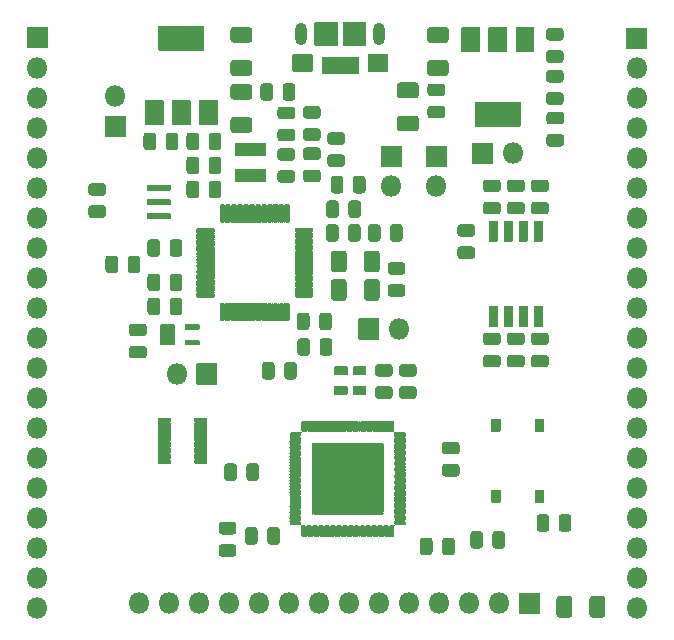
<source format=gbr>
G04 #@! TF.GenerationSoftware,KiCad,Pcbnew,(5.1.10-1-10_14)*
G04 #@! TF.CreationDate,2021-09-07T14:18:03-07:00*
G04 #@! TF.ProjectId,Caravel_pcb,43617261-7665-46c5-9f70-63622e6b6963,rev?*
G04 #@! TF.SameCoordinates,Original*
G04 #@! TF.FileFunction,Soldermask,Top*
G04 #@! TF.FilePolarity,Negative*
%FSLAX46Y46*%
G04 Gerber Fmt 4.6, Leading zero omitted, Abs format (unit mm)*
G04 Created by KiCad (PCBNEW (5.1.10-1-10_14)) date 2021-09-07 14:18:03*
%MOMM*%
%LPD*%
G01*
G04 APERTURE LIST*
%ADD10O,1.802000X1.802000*%
%ADD11O,1.002000X1.902000*%
%ADD12C,0.602000*%
%ADD13C,0.100000*%
G04 APERTURE END LIST*
D10*
X118364000Y-123952000D03*
X120904000Y-123952000D03*
X123444000Y-123952000D03*
X125984000Y-123952000D03*
X128524000Y-123952000D03*
X131064000Y-123952000D03*
X133604000Y-123952000D03*
X136144000Y-123952000D03*
X138684000Y-123952000D03*
X141224000Y-123952000D03*
X143764000Y-123952000D03*
X146304000Y-123952000D03*
X148844000Y-123952000D03*
G36*
G01*
X150534000Y-123051000D02*
X152234000Y-123051000D01*
G75*
G02*
X152285000Y-123102000I0J-51000D01*
G01*
X152285000Y-124802000D01*
G75*
G02*
X152234000Y-124853000I-51000J0D01*
G01*
X150534000Y-124853000D01*
G75*
G02*
X150483000Y-124802000I0J51000D01*
G01*
X150483000Y-123102000D01*
G75*
G02*
X150534000Y-123051000I51000J0D01*
G01*
G37*
X160477200Y-124358400D03*
X160477200Y-121818400D03*
X160477200Y-119278400D03*
X160477200Y-116738400D03*
X160477200Y-114198400D03*
X160477200Y-111658400D03*
X160477200Y-109118400D03*
X160477200Y-106578400D03*
X160477200Y-104038400D03*
X160477200Y-101498400D03*
X160477200Y-98958400D03*
X160477200Y-96418400D03*
X160477200Y-93878400D03*
X160477200Y-91338400D03*
X160477200Y-88798400D03*
X160477200Y-86258400D03*
X160477200Y-83718400D03*
X160477200Y-81178400D03*
X160477200Y-78638400D03*
G36*
G01*
X159576200Y-76948400D02*
X159576200Y-75248400D01*
G75*
G02*
X159627200Y-75197400I51000J0D01*
G01*
X161327200Y-75197400D01*
G75*
G02*
X161378200Y-75248400I0J-51000D01*
G01*
X161378200Y-76948400D01*
G75*
G02*
X161327200Y-76999400I-51000J0D01*
G01*
X159627200Y-76999400D01*
G75*
G02*
X159576200Y-76948400I0J51000D01*
G01*
G37*
X109728000Y-124307600D03*
X109728000Y-121767600D03*
X109728000Y-119227600D03*
X109728000Y-116687600D03*
X109728000Y-114147600D03*
X109728000Y-111607600D03*
X109728000Y-109067600D03*
X109728000Y-106527600D03*
X109728000Y-103987600D03*
X109728000Y-101447600D03*
X109728000Y-98907600D03*
X109728000Y-96367600D03*
X109728000Y-93827600D03*
X109728000Y-91287600D03*
X109728000Y-88747600D03*
X109728000Y-86207600D03*
X109728000Y-83667600D03*
X109728000Y-81127600D03*
X109728000Y-78587600D03*
G36*
G01*
X108827000Y-76897600D02*
X108827000Y-75197600D01*
G75*
G02*
X108878000Y-75146600I51000J0D01*
G01*
X110578000Y-75146600D01*
G75*
G02*
X110629000Y-75197600I0J-51000D01*
G01*
X110629000Y-76897600D01*
G75*
G02*
X110578000Y-76948600I-51000J0D01*
G01*
X108878000Y-76948600D01*
G75*
G02*
X108827000Y-76897600I0J51000D01*
G01*
G37*
X121539000Y-104521000D03*
G36*
G01*
X123229000Y-103620000D02*
X124929000Y-103620000D01*
G75*
G02*
X124980000Y-103671000I0J-51000D01*
G01*
X124980000Y-105371000D01*
G75*
G02*
X124929000Y-105422000I-51000J0D01*
G01*
X123229000Y-105422000D01*
G75*
G02*
X123178000Y-105371000I0J51000D01*
G01*
X123178000Y-103671000D01*
G75*
G02*
X123229000Y-103620000I51000J0D01*
G01*
G37*
G36*
G01*
X129824500Y-103759850D02*
X129824500Y-104723350D01*
G75*
G02*
X129555250Y-104992600I-269250J0D01*
G01*
X129016750Y-104992600D01*
G75*
G02*
X128747500Y-104723350I0J269250D01*
G01*
X128747500Y-103759850D01*
G75*
G02*
X129016750Y-103490600I269250J0D01*
G01*
X129555250Y-103490600D01*
G75*
G02*
X129824500Y-103759850I0J-269250D01*
G01*
G37*
G36*
G01*
X131699500Y-103759850D02*
X131699500Y-104723350D01*
G75*
G02*
X131430250Y-104992600I-269250J0D01*
G01*
X130891750Y-104992600D01*
G75*
G02*
X130622500Y-104723350I0J269250D01*
G01*
X130622500Y-103759850D01*
G75*
G02*
X130891750Y-103490600I269250J0D01*
G01*
X131430250Y-103490600D01*
G75*
G02*
X131699500Y-103759850I0J-269250D01*
G01*
G37*
G36*
G01*
X130328250Y-83759500D02*
X131291750Y-83759500D01*
G75*
G02*
X131561000Y-84028750I0J-269250D01*
G01*
X131561000Y-84567250D01*
G75*
G02*
X131291750Y-84836500I-269250J0D01*
G01*
X130328250Y-84836500D01*
G75*
G02*
X130059000Y-84567250I0J269250D01*
G01*
X130059000Y-84028750D01*
G75*
G02*
X130328250Y-83759500I269250J0D01*
G01*
G37*
G36*
G01*
X130328250Y-81884500D02*
X131291750Y-81884500D01*
G75*
G02*
X131561000Y-82153750I0J-269250D01*
G01*
X131561000Y-82692250D01*
G75*
G02*
X131291750Y-82961500I-269250J0D01*
G01*
X130328250Y-82961500D01*
G75*
G02*
X130059000Y-82692250I0J269250D01*
G01*
X130059000Y-82153750D01*
G75*
G02*
X130328250Y-81884500I269250J0D01*
G01*
G37*
G36*
G01*
X120965000Y-91424000D02*
X119065000Y-91424000D01*
G75*
G02*
X119014000Y-91373000I0J51000D01*
G01*
X119014000Y-90973000D01*
G75*
G02*
X119065000Y-90922000I51000J0D01*
G01*
X120965000Y-90922000D01*
G75*
G02*
X121016000Y-90973000I0J-51000D01*
G01*
X121016000Y-91373000D01*
G75*
G02*
X120965000Y-91424000I-51000J0D01*
G01*
G37*
G36*
G01*
X120965000Y-90224000D02*
X119065000Y-90224000D01*
G75*
G02*
X119014000Y-90173000I0J51000D01*
G01*
X119014000Y-89773000D01*
G75*
G02*
X119065000Y-89722000I51000J0D01*
G01*
X120965000Y-89722000D01*
G75*
G02*
X121016000Y-89773000I0J-51000D01*
G01*
X121016000Y-90173000D01*
G75*
G02*
X120965000Y-90224000I-51000J0D01*
G01*
G37*
G36*
G01*
X120965000Y-89024000D02*
X119065000Y-89024000D01*
G75*
G02*
X119014000Y-88973000I0J51000D01*
G01*
X119014000Y-88573000D01*
G75*
G02*
X119065000Y-88522000I51000J0D01*
G01*
X120965000Y-88522000D01*
G75*
G02*
X121016000Y-88573000I0J-51000D01*
G01*
X121016000Y-88973000D01*
G75*
G02*
X120965000Y-89024000I-51000J0D01*
G01*
G37*
G36*
G01*
X136474000Y-104597200D02*
X136474000Y-103936800D01*
G75*
G02*
X136525000Y-103885800I51000J0D01*
G01*
X137541000Y-103885800D01*
G75*
G02*
X137592000Y-103936800I0J-51000D01*
G01*
X137592000Y-104597200D01*
G75*
G02*
X137541000Y-104648200I-51000J0D01*
G01*
X136525000Y-104648200D01*
G75*
G02*
X136474000Y-104597200I0J51000D01*
G01*
G37*
G36*
G01*
X136474000Y-106248200D02*
X136474000Y-105587800D01*
G75*
G02*
X136525000Y-105536800I51000J0D01*
G01*
X137541000Y-105536800D01*
G75*
G02*
X137592000Y-105587800I0J-51000D01*
G01*
X137592000Y-106248200D01*
G75*
G02*
X137541000Y-106299200I-51000J0D01*
G01*
X136525000Y-106299200D01*
G75*
G02*
X136474000Y-106248200I0J51000D01*
G01*
G37*
G36*
G01*
X134873800Y-106248200D02*
X134873800Y-105587800D01*
G75*
G02*
X134924800Y-105536800I51000J0D01*
G01*
X135940800Y-105536800D01*
G75*
G02*
X135991800Y-105587800I0J-51000D01*
G01*
X135991800Y-106248200D01*
G75*
G02*
X135940800Y-106299200I-51000J0D01*
G01*
X134924800Y-106299200D01*
G75*
G02*
X134873800Y-106248200I0J51000D01*
G01*
G37*
G36*
G01*
X134873800Y-104597200D02*
X134873800Y-103936800D01*
G75*
G02*
X134924800Y-103885800I51000J0D01*
G01*
X135940800Y-103885800D01*
G75*
G02*
X135991800Y-103936800I0J-51000D01*
G01*
X135991800Y-104597200D01*
G75*
G02*
X135940800Y-104648200I-51000J0D01*
G01*
X134924800Y-104648200D01*
G75*
G02*
X134873800Y-104597200I0J51000D01*
G01*
G37*
G36*
G01*
X139931000Y-117436000D02*
X139931000Y-118237000D01*
G75*
G02*
X139843000Y-118325000I-88000J0D01*
G01*
X139667000Y-118325000D01*
G75*
G02*
X139579000Y-118237000I0J88000D01*
G01*
X139579000Y-117436000D01*
G75*
G02*
X139667000Y-117348000I88000J0D01*
G01*
X139843000Y-117348000D01*
G75*
G02*
X139931000Y-117436000I0J-88000D01*
G01*
G37*
G36*
G01*
X139431000Y-117436000D02*
X139431000Y-118237000D01*
G75*
G02*
X139343000Y-118325000I-88000J0D01*
G01*
X139167000Y-118325000D01*
G75*
G02*
X139079000Y-118237000I0J88000D01*
G01*
X139079000Y-117436000D01*
G75*
G02*
X139167000Y-117348000I88000J0D01*
G01*
X139343000Y-117348000D01*
G75*
G02*
X139431000Y-117436000I0J-88000D01*
G01*
G37*
G36*
G01*
X138931000Y-117436000D02*
X138931000Y-118237000D01*
G75*
G02*
X138843000Y-118325000I-88000J0D01*
G01*
X138667000Y-118325000D01*
G75*
G02*
X138579000Y-118237000I0J88000D01*
G01*
X138579000Y-117436000D01*
G75*
G02*
X138667000Y-117348000I88000J0D01*
G01*
X138843000Y-117348000D01*
G75*
G02*
X138931000Y-117436000I0J-88000D01*
G01*
G37*
G36*
G01*
X138431000Y-117436000D02*
X138431000Y-118237000D01*
G75*
G02*
X138343000Y-118325000I-88000J0D01*
G01*
X138167000Y-118325000D01*
G75*
G02*
X138079000Y-118237000I0J88000D01*
G01*
X138079000Y-117436000D01*
G75*
G02*
X138167000Y-117348000I88000J0D01*
G01*
X138343000Y-117348000D01*
G75*
G02*
X138431000Y-117436000I0J-88000D01*
G01*
G37*
G36*
G01*
X137931000Y-117436000D02*
X137931000Y-118237000D01*
G75*
G02*
X137843000Y-118325000I-88000J0D01*
G01*
X137667000Y-118325000D01*
G75*
G02*
X137579000Y-118237000I0J88000D01*
G01*
X137579000Y-117436000D01*
G75*
G02*
X137667000Y-117348000I88000J0D01*
G01*
X137843000Y-117348000D01*
G75*
G02*
X137931000Y-117436000I0J-88000D01*
G01*
G37*
G36*
G01*
X137431000Y-117436000D02*
X137431000Y-118237000D01*
G75*
G02*
X137343000Y-118325000I-88000J0D01*
G01*
X137167000Y-118325000D01*
G75*
G02*
X137079000Y-118237000I0J88000D01*
G01*
X137079000Y-117436000D01*
G75*
G02*
X137167000Y-117348000I88000J0D01*
G01*
X137343000Y-117348000D01*
G75*
G02*
X137431000Y-117436000I0J-88000D01*
G01*
G37*
G36*
G01*
X136931000Y-117436000D02*
X136931000Y-118237000D01*
G75*
G02*
X136843000Y-118325000I-88000J0D01*
G01*
X136667000Y-118325000D01*
G75*
G02*
X136579000Y-118237000I0J88000D01*
G01*
X136579000Y-117436000D01*
G75*
G02*
X136667000Y-117348000I88000J0D01*
G01*
X136843000Y-117348000D01*
G75*
G02*
X136931000Y-117436000I0J-88000D01*
G01*
G37*
G36*
G01*
X136431000Y-117436000D02*
X136431000Y-118237000D01*
G75*
G02*
X136343000Y-118325000I-88000J0D01*
G01*
X136167000Y-118325000D01*
G75*
G02*
X136079000Y-118237000I0J88000D01*
G01*
X136079000Y-117436000D01*
G75*
G02*
X136167000Y-117348000I88000J0D01*
G01*
X136343000Y-117348000D01*
G75*
G02*
X136431000Y-117436000I0J-88000D01*
G01*
G37*
G36*
G01*
X135931000Y-117436000D02*
X135931000Y-118237000D01*
G75*
G02*
X135843000Y-118325000I-88000J0D01*
G01*
X135667000Y-118325000D01*
G75*
G02*
X135579000Y-118237000I0J88000D01*
G01*
X135579000Y-117436000D01*
G75*
G02*
X135667000Y-117348000I88000J0D01*
G01*
X135843000Y-117348000D01*
G75*
G02*
X135931000Y-117436000I0J-88000D01*
G01*
G37*
G36*
G01*
X135431000Y-117436000D02*
X135431000Y-118237000D01*
G75*
G02*
X135343000Y-118325000I-88000J0D01*
G01*
X135167000Y-118325000D01*
G75*
G02*
X135079000Y-118237000I0J88000D01*
G01*
X135079000Y-117436000D01*
G75*
G02*
X135167000Y-117348000I88000J0D01*
G01*
X135343000Y-117348000D01*
G75*
G02*
X135431000Y-117436000I0J-88000D01*
G01*
G37*
G36*
G01*
X134931000Y-117436000D02*
X134931000Y-118237000D01*
G75*
G02*
X134843000Y-118325000I-88000J0D01*
G01*
X134667000Y-118325000D01*
G75*
G02*
X134579000Y-118237000I0J88000D01*
G01*
X134579000Y-117436000D01*
G75*
G02*
X134667000Y-117348000I88000J0D01*
G01*
X134843000Y-117348000D01*
G75*
G02*
X134931000Y-117436000I0J-88000D01*
G01*
G37*
G36*
G01*
X134431000Y-117436000D02*
X134431000Y-118237000D01*
G75*
G02*
X134343000Y-118325000I-88000J0D01*
G01*
X134167000Y-118325000D01*
G75*
G02*
X134079000Y-118237000I0J88000D01*
G01*
X134079000Y-117436000D01*
G75*
G02*
X134167000Y-117348000I88000J0D01*
G01*
X134343000Y-117348000D01*
G75*
G02*
X134431000Y-117436000I0J-88000D01*
G01*
G37*
G36*
G01*
X133931000Y-117436000D02*
X133931000Y-118237000D01*
G75*
G02*
X133843000Y-118325000I-88000J0D01*
G01*
X133667000Y-118325000D01*
G75*
G02*
X133579000Y-118237000I0J88000D01*
G01*
X133579000Y-117436000D01*
G75*
G02*
X133667000Y-117348000I88000J0D01*
G01*
X133843000Y-117348000D01*
G75*
G02*
X133931000Y-117436000I0J-88000D01*
G01*
G37*
G36*
G01*
X133431000Y-117436000D02*
X133431000Y-118237000D01*
G75*
G02*
X133343000Y-118325000I-88000J0D01*
G01*
X133167000Y-118325000D01*
G75*
G02*
X133079000Y-118237000I0J88000D01*
G01*
X133079000Y-117436000D01*
G75*
G02*
X133167000Y-117348000I88000J0D01*
G01*
X133343000Y-117348000D01*
G75*
G02*
X133431000Y-117436000I0J-88000D01*
G01*
G37*
G36*
G01*
X132931000Y-117436000D02*
X132931000Y-118237000D01*
G75*
G02*
X132843000Y-118325000I-88000J0D01*
G01*
X132667000Y-118325000D01*
G75*
G02*
X132579000Y-118237000I0J88000D01*
G01*
X132579000Y-117436000D01*
G75*
G02*
X132667000Y-117348000I88000J0D01*
G01*
X132843000Y-117348000D01*
G75*
G02*
X132931000Y-117436000I0J-88000D01*
G01*
G37*
G36*
G01*
X132431000Y-117436000D02*
X132431000Y-118237000D01*
G75*
G02*
X132343000Y-118325000I-88000J0D01*
G01*
X132167000Y-118325000D01*
G75*
G02*
X132079000Y-118237000I0J88000D01*
G01*
X132079000Y-117436000D01*
G75*
G02*
X132167000Y-117348000I88000J0D01*
G01*
X132343000Y-117348000D01*
G75*
G02*
X132431000Y-117436000I0J-88000D01*
G01*
G37*
G36*
G01*
X132056000Y-117061000D02*
X132056000Y-117237000D01*
G75*
G02*
X131968000Y-117325000I-88000J0D01*
G01*
X131167000Y-117325000D01*
G75*
G02*
X131079000Y-117237000I0J88000D01*
G01*
X131079000Y-117061000D01*
G75*
G02*
X131167000Y-116973000I88000J0D01*
G01*
X131968000Y-116973000D01*
G75*
G02*
X132056000Y-117061000I0J-88000D01*
G01*
G37*
G36*
G01*
X132056000Y-116561000D02*
X132056000Y-116737000D01*
G75*
G02*
X131968000Y-116825000I-88000J0D01*
G01*
X131167000Y-116825000D01*
G75*
G02*
X131079000Y-116737000I0J88000D01*
G01*
X131079000Y-116561000D01*
G75*
G02*
X131167000Y-116473000I88000J0D01*
G01*
X131968000Y-116473000D01*
G75*
G02*
X132056000Y-116561000I0J-88000D01*
G01*
G37*
G36*
G01*
X132056000Y-116061000D02*
X132056000Y-116237000D01*
G75*
G02*
X131968000Y-116325000I-88000J0D01*
G01*
X131167000Y-116325000D01*
G75*
G02*
X131079000Y-116237000I0J88000D01*
G01*
X131079000Y-116061000D01*
G75*
G02*
X131167000Y-115973000I88000J0D01*
G01*
X131968000Y-115973000D01*
G75*
G02*
X132056000Y-116061000I0J-88000D01*
G01*
G37*
G36*
G01*
X132056000Y-115561000D02*
X132056000Y-115737000D01*
G75*
G02*
X131968000Y-115825000I-88000J0D01*
G01*
X131167000Y-115825000D01*
G75*
G02*
X131079000Y-115737000I0J88000D01*
G01*
X131079000Y-115561000D01*
G75*
G02*
X131167000Y-115473000I88000J0D01*
G01*
X131968000Y-115473000D01*
G75*
G02*
X132056000Y-115561000I0J-88000D01*
G01*
G37*
G36*
G01*
X132056000Y-115061000D02*
X132056000Y-115237000D01*
G75*
G02*
X131968000Y-115325000I-88000J0D01*
G01*
X131167000Y-115325000D01*
G75*
G02*
X131079000Y-115237000I0J88000D01*
G01*
X131079000Y-115061000D01*
G75*
G02*
X131167000Y-114973000I88000J0D01*
G01*
X131968000Y-114973000D01*
G75*
G02*
X132056000Y-115061000I0J-88000D01*
G01*
G37*
G36*
G01*
X132056000Y-114561000D02*
X132056000Y-114737000D01*
G75*
G02*
X131968000Y-114825000I-88000J0D01*
G01*
X131167000Y-114825000D01*
G75*
G02*
X131079000Y-114737000I0J88000D01*
G01*
X131079000Y-114561000D01*
G75*
G02*
X131167000Y-114473000I88000J0D01*
G01*
X131968000Y-114473000D01*
G75*
G02*
X132056000Y-114561000I0J-88000D01*
G01*
G37*
G36*
G01*
X132056000Y-114061000D02*
X132056000Y-114237000D01*
G75*
G02*
X131968000Y-114325000I-88000J0D01*
G01*
X131167000Y-114325000D01*
G75*
G02*
X131079000Y-114237000I0J88000D01*
G01*
X131079000Y-114061000D01*
G75*
G02*
X131167000Y-113973000I88000J0D01*
G01*
X131968000Y-113973000D01*
G75*
G02*
X132056000Y-114061000I0J-88000D01*
G01*
G37*
G36*
G01*
X132056000Y-113561000D02*
X132056000Y-113737000D01*
G75*
G02*
X131968000Y-113825000I-88000J0D01*
G01*
X131167000Y-113825000D01*
G75*
G02*
X131079000Y-113737000I0J88000D01*
G01*
X131079000Y-113561000D01*
G75*
G02*
X131167000Y-113473000I88000J0D01*
G01*
X131968000Y-113473000D01*
G75*
G02*
X132056000Y-113561000I0J-88000D01*
G01*
G37*
G36*
G01*
X132056000Y-113061000D02*
X132056000Y-113237000D01*
G75*
G02*
X131968000Y-113325000I-88000J0D01*
G01*
X131167000Y-113325000D01*
G75*
G02*
X131079000Y-113237000I0J88000D01*
G01*
X131079000Y-113061000D01*
G75*
G02*
X131167000Y-112973000I88000J0D01*
G01*
X131968000Y-112973000D01*
G75*
G02*
X132056000Y-113061000I0J-88000D01*
G01*
G37*
G36*
G01*
X132056000Y-112561000D02*
X132056000Y-112737000D01*
G75*
G02*
X131968000Y-112825000I-88000J0D01*
G01*
X131167000Y-112825000D01*
G75*
G02*
X131079000Y-112737000I0J88000D01*
G01*
X131079000Y-112561000D01*
G75*
G02*
X131167000Y-112473000I88000J0D01*
G01*
X131968000Y-112473000D01*
G75*
G02*
X132056000Y-112561000I0J-88000D01*
G01*
G37*
G36*
G01*
X132056000Y-112061000D02*
X132056000Y-112237000D01*
G75*
G02*
X131968000Y-112325000I-88000J0D01*
G01*
X131167000Y-112325000D01*
G75*
G02*
X131079000Y-112237000I0J88000D01*
G01*
X131079000Y-112061000D01*
G75*
G02*
X131167000Y-111973000I88000J0D01*
G01*
X131968000Y-111973000D01*
G75*
G02*
X132056000Y-112061000I0J-88000D01*
G01*
G37*
G36*
G01*
X132056000Y-111561000D02*
X132056000Y-111737000D01*
G75*
G02*
X131968000Y-111825000I-88000J0D01*
G01*
X131167000Y-111825000D01*
G75*
G02*
X131079000Y-111737000I0J88000D01*
G01*
X131079000Y-111561000D01*
G75*
G02*
X131167000Y-111473000I88000J0D01*
G01*
X131968000Y-111473000D01*
G75*
G02*
X132056000Y-111561000I0J-88000D01*
G01*
G37*
G36*
G01*
X132056000Y-111061000D02*
X132056000Y-111237000D01*
G75*
G02*
X131968000Y-111325000I-88000J0D01*
G01*
X131167000Y-111325000D01*
G75*
G02*
X131079000Y-111237000I0J88000D01*
G01*
X131079000Y-111061000D01*
G75*
G02*
X131167000Y-110973000I88000J0D01*
G01*
X131968000Y-110973000D01*
G75*
G02*
X132056000Y-111061000I0J-88000D01*
G01*
G37*
G36*
G01*
X132056000Y-110561000D02*
X132056000Y-110737000D01*
G75*
G02*
X131968000Y-110825000I-88000J0D01*
G01*
X131167000Y-110825000D01*
G75*
G02*
X131079000Y-110737000I0J88000D01*
G01*
X131079000Y-110561000D01*
G75*
G02*
X131167000Y-110473000I88000J0D01*
G01*
X131968000Y-110473000D01*
G75*
G02*
X132056000Y-110561000I0J-88000D01*
G01*
G37*
G36*
G01*
X132056000Y-110061000D02*
X132056000Y-110237000D01*
G75*
G02*
X131968000Y-110325000I-88000J0D01*
G01*
X131167000Y-110325000D01*
G75*
G02*
X131079000Y-110237000I0J88000D01*
G01*
X131079000Y-110061000D01*
G75*
G02*
X131167000Y-109973000I88000J0D01*
G01*
X131968000Y-109973000D01*
G75*
G02*
X132056000Y-110061000I0J-88000D01*
G01*
G37*
G36*
G01*
X132056000Y-109561000D02*
X132056000Y-109737000D01*
G75*
G02*
X131968000Y-109825000I-88000J0D01*
G01*
X131167000Y-109825000D01*
G75*
G02*
X131079000Y-109737000I0J88000D01*
G01*
X131079000Y-109561000D01*
G75*
G02*
X131167000Y-109473000I88000J0D01*
G01*
X131968000Y-109473000D01*
G75*
G02*
X132056000Y-109561000I0J-88000D01*
G01*
G37*
G36*
G01*
X132431000Y-108561000D02*
X132431000Y-109362000D01*
G75*
G02*
X132343000Y-109450000I-88000J0D01*
G01*
X132167000Y-109450000D01*
G75*
G02*
X132079000Y-109362000I0J88000D01*
G01*
X132079000Y-108561000D01*
G75*
G02*
X132167000Y-108473000I88000J0D01*
G01*
X132343000Y-108473000D01*
G75*
G02*
X132431000Y-108561000I0J-88000D01*
G01*
G37*
G36*
G01*
X132931000Y-108561000D02*
X132931000Y-109362000D01*
G75*
G02*
X132843000Y-109450000I-88000J0D01*
G01*
X132667000Y-109450000D01*
G75*
G02*
X132579000Y-109362000I0J88000D01*
G01*
X132579000Y-108561000D01*
G75*
G02*
X132667000Y-108473000I88000J0D01*
G01*
X132843000Y-108473000D01*
G75*
G02*
X132931000Y-108561000I0J-88000D01*
G01*
G37*
G36*
G01*
X133431000Y-108561000D02*
X133431000Y-109362000D01*
G75*
G02*
X133343000Y-109450000I-88000J0D01*
G01*
X133167000Y-109450000D01*
G75*
G02*
X133079000Y-109362000I0J88000D01*
G01*
X133079000Y-108561000D01*
G75*
G02*
X133167000Y-108473000I88000J0D01*
G01*
X133343000Y-108473000D01*
G75*
G02*
X133431000Y-108561000I0J-88000D01*
G01*
G37*
G36*
G01*
X133931000Y-108561000D02*
X133931000Y-109362000D01*
G75*
G02*
X133843000Y-109450000I-88000J0D01*
G01*
X133667000Y-109450000D01*
G75*
G02*
X133579000Y-109362000I0J88000D01*
G01*
X133579000Y-108561000D01*
G75*
G02*
X133667000Y-108473000I88000J0D01*
G01*
X133843000Y-108473000D01*
G75*
G02*
X133931000Y-108561000I0J-88000D01*
G01*
G37*
G36*
G01*
X134431000Y-108561000D02*
X134431000Y-109362000D01*
G75*
G02*
X134343000Y-109450000I-88000J0D01*
G01*
X134167000Y-109450000D01*
G75*
G02*
X134079000Y-109362000I0J88000D01*
G01*
X134079000Y-108561000D01*
G75*
G02*
X134167000Y-108473000I88000J0D01*
G01*
X134343000Y-108473000D01*
G75*
G02*
X134431000Y-108561000I0J-88000D01*
G01*
G37*
G36*
G01*
X134931000Y-108561000D02*
X134931000Y-109362000D01*
G75*
G02*
X134843000Y-109450000I-88000J0D01*
G01*
X134667000Y-109450000D01*
G75*
G02*
X134579000Y-109362000I0J88000D01*
G01*
X134579000Y-108561000D01*
G75*
G02*
X134667000Y-108473000I88000J0D01*
G01*
X134843000Y-108473000D01*
G75*
G02*
X134931000Y-108561000I0J-88000D01*
G01*
G37*
G36*
G01*
X135431000Y-108561000D02*
X135431000Y-109362000D01*
G75*
G02*
X135343000Y-109450000I-88000J0D01*
G01*
X135167000Y-109450000D01*
G75*
G02*
X135079000Y-109362000I0J88000D01*
G01*
X135079000Y-108561000D01*
G75*
G02*
X135167000Y-108473000I88000J0D01*
G01*
X135343000Y-108473000D01*
G75*
G02*
X135431000Y-108561000I0J-88000D01*
G01*
G37*
G36*
G01*
X135931000Y-108561000D02*
X135931000Y-109362000D01*
G75*
G02*
X135843000Y-109450000I-88000J0D01*
G01*
X135667000Y-109450000D01*
G75*
G02*
X135579000Y-109362000I0J88000D01*
G01*
X135579000Y-108561000D01*
G75*
G02*
X135667000Y-108473000I88000J0D01*
G01*
X135843000Y-108473000D01*
G75*
G02*
X135931000Y-108561000I0J-88000D01*
G01*
G37*
G36*
G01*
X136431000Y-108561000D02*
X136431000Y-109362000D01*
G75*
G02*
X136343000Y-109450000I-88000J0D01*
G01*
X136167000Y-109450000D01*
G75*
G02*
X136079000Y-109362000I0J88000D01*
G01*
X136079000Y-108561000D01*
G75*
G02*
X136167000Y-108473000I88000J0D01*
G01*
X136343000Y-108473000D01*
G75*
G02*
X136431000Y-108561000I0J-88000D01*
G01*
G37*
G36*
G01*
X136931000Y-108561000D02*
X136931000Y-109362000D01*
G75*
G02*
X136843000Y-109450000I-88000J0D01*
G01*
X136667000Y-109450000D01*
G75*
G02*
X136579000Y-109362000I0J88000D01*
G01*
X136579000Y-108561000D01*
G75*
G02*
X136667000Y-108473000I88000J0D01*
G01*
X136843000Y-108473000D01*
G75*
G02*
X136931000Y-108561000I0J-88000D01*
G01*
G37*
G36*
G01*
X137431000Y-108561000D02*
X137431000Y-109362000D01*
G75*
G02*
X137343000Y-109450000I-88000J0D01*
G01*
X137167000Y-109450000D01*
G75*
G02*
X137079000Y-109362000I0J88000D01*
G01*
X137079000Y-108561000D01*
G75*
G02*
X137167000Y-108473000I88000J0D01*
G01*
X137343000Y-108473000D01*
G75*
G02*
X137431000Y-108561000I0J-88000D01*
G01*
G37*
G36*
G01*
X137931000Y-108561000D02*
X137931000Y-109362000D01*
G75*
G02*
X137843000Y-109450000I-88000J0D01*
G01*
X137667000Y-109450000D01*
G75*
G02*
X137579000Y-109362000I0J88000D01*
G01*
X137579000Y-108561000D01*
G75*
G02*
X137667000Y-108473000I88000J0D01*
G01*
X137843000Y-108473000D01*
G75*
G02*
X137931000Y-108561000I0J-88000D01*
G01*
G37*
G36*
G01*
X138431000Y-108561000D02*
X138431000Y-109362000D01*
G75*
G02*
X138343000Y-109450000I-88000J0D01*
G01*
X138167000Y-109450000D01*
G75*
G02*
X138079000Y-109362000I0J88000D01*
G01*
X138079000Y-108561000D01*
G75*
G02*
X138167000Y-108473000I88000J0D01*
G01*
X138343000Y-108473000D01*
G75*
G02*
X138431000Y-108561000I0J-88000D01*
G01*
G37*
G36*
G01*
X138931000Y-108561000D02*
X138931000Y-109362000D01*
G75*
G02*
X138843000Y-109450000I-88000J0D01*
G01*
X138667000Y-109450000D01*
G75*
G02*
X138579000Y-109362000I0J88000D01*
G01*
X138579000Y-108561000D01*
G75*
G02*
X138667000Y-108473000I88000J0D01*
G01*
X138843000Y-108473000D01*
G75*
G02*
X138931000Y-108561000I0J-88000D01*
G01*
G37*
G36*
G01*
X139431000Y-108561000D02*
X139431000Y-109362000D01*
G75*
G02*
X139343000Y-109450000I-88000J0D01*
G01*
X139167000Y-109450000D01*
G75*
G02*
X139079000Y-109362000I0J88000D01*
G01*
X139079000Y-108561000D01*
G75*
G02*
X139167000Y-108473000I88000J0D01*
G01*
X139343000Y-108473000D01*
G75*
G02*
X139431000Y-108561000I0J-88000D01*
G01*
G37*
G36*
G01*
X139931000Y-108561000D02*
X139931000Y-109362000D01*
G75*
G02*
X139843000Y-109450000I-88000J0D01*
G01*
X139667000Y-109450000D01*
G75*
G02*
X139579000Y-109362000I0J88000D01*
G01*
X139579000Y-108561000D01*
G75*
G02*
X139667000Y-108473000I88000J0D01*
G01*
X139843000Y-108473000D01*
G75*
G02*
X139931000Y-108561000I0J-88000D01*
G01*
G37*
G36*
G01*
X140931000Y-109561000D02*
X140931000Y-109737000D01*
G75*
G02*
X140843000Y-109825000I-88000J0D01*
G01*
X140042000Y-109825000D01*
G75*
G02*
X139954000Y-109737000I0J88000D01*
G01*
X139954000Y-109561000D01*
G75*
G02*
X140042000Y-109473000I88000J0D01*
G01*
X140843000Y-109473000D01*
G75*
G02*
X140931000Y-109561000I0J-88000D01*
G01*
G37*
G36*
G01*
X140931000Y-110061000D02*
X140931000Y-110237000D01*
G75*
G02*
X140843000Y-110325000I-88000J0D01*
G01*
X140042000Y-110325000D01*
G75*
G02*
X139954000Y-110237000I0J88000D01*
G01*
X139954000Y-110061000D01*
G75*
G02*
X140042000Y-109973000I88000J0D01*
G01*
X140843000Y-109973000D01*
G75*
G02*
X140931000Y-110061000I0J-88000D01*
G01*
G37*
G36*
G01*
X140931000Y-110561000D02*
X140931000Y-110737000D01*
G75*
G02*
X140843000Y-110825000I-88000J0D01*
G01*
X140042000Y-110825000D01*
G75*
G02*
X139954000Y-110737000I0J88000D01*
G01*
X139954000Y-110561000D01*
G75*
G02*
X140042000Y-110473000I88000J0D01*
G01*
X140843000Y-110473000D01*
G75*
G02*
X140931000Y-110561000I0J-88000D01*
G01*
G37*
G36*
G01*
X140931000Y-111061000D02*
X140931000Y-111237000D01*
G75*
G02*
X140843000Y-111325000I-88000J0D01*
G01*
X140042000Y-111325000D01*
G75*
G02*
X139954000Y-111237000I0J88000D01*
G01*
X139954000Y-111061000D01*
G75*
G02*
X140042000Y-110973000I88000J0D01*
G01*
X140843000Y-110973000D01*
G75*
G02*
X140931000Y-111061000I0J-88000D01*
G01*
G37*
G36*
G01*
X140931000Y-111561000D02*
X140931000Y-111737000D01*
G75*
G02*
X140843000Y-111825000I-88000J0D01*
G01*
X140042000Y-111825000D01*
G75*
G02*
X139954000Y-111737000I0J88000D01*
G01*
X139954000Y-111561000D01*
G75*
G02*
X140042000Y-111473000I88000J0D01*
G01*
X140843000Y-111473000D01*
G75*
G02*
X140931000Y-111561000I0J-88000D01*
G01*
G37*
G36*
G01*
X140931000Y-112061000D02*
X140931000Y-112237000D01*
G75*
G02*
X140843000Y-112325000I-88000J0D01*
G01*
X140042000Y-112325000D01*
G75*
G02*
X139954000Y-112237000I0J88000D01*
G01*
X139954000Y-112061000D01*
G75*
G02*
X140042000Y-111973000I88000J0D01*
G01*
X140843000Y-111973000D01*
G75*
G02*
X140931000Y-112061000I0J-88000D01*
G01*
G37*
G36*
G01*
X140931000Y-112561000D02*
X140931000Y-112737000D01*
G75*
G02*
X140843000Y-112825000I-88000J0D01*
G01*
X140042000Y-112825000D01*
G75*
G02*
X139954000Y-112737000I0J88000D01*
G01*
X139954000Y-112561000D01*
G75*
G02*
X140042000Y-112473000I88000J0D01*
G01*
X140843000Y-112473000D01*
G75*
G02*
X140931000Y-112561000I0J-88000D01*
G01*
G37*
G36*
G01*
X140931000Y-113061000D02*
X140931000Y-113237000D01*
G75*
G02*
X140843000Y-113325000I-88000J0D01*
G01*
X140042000Y-113325000D01*
G75*
G02*
X139954000Y-113237000I0J88000D01*
G01*
X139954000Y-113061000D01*
G75*
G02*
X140042000Y-112973000I88000J0D01*
G01*
X140843000Y-112973000D01*
G75*
G02*
X140931000Y-113061000I0J-88000D01*
G01*
G37*
G36*
G01*
X140931000Y-113561000D02*
X140931000Y-113737000D01*
G75*
G02*
X140843000Y-113825000I-88000J0D01*
G01*
X140042000Y-113825000D01*
G75*
G02*
X139954000Y-113737000I0J88000D01*
G01*
X139954000Y-113561000D01*
G75*
G02*
X140042000Y-113473000I88000J0D01*
G01*
X140843000Y-113473000D01*
G75*
G02*
X140931000Y-113561000I0J-88000D01*
G01*
G37*
G36*
G01*
X140931000Y-114061000D02*
X140931000Y-114237000D01*
G75*
G02*
X140843000Y-114325000I-88000J0D01*
G01*
X140042000Y-114325000D01*
G75*
G02*
X139954000Y-114237000I0J88000D01*
G01*
X139954000Y-114061000D01*
G75*
G02*
X140042000Y-113973000I88000J0D01*
G01*
X140843000Y-113973000D01*
G75*
G02*
X140931000Y-114061000I0J-88000D01*
G01*
G37*
G36*
G01*
X140931000Y-114561000D02*
X140931000Y-114737000D01*
G75*
G02*
X140843000Y-114825000I-88000J0D01*
G01*
X140042000Y-114825000D01*
G75*
G02*
X139954000Y-114737000I0J88000D01*
G01*
X139954000Y-114561000D01*
G75*
G02*
X140042000Y-114473000I88000J0D01*
G01*
X140843000Y-114473000D01*
G75*
G02*
X140931000Y-114561000I0J-88000D01*
G01*
G37*
G36*
G01*
X140931000Y-115061000D02*
X140931000Y-115237000D01*
G75*
G02*
X140843000Y-115325000I-88000J0D01*
G01*
X140042000Y-115325000D01*
G75*
G02*
X139954000Y-115237000I0J88000D01*
G01*
X139954000Y-115061000D01*
G75*
G02*
X140042000Y-114973000I88000J0D01*
G01*
X140843000Y-114973000D01*
G75*
G02*
X140931000Y-115061000I0J-88000D01*
G01*
G37*
G36*
G01*
X140931000Y-115561000D02*
X140931000Y-115737000D01*
G75*
G02*
X140843000Y-115825000I-88000J0D01*
G01*
X140042000Y-115825000D01*
G75*
G02*
X139954000Y-115737000I0J88000D01*
G01*
X139954000Y-115561000D01*
G75*
G02*
X140042000Y-115473000I88000J0D01*
G01*
X140843000Y-115473000D01*
G75*
G02*
X140931000Y-115561000I0J-88000D01*
G01*
G37*
G36*
G01*
X140931000Y-116061000D02*
X140931000Y-116237000D01*
G75*
G02*
X140843000Y-116325000I-88000J0D01*
G01*
X140042000Y-116325000D01*
G75*
G02*
X139954000Y-116237000I0J88000D01*
G01*
X139954000Y-116061000D01*
G75*
G02*
X140042000Y-115973000I88000J0D01*
G01*
X140843000Y-115973000D01*
G75*
G02*
X140931000Y-116061000I0J-88000D01*
G01*
G37*
G36*
G01*
X140931000Y-116561000D02*
X140931000Y-116737000D01*
G75*
G02*
X140843000Y-116825000I-88000J0D01*
G01*
X140042000Y-116825000D01*
G75*
G02*
X139954000Y-116737000I0J88000D01*
G01*
X139954000Y-116561000D01*
G75*
G02*
X140042000Y-116473000I88000J0D01*
G01*
X140843000Y-116473000D01*
G75*
G02*
X140931000Y-116561000I0J-88000D01*
G01*
G37*
G36*
G01*
X140931000Y-117061000D02*
X140931000Y-117237000D01*
G75*
G02*
X140843000Y-117325000I-88000J0D01*
G01*
X140042000Y-117325000D01*
G75*
G02*
X139954000Y-117237000I0J88000D01*
G01*
X139954000Y-117061000D01*
G75*
G02*
X140042000Y-116973000I88000J0D01*
G01*
X140843000Y-116973000D01*
G75*
G02*
X140931000Y-117061000I0J-88000D01*
G01*
G37*
G36*
G01*
X139056000Y-110602252D02*
X139056000Y-116195748D01*
G75*
G02*
X138801748Y-116450000I-254252J0D01*
G01*
X133208252Y-116450000D01*
G75*
G02*
X132954000Y-116195748I0J254252D01*
G01*
X132954000Y-110602252D01*
G75*
G02*
X133208252Y-110348000I254252J0D01*
G01*
X138801748Y-110348000D01*
G75*
G02*
X139056000Y-110602252I0J-254252D01*
G01*
G37*
G36*
G01*
X148712000Y-91630999D02*
X148712000Y-93281001D01*
G75*
G02*
X148661001Y-93332000I-50999J0D01*
G01*
X148010999Y-93332000D01*
G75*
G02*
X147960000Y-93281001I0J50999D01*
G01*
X147960000Y-91630999D01*
G75*
G02*
X148010999Y-91580000I50999J0D01*
G01*
X148661001Y-91580000D01*
G75*
G02*
X148712000Y-91630999I0J-50999D01*
G01*
G37*
G36*
G01*
X149982000Y-91630999D02*
X149982000Y-93281001D01*
G75*
G02*
X149931001Y-93332000I-50999J0D01*
G01*
X149280999Y-93332000D01*
G75*
G02*
X149230000Y-93281001I0J50999D01*
G01*
X149230000Y-91630999D01*
G75*
G02*
X149280999Y-91580000I50999J0D01*
G01*
X149931001Y-91580000D01*
G75*
G02*
X149982000Y-91630999I0J-50999D01*
G01*
G37*
G36*
G01*
X151252000Y-91630999D02*
X151252000Y-93281001D01*
G75*
G02*
X151201001Y-93332000I-50999J0D01*
G01*
X150550999Y-93332000D01*
G75*
G02*
X150500000Y-93281001I0J50999D01*
G01*
X150500000Y-91630999D01*
G75*
G02*
X150550999Y-91580000I50999J0D01*
G01*
X151201001Y-91580000D01*
G75*
G02*
X151252000Y-91630999I0J-50999D01*
G01*
G37*
G36*
G01*
X152522000Y-91630999D02*
X152522000Y-93281001D01*
G75*
G02*
X152471001Y-93332000I-50999J0D01*
G01*
X151820999Y-93332000D01*
G75*
G02*
X151770000Y-93281001I0J50999D01*
G01*
X151770000Y-91630999D01*
G75*
G02*
X151820999Y-91580000I50999J0D01*
G01*
X152471001Y-91580000D01*
G75*
G02*
X152522000Y-91630999I0J-50999D01*
G01*
G37*
G36*
G01*
X152522000Y-98830999D02*
X152522000Y-100481001D01*
G75*
G02*
X152471001Y-100532000I-50999J0D01*
G01*
X151820999Y-100532000D01*
G75*
G02*
X151770000Y-100481001I0J50999D01*
G01*
X151770000Y-98830999D01*
G75*
G02*
X151820999Y-98780000I50999J0D01*
G01*
X152471001Y-98780000D01*
G75*
G02*
X152522000Y-98830999I0J-50999D01*
G01*
G37*
G36*
G01*
X151252000Y-98830999D02*
X151252000Y-100481001D01*
G75*
G02*
X151201001Y-100532000I-50999J0D01*
G01*
X150550999Y-100532000D01*
G75*
G02*
X150500000Y-100481001I0J50999D01*
G01*
X150500000Y-98830999D01*
G75*
G02*
X150550999Y-98780000I50999J0D01*
G01*
X151201001Y-98780000D01*
G75*
G02*
X151252000Y-98830999I0J-50999D01*
G01*
G37*
G36*
G01*
X149982000Y-98830999D02*
X149982000Y-100481001D01*
G75*
G02*
X149931001Y-100532000I-50999J0D01*
G01*
X149280999Y-100532000D01*
G75*
G02*
X149230000Y-100481001I0J50999D01*
G01*
X149230000Y-98830999D01*
G75*
G02*
X149280999Y-98780000I50999J0D01*
G01*
X149931001Y-98780000D01*
G75*
G02*
X149982000Y-98830999I0J-50999D01*
G01*
G37*
G36*
G01*
X148712000Y-98830999D02*
X148712000Y-100481001D01*
G75*
G02*
X148661001Y-100532000I-50999J0D01*
G01*
X148010999Y-100532000D01*
G75*
G02*
X147960000Y-100481001I0J50999D01*
G01*
X147960000Y-98830999D01*
G75*
G02*
X148010999Y-98780000I50999J0D01*
G01*
X148661001Y-98780000D01*
G75*
G02*
X148712000Y-98830999I0J-50999D01*
G01*
G37*
G36*
G01*
X122199200Y-100736400D02*
X122199200Y-100380800D01*
G75*
G02*
X122250200Y-100329800I51000J0D01*
G01*
X123418600Y-100329800D01*
G75*
G02*
X123469600Y-100380800I0J-51000D01*
G01*
X123469600Y-100736400D01*
G75*
G02*
X123418600Y-100787400I-51000J0D01*
G01*
X122250200Y-100787400D01*
G75*
G02*
X122199200Y-100736400I0J51000D01*
G01*
G37*
G36*
G01*
X122199200Y-102057200D02*
X122199200Y-101701600D01*
G75*
G02*
X122250200Y-101650600I51000J0D01*
G01*
X123418600Y-101650600D01*
G75*
G02*
X123469600Y-101701600I0J-51000D01*
G01*
X123469600Y-102057200D01*
G75*
G02*
X123418600Y-102108200I-51000J0D01*
G01*
X122250200Y-102108200D01*
G75*
G02*
X122199200Y-102057200I0J51000D01*
G01*
G37*
G36*
G01*
X120116400Y-102057200D02*
X120116400Y-101701600D01*
G75*
G02*
X120167400Y-101650600I51000J0D01*
G01*
X121335800Y-101650600D01*
G75*
G02*
X121386800Y-101701600I0J-51000D01*
G01*
X121386800Y-102057200D01*
G75*
G02*
X121335800Y-102108200I-51000J0D01*
G01*
X120167400Y-102108200D01*
G75*
G02*
X120116400Y-102057200I0J51000D01*
G01*
G37*
G36*
G01*
X120116400Y-101396800D02*
X120116400Y-101041200D01*
G75*
G02*
X120167400Y-100990200I51000J0D01*
G01*
X121335800Y-100990200D01*
G75*
G02*
X121386800Y-101041200I0J-51000D01*
G01*
X121386800Y-101396800D01*
G75*
G02*
X121335800Y-101447800I-51000J0D01*
G01*
X120167400Y-101447800D01*
G75*
G02*
X120116400Y-101396800I0J51000D01*
G01*
G37*
G36*
G01*
X120116400Y-100736400D02*
X120116400Y-100380800D01*
G75*
G02*
X120167400Y-100329800I51000J0D01*
G01*
X121335800Y-100329800D01*
G75*
G02*
X121386800Y-100380800I0J-51000D01*
G01*
X121386800Y-100736400D01*
G75*
G02*
X121335800Y-100787400I-51000J0D01*
G01*
X120167400Y-100787400D01*
G75*
G02*
X120116400Y-100736400I0J51000D01*
G01*
G37*
G36*
G01*
X125192000Y-91648500D02*
X125192000Y-90272500D01*
G75*
G02*
X125292500Y-90172000I100500J0D01*
G01*
X125493500Y-90172000D01*
G75*
G02*
X125594000Y-90272500I0J-100500D01*
G01*
X125594000Y-91648500D01*
G75*
G02*
X125493500Y-91749000I-100500J0D01*
G01*
X125292500Y-91749000D01*
G75*
G02*
X125192000Y-91648500I0J100500D01*
G01*
G37*
G36*
G01*
X125692000Y-91648500D02*
X125692000Y-90272500D01*
G75*
G02*
X125792500Y-90172000I100500J0D01*
G01*
X125993500Y-90172000D01*
G75*
G02*
X126094000Y-90272500I0J-100500D01*
G01*
X126094000Y-91648500D01*
G75*
G02*
X125993500Y-91749000I-100500J0D01*
G01*
X125792500Y-91749000D01*
G75*
G02*
X125692000Y-91648500I0J100500D01*
G01*
G37*
G36*
G01*
X126192000Y-91648500D02*
X126192000Y-90272500D01*
G75*
G02*
X126292500Y-90172000I100500J0D01*
G01*
X126493500Y-90172000D01*
G75*
G02*
X126594000Y-90272500I0J-100500D01*
G01*
X126594000Y-91648500D01*
G75*
G02*
X126493500Y-91749000I-100500J0D01*
G01*
X126292500Y-91749000D01*
G75*
G02*
X126192000Y-91648500I0J100500D01*
G01*
G37*
G36*
G01*
X126692000Y-91648500D02*
X126692000Y-90272500D01*
G75*
G02*
X126792500Y-90172000I100500J0D01*
G01*
X126993500Y-90172000D01*
G75*
G02*
X127094000Y-90272500I0J-100500D01*
G01*
X127094000Y-91648500D01*
G75*
G02*
X126993500Y-91749000I-100500J0D01*
G01*
X126792500Y-91749000D01*
G75*
G02*
X126692000Y-91648500I0J100500D01*
G01*
G37*
G36*
G01*
X127192000Y-91648500D02*
X127192000Y-90272500D01*
G75*
G02*
X127292500Y-90172000I100500J0D01*
G01*
X127493500Y-90172000D01*
G75*
G02*
X127594000Y-90272500I0J-100500D01*
G01*
X127594000Y-91648500D01*
G75*
G02*
X127493500Y-91749000I-100500J0D01*
G01*
X127292500Y-91749000D01*
G75*
G02*
X127192000Y-91648500I0J100500D01*
G01*
G37*
G36*
G01*
X127692000Y-91648500D02*
X127692000Y-90272500D01*
G75*
G02*
X127792500Y-90172000I100500J0D01*
G01*
X127993500Y-90172000D01*
G75*
G02*
X128094000Y-90272500I0J-100500D01*
G01*
X128094000Y-91648500D01*
G75*
G02*
X127993500Y-91749000I-100500J0D01*
G01*
X127792500Y-91749000D01*
G75*
G02*
X127692000Y-91648500I0J100500D01*
G01*
G37*
G36*
G01*
X128192000Y-91648500D02*
X128192000Y-90272500D01*
G75*
G02*
X128292500Y-90172000I100500J0D01*
G01*
X128493500Y-90172000D01*
G75*
G02*
X128594000Y-90272500I0J-100500D01*
G01*
X128594000Y-91648500D01*
G75*
G02*
X128493500Y-91749000I-100500J0D01*
G01*
X128292500Y-91749000D01*
G75*
G02*
X128192000Y-91648500I0J100500D01*
G01*
G37*
G36*
G01*
X128692000Y-91648500D02*
X128692000Y-90272500D01*
G75*
G02*
X128792500Y-90172000I100500J0D01*
G01*
X128993500Y-90172000D01*
G75*
G02*
X129094000Y-90272500I0J-100500D01*
G01*
X129094000Y-91648500D01*
G75*
G02*
X128993500Y-91749000I-100500J0D01*
G01*
X128792500Y-91749000D01*
G75*
G02*
X128692000Y-91648500I0J100500D01*
G01*
G37*
G36*
G01*
X129192000Y-91648500D02*
X129192000Y-90272500D01*
G75*
G02*
X129292500Y-90172000I100500J0D01*
G01*
X129493500Y-90172000D01*
G75*
G02*
X129594000Y-90272500I0J-100500D01*
G01*
X129594000Y-91648500D01*
G75*
G02*
X129493500Y-91749000I-100500J0D01*
G01*
X129292500Y-91749000D01*
G75*
G02*
X129192000Y-91648500I0J100500D01*
G01*
G37*
G36*
G01*
X129692000Y-91648500D02*
X129692000Y-90272500D01*
G75*
G02*
X129792500Y-90172000I100500J0D01*
G01*
X129993500Y-90172000D01*
G75*
G02*
X130094000Y-90272500I0J-100500D01*
G01*
X130094000Y-91648500D01*
G75*
G02*
X129993500Y-91749000I-100500J0D01*
G01*
X129792500Y-91749000D01*
G75*
G02*
X129692000Y-91648500I0J100500D01*
G01*
G37*
G36*
G01*
X130192000Y-91648500D02*
X130192000Y-90272500D01*
G75*
G02*
X130292500Y-90172000I100500J0D01*
G01*
X130493500Y-90172000D01*
G75*
G02*
X130594000Y-90272500I0J-100500D01*
G01*
X130594000Y-91648500D01*
G75*
G02*
X130493500Y-91749000I-100500J0D01*
G01*
X130292500Y-91749000D01*
G75*
G02*
X130192000Y-91648500I0J100500D01*
G01*
G37*
G36*
G01*
X130692000Y-91648500D02*
X130692000Y-90272500D01*
G75*
G02*
X130792500Y-90172000I100500J0D01*
G01*
X130993500Y-90172000D01*
G75*
G02*
X131094000Y-90272500I0J-100500D01*
G01*
X131094000Y-91648500D01*
G75*
G02*
X130993500Y-91749000I-100500J0D01*
G01*
X130792500Y-91749000D01*
G75*
G02*
X130692000Y-91648500I0J100500D01*
G01*
G37*
G36*
G01*
X131517000Y-92473500D02*
X131517000Y-92272500D01*
G75*
G02*
X131617500Y-92172000I100500J0D01*
G01*
X132993500Y-92172000D01*
G75*
G02*
X133094000Y-92272500I0J-100500D01*
G01*
X133094000Y-92473500D01*
G75*
G02*
X132993500Y-92574000I-100500J0D01*
G01*
X131617500Y-92574000D01*
G75*
G02*
X131517000Y-92473500I0J100500D01*
G01*
G37*
G36*
G01*
X131517000Y-92973500D02*
X131517000Y-92772500D01*
G75*
G02*
X131617500Y-92672000I100500J0D01*
G01*
X132993500Y-92672000D01*
G75*
G02*
X133094000Y-92772500I0J-100500D01*
G01*
X133094000Y-92973500D01*
G75*
G02*
X132993500Y-93074000I-100500J0D01*
G01*
X131617500Y-93074000D01*
G75*
G02*
X131517000Y-92973500I0J100500D01*
G01*
G37*
G36*
G01*
X131517000Y-93473500D02*
X131517000Y-93272500D01*
G75*
G02*
X131617500Y-93172000I100500J0D01*
G01*
X132993500Y-93172000D01*
G75*
G02*
X133094000Y-93272500I0J-100500D01*
G01*
X133094000Y-93473500D01*
G75*
G02*
X132993500Y-93574000I-100500J0D01*
G01*
X131617500Y-93574000D01*
G75*
G02*
X131517000Y-93473500I0J100500D01*
G01*
G37*
G36*
G01*
X131517000Y-93973500D02*
X131517000Y-93772500D01*
G75*
G02*
X131617500Y-93672000I100500J0D01*
G01*
X132993500Y-93672000D01*
G75*
G02*
X133094000Y-93772500I0J-100500D01*
G01*
X133094000Y-93973500D01*
G75*
G02*
X132993500Y-94074000I-100500J0D01*
G01*
X131617500Y-94074000D01*
G75*
G02*
X131517000Y-93973500I0J100500D01*
G01*
G37*
G36*
G01*
X131517000Y-94473500D02*
X131517000Y-94272500D01*
G75*
G02*
X131617500Y-94172000I100500J0D01*
G01*
X132993500Y-94172000D01*
G75*
G02*
X133094000Y-94272500I0J-100500D01*
G01*
X133094000Y-94473500D01*
G75*
G02*
X132993500Y-94574000I-100500J0D01*
G01*
X131617500Y-94574000D01*
G75*
G02*
X131517000Y-94473500I0J100500D01*
G01*
G37*
G36*
G01*
X131517000Y-94973500D02*
X131517000Y-94772500D01*
G75*
G02*
X131617500Y-94672000I100500J0D01*
G01*
X132993500Y-94672000D01*
G75*
G02*
X133094000Y-94772500I0J-100500D01*
G01*
X133094000Y-94973500D01*
G75*
G02*
X132993500Y-95074000I-100500J0D01*
G01*
X131617500Y-95074000D01*
G75*
G02*
X131517000Y-94973500I0J100500D01*
G01*
G37*
G36*
G01*
X131517000Y-95473500D02*
X131517000Y-95272500D01*
G75*
G02*
X131617500Y-95172000I100500J0D01*
G01*
X132993500Y-95172000D01*
G75*
G02*
X133094000Y-95272500I0J-100500D01*
G01*
X133094000Y-95473500D01*
G75*
G02*
X132993500Y-95574000I-100500J0D01*
G01*
X131617500Y-95574000D01*
G75*
G02*
X131517000Y-95473500I0J100500D01*
G01*
G37*
G36*
G01*
X131517000Y-95973500D02*
X131517000Y-95772500D01*
G75*
G02*
X131617500Y-95672000I100500J0D01*
G01*
X132993500Y-95672000D01*
G75*
G02*
X133094000Y-95772500I0J-100500D01*
G01*
X133094000Y-95973500D01*
G75*
G02*
X132993500Y-96074000I-100500J0D01*
G01*
X131617500Y-96074000D01*
G75*
G02*
X131517000Y-95973500I0J100500D01*
G01*
G37*
G36*
G01*
X131517000Y-96473500D02*
X131517000Y-96272500D01*
G75*
G02*
X131617500Y-96172000I100500J0D01*
G01*
X132993500Y-96172000D01*
G75*
G02*
X133094000Y-96272500I0J-100500D01*
G01*
X133094000Y-96473500D01*
G75*
G02*
X132993500Y-96574000I-100500J0D01*
G01*
X131617500Y-96574000D01*
G75*
G02*
X131517000Y-96473500I0J100500D01*
G01*
G37*
G36*
G01*
X131517000Y-96973500D02*
X131517000Y-96772500D01*
G75*
G02*
X131617500Y-96672000I100500J0D01*
G01*
X132993500Y-96672000D01*
G75*
G02*
X133094000Y-96772500I0J-100500D01*
G01*
X133094000Y-96973500D01*
G75*
G02*
X132993500Y-97074000I-100500J0D01*
G01*
X131617500Y-97074000D01*
G75*
G02*
X131517000Y-96973500I0J100500D01*
G01*
G37*
G36*
G01*
X131517000Y-97473500D02*
X131517000Y-97272500D01*
G75*
G02*
X131617500Y-97172000I100500J0D01*
G01*
X132993500Y-97172000D01*
G75*
G02*
X133094000Y-97272500I0J-100500D01*
G01*
X133094000Y-97473500D01*
G75*
G02*
X132993500Y-97574000I-100500J0D01*
G01*
X131617500Y-97574000D01*
G75*
G02*
X131517000Y-97473500I0J100500D01*
G01*
G37*
G36*
G01*
X131517000Y-97973500D02*
X131517000Y-97772500D01*
G75*
G02*
X131617500Y-97672000I100500J0D01*
G01*
X132993500Y-97672000D01*
G75*
G02*
X133094000Y-97772500I0J-100500D01*
G01*
X133094000Y-97973500D01*
G75*
G02*
X132993500Y-98074000I-100500J0D01*
G01*
X131617500Y-98074000D01*
G75*
G02*
X131517000Y-97973500I0J100500D01*
G01*
G37*
G36*
G01*
X130692000Y-99973500D02*
X130692000Y-98597500D01*
G75*
G02*
X130792500Y-98497000I100500J0D01*
G01*
X130993500Y-98497000D01*
G75*
G02*
X131094000Y-98597500I0J-100500D01*
G01*
X131094000Y-99973500D01*
G75*
G02*
X130993500Y-100074000I-100500J0D01*
G01*
X130792500Y-100074000D01*
G75*
G02*
X130692000Y-99973500I0J100500D01*
G01*
G37*
G36*
G01*
X130192000Y-99973500D02*
X130192000Y-98597500D01*
G75*
G02*
X130292500Y-98497000I100500J0D01*
G01*
X130493500Y-98497000D01*
G75*
G02*
X130594000Y-98597500I0J-100500D01*
G01*
X130594000Y-99973500D01*
G75*
G02*
X130493500Y-100074000I-100500J0D01*
G01*
X130292500Y-100074000D01*
G75*
G02*
X130192000Y-99973500I0J100500D01*
G01*
G37*
G36*
G01*
X129692000Y-99973500D02*
X129692000Y-98597500D01*
G75*
G02*
X129792500Y-98497000I100500J0D01*
G01*
X129993500Y-98497000D01*
G75*
G02*
X130094000Y-98597500I0J-100500D01*
G01*
X130094000Y-99973500D01*
G75*
G02*
X129993500Y-100074000I-100500J0D01*
G01*
X129792500Y-100074000D01*
G75*
G02*
X129692000Y-99973500I0J100500D01*
G01*
G37*
G36*
G01*
X129192000Y-99973500D02*
X129192000Y-98597500D01*
G75*
G02*
X129292500Y-98497000I100500J0D01*
G01*
X129493500Y-98497000D01*
G75*
G02*
X129594000Y-98597500I0J-100500D01*
G01*
X129594000Y-99973500D01*
G75*
G02*
X129493500Y-100074000I-100500J0D01*
G01*
X129292500Y-100074000D01*
G75*
G02*
X129192000Y-99973500I0J100500D01*
G01*
G37*
G36*
G01*
X128692000Y-99973500D02*
X128692000Y-98597500D01*
G75*
G02*
X128792500Y-98497000I100500J0D01*
G01*
X128993500Y-98497000D01*
G75*
G02*
X129094000Y-98597500I0J-100500D01*
G01*
X129094000Y-99973500D01*
G75*
G02*
X128993500Y-100074000I-100500J0D01*
G01*
X128792500Y-100074000D01*
G75*
G02*
X128692000Y-99973500I0J100500D01*
G01*
G37*
G36*
G01*
X128192000Y-99973500D02*
X128192000Y-98597500D01*
G75*
G02*
X128292500Y-98497000I100500J0D01*
G01*
X128493500Y-98497000D01*
G75*
G02*
X128594000Y-98597500I0J-100500D01*
G01*
X128594000Y-99973500D01*
G75*
G02*
X128493500Y-100074000I-100500J0D01*
G01*
X128292500Y-100074000D01*
G75*
G02*
X128192000Y-99973500I0J100500D01*
G01*
G37*
G36*
G01*
X127692000Y-99973500D02*
X127692000Y-98597500D01*
G75*
G02*
X127792500Y-98497000I100500J0D01*
G01*
X127993500Y-98497000D01*
G75*
G02*
X128094000Y-98597500I0J-100500D01*
G01*
X128094000Y-99973500D01*
G75*
G02*
X127993500Y-100074000I-100500J0D01*
G01*
X127792500Y-100074000D01*
G75*
G02*
X127692000Y-99973500I0J100500D01*
G01*
G37*
G36*
G01*
X127192000Y-99973500D02*
X127192000Y-98597500D01*
G75*
G02*
X127292500Y-98497000I100500J0D01*
G01*
X127493500Y-98497000D01*
G75*
G02*
X127594000Y-98597500I0J-100500D01*
G01*
X127594000Y-99973500D01*
G75*
G02*
X127493500Y-100074000I-100500J0D01*
G01*
X127292500Y-100074000D01*
G75*
G02*
X127192000Y-99973500I0J100500D01*
G01*
G37*
G36*
G01*
X126692000Y-99973500D02*
X126692000Y-98597500D01*
G75*
G02*
X126792500Y-98497000I100500J0D01*
G01*
X126993500Y-98497000D01*
G75*
G02*
X127094000Y-98597500I0J-100500D01*
G01*
X127094000Y-99973500D01*
G75*
G02*
X126993500Y-100074000I-100500J0D01*
G01*
X126792500Y-100074000D01*
G75*
G02*
X126692000Y-99973500I0J100500D01*
G01*
G37*
G36*
G01*
X126192000Y-99973500D02*
X126192000Y-98597500D01*
G75*
G02*
X126292500Y-98497000I100500J0D01*
G01*
X126493500Y-98497000D01*
G75*
G02*
X126594000Y-98597500I0J-100500D01*
G01*
X126594000Y-99973500D01*
G75*
G02*
X126493500Y-100074000I-100500J0D01*
G01*
X126292500Y-100074000D01*
G75*
G02*
X126192000Y-99973500I0J100500D01*
G01*
G37*
G36*
G01*
X125692000Y-99973500D02*
X125692000Y-98597500D01*
G75*
G02*
X125792500Y-98497000I100500J0D01*
G01*
X125993500Y-98497000D01*
G75*
G02*
X126094000Y-98597500I0J-100500D01*
G01*
X126094000Y-99973500D01*
G75*
G02*
X125993500Y-100074000I-100500J0D01*
G01*
X125792500Y-100074000D01*
G75*
G02*
X125692000Y-99973500I0J100500D01*
G01*
G37*
G36*
G01*
X125192000Y-99973500D02*
X125192000Y-98597500D01*
G75*
G02*
X125292500Y-98497000I100500J0D01*
G01*
X125493500Y-98497000D01*
G75*
G02*
X125594000Y-98597500I0J-100500D01*
G01*
X125594000Y-99973500D01*
G75*
G02*
X125493500Y-100074000I-100500J0D01*
G01*
X125292500Y-100074000D01*
G75*
G02*
X125192000Y-99973500I0J100500D01*
G01*
G37*
G36*
G01*
X123192000Y-97973500D02*
X123192000Y-97772500D01*
G75*
G02*
X123292500Y-97672000I100500J0D01*
G01*
X124668500Y-97672000D01*
G75*
G02*
X124769000Y-97772500I0J-100500D01*
G01*
X124769000Y-97973500D01*
G75*
G02*
X124668500Y-98074000I-100500J0D01*
G01*
X123292500Y-98074000D01*
G75*
G02*
X123192000Y-97973500I0J100500D01*
G01*
G37*
G36*
G01*
X123192000Y-97473500D02*
X123192000Y-97272500D01*
G75*
G02*
X123292500Y-97172000I100500J0D01*
G01*
X124668500Y-97172000D01*
G75*
G02*
X124769000Y-97272500I0J-100500D01*
G01*
X124769000Y-97473500D01*
G75*
G02*
X124668500Y-97574000I-100500J0D01*
G01*
X123292500Y-97574000D01*
G75*
G02*
X123192000Y-97473500I0J100500D01*
G01*
G37*
G36*
G01*
X123192000Y-96973500D02*
X123192000Y-96772500D01*
G75*
G02*
X123292500Y-96672000I100500J0D01*
G01*
X124668500Y-96672000D01*
G75*
G02*
X124769000Y-96772500I0J-100500D01*
G01*
X124769000Y-96973500D01*
G75*
G02*
X124668500Y-97074000I-100500J0D01*
G01*
X123292500Y-97074000D01*
G75*
G02*
X123192000Y-96973500I0J100500D01*
G01*
G37*
G36*
G01*
X123192000Y-96473500D02*
X123192000Y-96272500D01*
G75*
G02*
X123292500Y-96172000I100500J0D01*
G01*
X124668500Y-96172000D01*
G75*
G02*
X124769000Y-96272500I0J-100500D01*
G01*
X124769000Y-96473500D01*
G75*
G02*
X124668500Y-96574000I-100500J0D01*
G01*
X123292500Y-96574000D01*
G75*
G02*
X123192000Y-96473500I0J100500D01*
G01*
G37*
G36*
G01*
X123192000Y-95973500D02*
X123192000Y-95772500D01*
G75*
G02*
X123292500Y-95672000I100500J0D01*
G01*
X124668500Y-95672000D01*
G75*
G02*
X124769000Y-95772500I0J-100500D01*
G01*
X124769000Y-95973500D01*
G75*
G02*
X124668500Y-96074000I-100500J0D01*
G01*
X123292500Y-96074000D01*
G75*
G02*
X123192000Y-95973500I0J100500D01*
G01*
G37*
G36*
G01*
X123192000Y-95473500D02*
X123192000Y-95272500D01*
G75*
G02*
X123292500Y-95172000I100500J0D01*
G01*
X124668500Y-95172000D01*
G75*
G02*
X124769000Y-95272500I0J-100500D01*
G01*
X124769000Y-95473500D01*
G75*
G02*
X124668500Y-95574000I-100500J0D01*
G01*
X123292500Y-95574000D01*
G75*
G02*
X123192000Y-95473500I0J100500D01*
G01*
G37*
G36*
G01*
X123192000Y-94973500D02*
X123192000Y-94772500D01*
G75*
G02*
X123292500Y-94672000I100500J0D01*
G01*
X124668500Y-94672000D01*
G75*
G02*
X124769000Y-94772500I0J-100500D01*
G01*
X124769000Y-94973500D01*
G75*
G02*
X124668500Y-95074000I-100500J0D01*
G01*
X123292500Y-95074000D01*
G75*
G02*
X123192000Y-94973500I0J100500D01*
G01*
G37*
G36*
G01*
X123192000Y-94473500D02*
X123192000Y-94272500D01*
G75*
G02*
X123292500Y-94172000I100500J0D01*
G01*
X124668500Y-94172000D01*
G75*
G02*
X124769000Y-94272500I0J-100500D01*
G01*
X124769000Y-94473500D01*
G75*
G02*
X124668500Y-94574000I-100500J0D01*
G01*
X123292500Y-94574000D01*
G75*
G02*
X123192000Y-94473500I0J100500D01*
G01*
G37*
G36*
G01*
X123192000Y-93973500D02*
X123192000Y-93772500D01*
G75*
G02*
X123292500Y-93672000I100500J0D01*
G01*
X124668500Y-93672000D01*
G75*
G02*
X124769000Y-93772500I0J-100500D01*
G01*
X124769000Y-93973500D01*
G75*
G02*
X124668500Y-94074000I-100500J0D01*
G01*
X123292500Y-94074000D01*
G75*
G02*
X123192000Y-93973500I0J100500D01*
G01*
G37*
G36*
G01*
X123192000Y-93473500D02*
X123192000Y-93272500D01*
G75*
G02*
X123292500Y-93172000I100500J0D01*
G01*
X124668500Y-93172000D01*
G75*
G02*
X124769000Y-93272500I0J-100500D01*
G01*
X124769000Y-93473500D01*
G75*
G02*
X124668500Y-93574000I-100500J0D01*
G01*
X123292500Y-93574000D01*
G75*
G02*
X123192000Y-93473500I0J100500D01*
G01*
G37*
G36*
G01*
X123192000Y-92973500D02*
X123192000Y-92772500D01*
G75*
G02*
X123292500Y-92672000I100500J0D01*
G01*
X124668500Y-92672000D01*
G75*
G02*
X124769000Y-92772500I0J-100500D01*
G01*
X124769000Y-92973500D01*
G75*
G02*
X124668500Y-93074000I-100500J0D01*
G01*
X123292500Y-93074000D01*
G75*
G02*
X123192000Y-92973500I0J100500D01*
G01*
G37*
G36*
G01*
X123192000Y-92473500D02*
X123192000Y-92272500D01*
G75*
G02*
X123292500Y-92172000I100500J0D01*
G01*
X124668500Y-92172000D01*
G75*
G02*
X124769000Y-92272500I0J-100500D01*
G01*
X124769000Y-92473500D01*
G75*
G02*
X124668500Y-92574000I-100500J0D01*
G01*
X123292500Y-92574000D01*
G75*
G02*
X123192000Y-92473500I0J100500D01*
G01*
G37*
G36*
G01*
X150267000Y-75174000D02*
X151767000Y-75174000D01*
G75*
G02*
X151818000Y-75225000I0J-51000D01*
G01*
X151818000Y-77225000D01*
G75*
G02*
X151767000Y-77276000I-51000J0D01*
G01*
X150267000Y-77276000D01*
G75*
G02*
X150216000Y-77225000I0J51000D01*
G01*
X150216000Y-75225000D01*
G75*
G02*
X150267000Y-75174000I51000J0D01*
G01*
G37*
G36*
G01*
X145667000Y-75174000D02*
X147167000Y-75174000D01*
G75*
G02*
X147218000Y-75225000I0J-51000D01*
G01*
X147218000Y-77225000D01*
G75*
G02*
X147167000Y-77276000I-51000J0D01*
G01*
X145667000Y-77276000D01*
G75*
G02*
X145616000Y-77225000I0J51000D01*
G01*
X145616000Y-75225000D01*
G75*
G02*
X145667000Y-75174000I51000J0D01*
G01*
G37*
G36*
G01*
X147967000Y-75174000D02*
X149467000Y-75174000D01*
G75*
G02*
X149518000Y-75225000I0J-51000D01*
G01*
X149518000Y-77225000D01*
G75*
G02*
X149467000Y-77276000I-51000J0D01*
G01*
X147967000Y-77276000D01*
G75*
G02*
X147916000Y-77225000I0J51000D01*
G01*
X147916000Y-75225000D01*
G75*
G02*
X147967000Y-75174000I51000J0D01*
G01*
G37*
G36*
G01*
X146817000Y-81474000D02*
X150617000Y-81474000D01*
G75*
G02*
X150668000Y-81525000I0J-51000D01*
G01*
X150668000Y-83525000D01*
G75*
G02*
X150617000Y-83576000I-51000J0D01*
G01*
X146817000Y-83576000D01*
G75*
G02*
X146766000Y-83525000I0J51000D01*
G01*
X146766000Y-81525000D01*
G75*
G02*
X146817000Y-81474000I51000J0D01*
G01*
G37*
G36*
G01*
X120370000Y-83449000D02*
X118870000Y-83449000D01*
G75*
G02*
X118819000Y-83398000I0J51000D01*
G01*
X118819000Y-81398000D01*
G75*
G02*
X118870000Y-81347000I51000J0D01*
G01*
X120370000Y-81347000D01*
G75*
G02*
X120421000Y-81398000I0J-51000D01*
G01*
X120421000Y-83398000D01*
G75*
G02*
X120370000Y-83449000I-51000J0D01*
G01*
G37*
G36*
G01*
X124970000Y-83449000D02*
X123470000Y-83449000D01*
G75*
G02*
X123419000Y-83398000I0J51000D01*
G01*
X123419000Y-81398000D01*
G75*
G02*
X123470000Y-81347000I51000J0D01*
G01*
X124970000Y-81347000D01*
G75*
G02*
X125021000Y-81398000I0J-51000D01*
G01*
X125021000Y-83398000D01*
G75*
G02*
X124970000Y-83449000I-51000J0D01*
G01*
G37*
G36*
G01*
X122670000Y-83449000D02*
X121170000Y-83449000D01*
G75*
G02*
X121119000Y-83398000I0J51000D01*
G01*
X121119000Y-81398000D01*
G75*
G02*
X121170000Y-81347000I51000J0D01*
G01*
X122670000Y-81347000D01*
G75*
G02*
X122721000Y-81398000I0J-51000D01*
G01*
X122721000Y-83398000D01*
G75*
G02*
X122670000Y-83449000I-51000J0D01*
G01*
G37*
G36*
G01*
X123820000Y-77149000D02*
X120020000Y-77149000D01*
G75*
G02*
X119969000Y-77098000I0J51000D01*
G01*
X119969000Y-75098000D01*
G75*
G02*
X120020000Y-75047000I51000J0D01*
G01*
X123820000Y-75047000D01*
G75*
G02*
X123871000Y-75098000I0J-51000D01*
G01*
X123871000Y-77098000D01*
G75*
G02*
X123820000Y-77149000I-51000J0D01*
G01*
G37*
G36*
G01*
X148193399Y-114310600D02*
X148893401Y-114310600D01*
G75*
G02*
X148944400Y-114361599I0J-50999D01*
G01*
X148944400Y-115361601D01*
G75*
G02*
X148893401Y-115412600I-50999J0D01*
G01*
X148193399Y-115412600D01*
G75*
G02*
X148142400Y-115361601I0J50999D01*
G01*
X148142400Y-114361599D01*
G75*
G02*
X148193399Y-114310600I50999J0D01*
G01*
G37*
G36*
G01*
X148193399Y-108310600D02*
X148893401Y-108310600D01*
G75*
G02*
X148944400Y-108361599I0J-50999D01*
G01*
X148944400Y-109361601D01*
G75*
G02*
X148893401Y-109412600I-50999J0D01*
G01*
X148193399Y-109412600D01*
G75*
G02*
X148142400Y-109361601I0J50999D01*
G01*
X148142400Y-108361599D01*
G75*
G02*
X148193399Y-108310600I50999J0D01*
G01*
G37*
G36*
G01*
X151893399Y-114310600D02*
X152593401Y-114310600D01*
G75*
G02*
X152644400Y-114361599I0J-50999D01*
G01*
X152644400Y-115361601D01*
G75*
G02*
X152593401Y-115412600I-50999J0D01*
G01*
X151893399Y-115412600D01*
G75*
G02*
X151842400Y-115361601I0J50999D01*
G01*
X151842400Y-114361599D01*
G75*
G02*
X151893399Y-114310600I50999J0D01*
G01*
G37*
G36*
G01*
X151893399Y-108310600D02*
X152593401Y-108310600D01*
G75*
G02*
X152644400Y-108361599I0J-50999D01*
G01*
X152644400Y-109361601D01*
G75*
G02*
X152593401Y-109412600I-50999J0D01*
G01*
X151893399Y-109412600D01*
G75*
G02*
X151842400Y-109361601I0J50999D01*
G01*
X151842400Y-108361599D01*
G75*
G02*
X151893399Y-108310600I50999J0D01*
G01*
G37*
G36*
G01*
X148690750Y-89136000D02*
X147727250Y-89136000D01*
G75*
G02*
X147458000Y-88866750I0J269250D01*
G01*
X147458000Y-88328250D01*
G75*
G02*
X147727250Y-88059000I269250J0D01*
G01*
X148690750Y-88059000D01*
G75*
G02*
X148960000Y-88328250I0J-269250D01*
G01*
X148960000Y-88866750D01*
G75*
G02*
X148690750Y-89136000I-269250J0D01*
G01*
G37*
G36*
G01*
X148690750Y-91011000D02*
X147727250Y-91011000D01*
G75*
G02*
X147458000Y-90741750I0J269250D01*
G01*
X147458000Y-90203250D01*
G75*
G02*
X147727250Y-89934000I269250J0D01*
G01*
X148690750Y-89934000D01*
G75*
G02*
X148960000Y-90203250I0J-269250D01*
G01*
X148960000Y-90741750D01*
G75*
G02*
X148690750Y-91011000I-269250J0D01*
G01*
G37*
G36*
G01*
X150722750Y-89136000D02*
X149759250Y-89136000D01*
G75*
G02*
X149490000Y-88866750I0J269250D01*
G01*
X149490000Y-88328250D01*
G75*
G02*
X149759250Y-88059000I269250J0D01*
G01*
X150722750Y-88059000D01*
G75*
G02*
X150992000Y-88328250I0J-269250D01*
G01*
X150992000Y-88866750D01*
G75*
G02*
X150722750Y-89136000I-269250J0D01*
G01*
G37*
G36*
G01*
X150722750Y-91011000D02*
X149759250Y-91011000D01*
G75*
G02*
X149490000Y-90741750I0J269250D01*
G01*
X149490000Y-90203250D01*
G75*
G02*
X149759250Y-89934000I269250J0D01*
G01*
X150722750Y-89934000D01*
G75*
G02*
X150992000Y-90203250I0J-269250D01*
G01*
X150992000Y-90741750D01*
G75*
G02*
X150722750Y-91011000I-269250J0D01*
G01*
G37*
G36*
G01*
X152754750Y-89136000D02*
X151791250Y-89136000D01*
G75*
G02*
X151522000Y-88866750I0J269250D01*
G01*
X151522000Y-88328250D01*
G75*
G02*
X151791250Y-88059000I269250J0D01*
G01*
X152754750Y-88059000D01*
G75*
G02*
X153024000Y-88328250I0J-269250D01*
G01*
X153024000Y-88866750D01*
G75*
G02*
X152754750Y-89136000I-269250J0D01*
G01*
G37*
G36*
G01*
X152754750Y-91011000D02*
X151791250Y-91011000D01*
G75*
G02*
X151522000Y-90741750I0J269250D01*
G01*
X151522000Y-90203250D01*
G75*
G02*
X151791250Y-89934000I269250J0D01*
G01*
X152754750Y-89934000D01*
G75*
G02*
X153024000Y-90203250I0J-269250D01*
G01*
X153024000Y-90741750D01*
G75*
G02*
X152754750Y-91011000I-269250J0D01*
G01*
G37*
G36*
G01*
X151791250Y-102888000D02*
X152754750Y-102888000D01*
G75*
G02*
X153024000Y-103157250I0J-269250D01*
G01*
X153024000Y-103695750D01*
G75*
G02*
X152754750Y-103965000I-269250J0D01*
G01*
X151791250Y-103965000D01*
G75*
G02*
X151522000Y-103695750I0J269250D01*
G01*
X151522000Y-103157250D01*
G75*
G02*
X151791250Y-102888000I269250J0D01*
G01*
G37*
G36*
G01*
X151791250Y-101013000D02*
X152754750Y-101013000D01*
G75*
G02*
X153024000Y-101282250I0J-269250D01*
G01*
X153024000Y-101820750D01*
G75*
G02*
X152754750Y-102090000I-269250J0D01*
G01*
X151791250Y-102090000D01*
G75*
G02*
X151522000Y-101820750I0J269250D01*
G01*
X151522000Y-101282250D01*
G75*
G02*
X151791250Y-101013000I269250J0D01*
G01*
G37*
G36*
G01*
X149759250Y-102888000D02*
X150722750Y-102888000D01*
G75*
G02*
X150992000Y-103157250I0J-269250D01*
G01*
X150992000Y-103695750D01*
G75*
G02*
X150722750Y-103965000I-269250J0D01*
G01*
X149759250Y-103965000D01*
G75*
G02*
X149490000Y-103695750I0J269250D01*
G01*
X149490000Y-103157250D01*
G75*
G02*
X149759250Y-102888000I269250J0D01*
G01*
G37*
G36*
G01*
X149759250Y-101013000D02*
X150722750Y-101013000D01*
G75*
G02*
X150992000Y-101282250I0J-269250D01*
G01*
X150992000Y-101820750D01*
G75*
G02*
X150722750Y-102090000I-269250J0D01*
G01*
X149759250Y-102090000D01*
G75*
G02*
X149490000Y-101820750I0J269250D01*
G01*
X149490000Y-101282250D01*
G75*
G02*
X149759250Y-101013000I269250J0D01*
G01*
G37*
G36*
G01*
X147727250Y-102888000D02*
X148690750Y-102888000D01*
G75*
G02*
X148960000Y-103157250I0J-269250D01*
G01*
X148960000Y-103695750D01*
G75*
G02*
X148690750Y-103965000I-269250J0D01*
G01*
X147727250Y-103965000D01*
G75*
G02*
X147458000Y-103695750I0J269250D01*
G01*
X147458000Y-103157250D01*
G75*
G02*
X147727250Y-102888000I269250J0D01*
G01*
G37*
G36*
G01*
X147727250Y-101013000D02*
X148690750Y-101013000D01*
G75*
G02*
X148960000Y-101282250I0J-269250D01*
G01*
X148960000Y-101820750D01*
G75*
G02*
X148690750Y-102090000I-269250J0D01*
G01*
X147727250Y-102090000D01*
G75*
G02*
X147458000Y-101820750I0J269250D01*
G01*
X147458000Y-101282250D01*
G75*
G02*
X147727250Y-101013000I269250J0D01*
G01*
G37*
G36*
G01*
X115289750Y-89438500D02*
X114326250Y-89438500D01*
G75*
G02*
X114057000Y-89169250I0J269250D01*
G01*
X114057000Y-88630750D01*
G75*
G02*
X114326250Y-88361500I269250J0D01*
G01*
X115289750Y-88361500D01*
G75*
G02*
X115559000Y-88630750I0J-269250D01*
G01*
X115559000Y-89169250D01*
G75*
G02*
X115289750Y-89438500I-269250J0D01*
G01*
G37*
G36*
G01*
X115289750Y-91313500D02*
X114326250Y-91313500D01*
G75*
G02*
X114057000Y-91044250I0J269250D01*
G01*
X114057000Y-90505750D01*
G75*
G02*
X114326250Y-90236500I269250J0D01*
G01*
X115289750Y-90236500D01*
G75*
G02*
X115559000Y-90505750I0J-269250D01*
G01*
X115559000Y-91044250D01*
G75*
G02*
X115289750Y-91313500I-269250J0D01*
G01*
G37*
G36*
G01*
X140626250Y-96121000D02*
X139662750Y-96121000D01*
G75*
G02*
X139393500Y-95851750I0J269250D01*
G01*
X139393500Y-95313250D01*
G75*
G02*
X139662750Y-95044000I269250J0D01*
G01*
X140626250Y-95044000D01*
G75*
G02*
X140895500Y-95313250I0J-269250D01*
G01*
X140895500Y-95851750D01*
G75*
G02*
X140626250Y-96121000I-269250J0D01*
G01*
G37*
G36*
G01*
X140626250Y-97996000D02*
X139662750Y-97996000D01*
G75*
G02*
X139393500Y-97726750I0J269250D01*
G01*
X139393500Y-97188250D01*
G75*
G02*
X139662750Y-96919000I269250J0D01*
G01*
X140626250Y-96919000D01*
G75*
G02*
X140895500Y-97188250I0J-269250D01*
G01*
X140895500Y-97726750D01*
G75*
G02*
X140626250Y-97996000I-269250J0D01*
G01*
G37*
G36*
G01*
X138793000Y-92101250D02*
X138793000Y-93064750D01*
G75*
G02*
X138523750Y-93334000I-269250J0D01*
G01*
X137985250Y-93334000D01*
G75*
G02*
X137716000Y-93064750I0J269250D01*
G01*
X137716000Y-92101250D01*
G75*
G02*
X137985250Y-91832000I269250J0D01*
G01*
X138523750Y-91832000D01*
G75*
G02*
X138793000Y-92101250I0J-269250D01*
G01*
G37*
G36*
G01*
X140668000Y-92101250D02*
X140668000Y-93064750D01*
G75*
G02*
X140398750Y-93334000I-269250J0D01*
G01*
X139860250Y-93334000D01*
G75*
G02*
X139591000Y-93064750I0J269250D01*
G01*
X139591000Y-92101250D01*
G75*
G02*
X139860250Y-91832000I269250J0D01*
G01*
X140398750Y-91832000D01*
G75*
G02*
X140668000Y-92101250I0J-269250D01*
G01*
G37*
G36*
G01*
X117755250Y-102126000D02*
X118718750Y-102126000D01*
G75*
G02*
X118988000Y-102395250I0J-269250D01*
G01*
X118988000Y-102933750D01*
G75*
G02*
X118718750Y-103203000I-269250J0D01*
G01*
X117755250Y-103203000D01*
G75*
G02*
X117486000Y-102933750I0J269250D01*
G01*
X117486000Y-102395250D01*
G75*
G02*
X117755250Y-102126000I269250J0D01*
G01*
G37*
G36*
G01*
X117755250Y-100251000D02*
X118718750Y-100251000D01*
G75*
G02*
X118988000Y-100520250I0J-269250D01*
G01*
X118988000Y-101058750D01*
G75*
G02*
X118718750Y-101328000I-269250J0D01*
G01*
X117755250Y-101328000D01*
G75*
G02*
X117486000Y-101058750I0J269250D01*
G01*
X117486000Y-100520250D01*
G75*
G02*
X117755250Y-100251000I269250J0D01*
G01*
G37*
G36*
G01*
X117366000Y-95731750D02*
X117366000Y-94768250D01*
G75*
G02*
X117635250Y-94499000I269250J0D01*
G01*
X118173750Y-94499000D01*
G75*
G02*
X118443000Y-94768250I0J-269250D01*
G01*
X118443000Y-95731750D01*
G75*
G02*
X118173750Y-96001000I-269250J0D01*
G01*
X117635250Y-96001000D01*
G75*
G02*
X117366000Y-95731750I0J269250D01*
G01*
G37*
G36*
G01*
X115491000Y-95731750D02*
X115491000Y-94768250D01*
G75*
G02*
X115760250Y-94499000I269250J0D01*
G01*
X116298750Y-94499000D01*
G75*
G02*
X116568000Y-94768250I0J-269250D01*
G01*
X116568000Y-95731750D01*
G75*
G02*
X116298750Y-96001000I-269250J0D01*
G01*
X115760250Y-96001000D01*
G75*
G02*
X115491000Y-95731750I0J269250D01*
G01*
G37*
G36*
G01*
X136035000Y-93064750D02*
X136035000Y-92101250D01*
G75*
G02*
X136304250Y-91832000I269250J0D01*
G01*
X136842750Y-91832000D01*
G75*
G02*
X137112000Y-92101250I0J-269250D01*
G01*
X137112000Y-93064750D01*
G75*
G02*
X136842750Y-93334000I-269250J0D01*
G01*
X136304250Y-93334000D01*
G75*
G02*
X136035000Y-93064750I0J269250D01*
G01*
G37*
G36*
G01*
X134160000Y-93064750D02*
X134160000Y-92101250D01*
G75*
G02*
X134429250Y-91832000I269250J0D01*
G01*
X134967750Y-91832000D01*
G75*
G02*
X135237000Y-92101250I0J-269250D01*
G01*
X135237000Y-93064750D01*
G75*
G02*
X134967750Y-93334000I-269250J0D01*
G01*
X134429250Y-93334000D01*
G75*
G02*
X134160000Y-93064750I0J269250D01*
G01*
G37*
G36*
G01*
X132487250Y-83711000D02*
X133450750Y-83711000D01*
G75*
G02*
X133720000Y-83980250I0J-269250D01*
G01*
X133720000Y-84518750D01*
G75*
G02*
X133450750Y-84788000I-269250J0D01*
G01*
X132487250Y-84788000D01*
G75*
G02*
X132218000Y-84518750I0J269250D01*
G01*
X132218000Y-83980250D01*
G75*
G02*
X132487250Y-83711000I269250J0D01*
G01*
G37*
G36*
G01*
X132487250Y-81836000D02*
X133450750Y-81836000D01*
G75*
G02*
X133720000Y-82105250I0J-269250D01*
G01*
X133720000Y-82643750D01*
G75*
G02*
X133450750Y-82913000I-269250J0D01*
G01*
X132487250Y-82913000D01*
G75*
G02*
X132218000Y-82643750I0J269250D01*
G01*
X132218000Y-82105250D01*
G75*
G02*
X132487250Y-81836000I269250J0D01*
G01*
G37*
G36*
G01*
X153070100Y-116663050D02*
X153070100Y-117626550D01*
G75*
G02*
X152800850Y-117895800I-269250J0D01*
G01*
X152262350Y-117895800D01*
G75*
G02*
X151993100Y-117626550I0J269250D01*
G01*
X151993100Y-116663050D01*
G75*
G02*
X152262350Y-116393800I269250J0D01*
G01*
X152800850Y-116393800D01*
G75*
G02*
X153070100Y-116663050I0J-269250D01*
G01*
G37*
G36*
G01*
X154945100Y-116663050D02*
X154945100Y-117626550D01*
G75*
G02*
X154675850Y-117895800I-269250J0D01*
G01*
X154137350Y-117895800D01*
G75*
G02*
X153868100Y-117626550I0J269250D01*
G01*
X153868100Y-116663050D01*
G75*
G02*
X154137350Y-116393800I269250J0D01*
G01*
X154675850Y-116393800D01*
G75*
G02*
X154945100Y-116663050I0J-269250D01*
G01*
G37*
G36*
G01*
X130328250Y-87267000D02*
X131291750Y-87267000D01*
G75*
G02*
X131561000Y-87536250I0J-269250D01*
G01*
X131561000Y-88074750D01*
G75*
G02*
X131291750Y-88344000I-269250J0D01*
G01*
X130328250Y-88344000D01*
G75*
G02*
X130059000Y-88074750I0J269250D01*
G01*
X130059000Y-87536250D01*
G75*
G02*
X130328250Y-87267000I269250J0D01*
G01*
G37*
G36*
G01*
X130328250Y-85392000D02*
X131291750Y-85392000D01*
G75*
G02*
X131561000Y-85661250I0J-269250D01*
G01*
X131561000Y-86199750D01*
G75*
G02*
X131291750Y-86469000I-269250J0D01*
G01*
X130328250Y-86469000D01*
G75*
G02*
X130059000Y-86199750I0J269250D01*
G01*
X130059000Y-85661250D01*
G75*
G02*
X130328250Y-85392000I269250J0D01*
G01*
G37*
G36*
G01*
X132487250Y-87218500D02*
X133450750Y-87218500D01*
G75*
G02*
X133720000Y-87487750I0J-269250D01*
G01*
X133720000Y-88026250D01*
G75*
G02*
X133450750Y-88295500I-269250J0D01*
G01*
X132487250Y-88295500D01*
G75*
G02*
X132218000Y-88026250I0J269250D01*
G01*
X132218000Y-87487750D01*
G75*
G02*
X132487250Y-87218500I269250J0D01*
G01*
G37*
G36*
G01*
X132487250Y-85343500D02*
X133450750Y-85343500D01*
G75*
G02*
X133720000Y-85612750I0J-269250D01*
G01*
X133720000Y-86151250D01*
G75*
G02*
X133450750Y-86420500I-269250J0D01*
G01*
X132487250Y-86420500D01*
G75*
G02*
X132218000Y-86151250I0J269250D01*
G01*
X132218000Y-85612750D01*
G75*
G02*
X132487250Y-85343500I269250J0D01*
G01*
G37*
G36*
G01*
X138645000Y-101612000D02*
X136945000Y-101612000D01*
G75*
G02*
X136894000Y-101561000I0J51000D01*
G01*
X136894000Y-99861000D01*
G75*
G02*
X136945000Y-99810000I51000J0D01*
G01*
X138645000Y-99810000D01*
G75*
G02*
X138696000Y-99861000I0J-51000D01*
G01*
X138696000Y-101561000D01*
G75*
G02*
X138645000Y-101612000I-51000J0D01*
G01*
G37*
X140335000Y-100711000D03*
X143510000Y-88646000D03*
G36*
G01*
X142609000Y-86956000D02*
X142609000Y-85256000D01*
G75*
G02*
X142660000Y-85205000I51000J0D01*
G01*
X144360000Y-85205000D01*
G75*
G02*
X144411000Y-85256000I0J-51000D01*
G01*
X144411000Y-86956000D01*
G75*
G02*
X144360000Y-87007000I-51000J0D01*
G01*
X142660000Y-87007000D01*
G75*
G02*
X142609000Y-86956000I0J51000D01*
G01*
G37*
X139700000Y-88646000D03*
G36*
G01*
X138799000Y-86956000D02*
X138799000Y-85256000D01*
G75*
G02*
X138850000Y-85205000I51000J0D01*
G01*
X140550000Y-85205000D01*
G75*
G02*
X140601000Y-85256000I0J-51000D01*
G01*
X140601000Y-86956000D01*
G75*
G02*
X140550000Y-87007000I-51000J0D01*
G01*
X138850000Y-87007000D01*
G75*
G02*
X138799000Y-86956000I0J51000D01*
G01*
G37*
X149987000Y-85852000D03*
G36*
G01*
X148297000Y-86753000D02*
X146597000Y-86753000D01*
G75*
G02*
X146546000Y-86702000I0J51000D01*
G01*
X146546000Y-85002000D01*
G75*
G02*
X146597000Y-84951000I51000J0D01*
G01*
X148297000Y-84951000D01*
G75*
G02*
X148348000Y-85002000I0J-51000D01*
G01*
X148348000Y-86702000D01*
G75*
G02*
X148297000Y-86753000I-51000J0D01*
G01*
G37*
X116332000Y-81026000D03*
G36*
G01*
X117233000Y-82716000D02*
X117233000Y-84416000D01*
G75*
G02*
X117182000Y-84467000I-51000J0D01*
G01*
X115482000Y-84467000D01*
G75*
G02*
X115431000Y-84416000I0J51000D01*
G01*
X115431000Y-82716000D01*
G75*
G02*
X115482000Y-82665000I51000J0D01*
G01*
X117182000Y-82665000D01*
G75*
G02*
X117233000Y-82716000I0J-51000D01*
G01*
G37*
D11*
X132082000Y-75733935D03*
X138682000Y-75733935D03*
D12*
X132082000Y-75733935D03*
X138682000Y-75733935D03*
G36*
G01*
X135183000Y-74783935D02*
X135183000Y-76683935D01*
G75*
G02*
X135132000Y-76734935I-51000J0D01*
G01*
X133232000Y-76734935D01*
G75*
G02*
X133181000Y-76683935I0J51000D01*
G01*
X133181000Y-74783935D01*
G75*
G02*
X133232000Y-74732935I51000J0D01*
G01*
X135132000Y-74732935D01*
G75*
G02*
X135183000Y-74783935I0J-51000D01*
G01*
G37*
G36*
G01*
X137583000Y-74783935D02*
X137583000Y-76683935D01*
G75*
G02*
X137532000Y-76734935I-51000J0D01*
G01*
X135632000Y-76734935D01*
G75*
G02*
X135581000Y-76683935I0J51000D01*
G01*
X135581000Y-74783935D01*
G75*
G02*
X135632000Y-74732935I51000J0D01*
G01*
X137532000Y-74732935D01*
G75*
G02*
X137583000Y-74783935I0J-51000D01*
G01*
G37*
G36*
G01*
X133033000Y-77483935D02*
X133033000Y-78883935D01*
G75*
G02*
X132982000Y-78934935I-51000J0D01*
G01*
X131382000Y-78934935D01*
G75*
G02*
X131331000Y-78883935I0J51000D01*
G01*
X131331000Y-77483935D01*
G75*
G02*
X131382000Y-77432935I51000J0D01*
G01*
X132982000Y-77432935D01*
G75*
G02*
X133033000Y-77483935I0J-51000D01*
G01*
G37*
G36*
G01*
X139433000Y-77483935D02*
X139433000Y-78883935D01*
G75*
G02*
X139382000Y-78934935I-51000J0D01*
G01*
X137782000Y-78934935D01*
G75*
G02*
X137731000Y-78883935I0J51000D01*
G01*
X137731000Y-77483935D01*
G75*
G02*
X137782000Y-77432935I51000J0D01*
G01*
X139382000Y-77432935D01*
G75*
G02*
X139433000Y-77483935I0J-51000D01*
G01*
G37*
G36*
G01*
X134333000Y-77733935D02*
X134333000Y-79083935D01*
G75*
G02*
X134282000Y-79134935I-51000J0D01*
G01*
X133882000Y-79134935D01*
G75*
G02*
X133831000Y-79083935I0J51000D01*
G01*
X133831000Y-77733935D01*
G75*
G02*
X133882000Y-77682935I51000J0D01*
G01*
X134282000Y-77682935D01*
G75*
G02*
X134333000Y-77733935I0J-51000D01*
G01*
G37*
G36*
G01*
X134983000Y-77733935D02*
X134983000Y-79083935D01*
G75*
G02*
X134932000Y-79134935I-51000J0D01*
G01*
X134532000Y-79134935D01*
G75*
G02*
X134481000Y-79083935I0J51000D01*
G01*
X134481000Y-77733935D01*
G75*
G02*
X134532000Y-77682935I51000J0D01*
G01*
X134932000Y-77682935D01*
G75*
G02*
X134983000Y-77733935I0J-51000D01*
G01*
G37*
G36*
G01*
X135633000Y-77733935D02*
X135633000Y-79083935D01*
G75*
G02*
X135582000Y-79134935I-51000J0D01*
G01*
X135182000Y-79134935D01*
G75*
G02*
X135131000Y-79083935I0J51000D01*
G01*
X135131000Y-77733935D01*
G75*
G02*
X135182000Y-77682935I51000J0D01*
G01*
X135582000Y-77682935D01*
G75*
G02*
X135633000Y-77733935I0J-51000D01*
G01*
G37*
G36*
G01*
X136283000Y-77733935D02*
X136283000Y-79083935D01*
G75*
G02*
X136232000Y-79134935I-51000J0D01*
G01*
X135832000Y-79134935D01*
G75*
G02*
X135781000Y-79083935I0J51000D01*
G01*
X135781000Y-77733935D01*
G75*
G02*
X135832000Y-77682935I51000J0D01*
G01*
X136232000Y-77682935D01*
G75*
G02*
X136283000Y-77733935I0J-51000D01*
G01*
G37*
G36*
G01*
X136933000Y-77733935D02*
X136933000Y-79083935D01*
G75*
G02*
X136882000Y-79134935I-51000J0D01*
G01*
X136482000Y-79134935D01*
G75*
G02*
X136431000Y-79083935I0J51000D01*
G01*
X136431000Y-77733935D01*
G75*
G02*
X136482000Y-77682935I51000J0D01*
G01*
X136882000Y-77682935D01*
G75*
G02*
X136933000Y-77733935I0J-51000D01*
G01*
G37*
G36*
G01*
X123024700Y-108587601D02*
X123024700Y-108282801D01*
G75*
G02*
X123075700Y-108231801I51000J0D01*
G01*
X124053600Y-108231801D01*
G75*
G02*
X124104600Y-108282801I0J-51000D01*
G01*
X124104600Y-108587601D01*
G75*
G02*
X124053600Y-108638601I-51000J0D01*
G01*
X123075700Y-108638601D01*
G75*
G02*
X123024700Y-108587601I0J51000D01*
G01*
G37*
G36*
G01*
X123024700Y-109087600D02*
X123024700Y-108782800D01*
G75*
G02*
X123075700Y-108731800I51000J0D01*
G01*
X124053600Y-108731800D01*
G75*
G02*
X124104600Y-108782800I0J-51000D01*
G01*
X124104600Y-109087600D01*
G75*
G02*
X124053600Y-109138600I-51000J0D01*
G01*
X123075700Y-109138600D01*
G75*
G02*
X123024700Y-109087600I0J51000D01*
G01*
G37*
G36*
G01*
X123024700Y-109587602D02*
X123024700Y-109282802D01*
G75*
G02*
X123075700Y-109231802I51000J0D01*
G01*
X124053600Y-109231802D01*
G75*
G02*
X124104600Y-109282802I0J-51000D01*
G01*
X124104600Y-109587602D01*
G75*
G02*
X124053600Y-109638602I-51000J0D01*
G01*
X123075700Y-109638602D01*
G75*
G02*
X123024700Y-109587602I0J51000D01*
G01*
G37*
G36*
G01*
X123024700Y-110087600D02*
X123024700Y-109782800D01*
G75*
G02*
X123075700Y-109731800I51000J0D01*
G01*
X124053600Y-109731800D01*
G75*
G02*
X124104600Y-109782800I0J-51000D01*
G01*
X124104600Y-110087600D01*
G75*
G02*
X124053600Y-110138600I-51000J0D01*
G01*
X123075700Y-110138600D01*
G75*
G02*
X123024700Y-110087600I0J51000D01*
G01*
G37*
G36*
G01*
X123024700Y-110587600D02*
X123024700Y-110282800D01*
G75*
G02*
X123075700Y-110231800I51000J0D01*
G01*
X124053600Y-110231800D01*
G75*
G02*
X124104600Y-110282800I0J-51000D01*
G01*
X124104600Y-110587600D01*
G75*
G02*
X124053600Y-110638600I-51000J0D01*
G01*
X123075700Y-110638600D01*
G75*
G02*
X123024700Y-110587600I0J51000D01*
G01*
G37*
G36*
G01*
X123024700Y-111087601D02*
X123024700Y-110782801D01*
G75*
G02*
X123075700Y-110731801I51000J0D01*
G01*
X124053600Y-110731801D01*
G75*
G02*
X124104600Y-110782801I0J-51000D01*
G01*
X124104600Y-111087601D01*
G75*
G02*
X124053600Y-111138601I-51000J0D01*
G01*
X123075700Y-111138601D01*
G75*
G02*
X123024700Y-111087601I0J51000D01*
G01*
G37*
G36*
G01*
X123024700Y-111587600D02*
X123024700Y-111282800D01*
G75*
G02*
X123075700Y-111231800I51000J0D01*
G01*
X124053600Y-111231800D01*
G75*
G02*
X124104600Y-111282800I0J-51000D01*
G01*
X124104600Y-111587600D01*
G75*
G02*
X124053600Y-111638600I-51000J0D01*
G01*
X123075700Y-111638600D01*
G75*
G02*
X123024700Y-111587600I0J51000D01*
G01*
G37*
G36*
G01*
X123024700Y-112087602D02*
X123024700Y-111782802D01*
G75*
G02*
X123075700Y-111731802I51000J0D01*
G01*
X124053600Y-111731802D01*
G75*
G02*
X124104600Y-111782802I0J-51000D01*
G01*
X124104600Y-112087602D01*
G75*
G02*
X124053600Y-112138602I-51000J0D01*
G01*
X123075700Y-112138602D01*
G75*
G02*
X123024700Y-112087602I0J51000D01*
G01*
G37*
G36*
G01*
X119938600Y-112087599D02*
X119938600Y-111782799D01*
G75*
G02*
X119989600Y-111731799I51000J0D01*
G01*
X120967500Y-111731799D01*
G75*
G02*
X121018500Y-111782799I0J-51000D01*
G01*
X121018500Y-112087599D01*
G75*
G02*
X120967500Y-112138599I-51000J0D01*
G01*
X119989600Y-112138599D01*
G75*
G02*
X119938600Y-112087599I0J51000D01*
G01*
G37*
G36*
G01*
X119938600Y-111587600D02*
X119938600Y-111282800D01*
G75*
G02*
X119989600Y-111231800I51000J0D01*
G01*
X120967500Y-111231800D01*
G75*
G02*
X121018500Y-111282800I0J-51000D01*
G01*
X121018500Y-111587600D01*
G75*
G02*
X120967500Y-111638600I-51000J0D01*
G01*
X119989600Y-111638600D01*
G75*
G02*
X119938600Y-111587600I0J51000D01*
G01*
G37*
G36*
G01*
X119938600Y-111087598D02*
X119938600Y-110782798D01*
G75*
G02*
X119989600Y-110731798I51000J0D01*
G01*
X120967500Y-110731798D01*
G75*
G02*
X121018500Y-110782798I0J-51000D01*
G01*
X121018500Y-111087598D01*
G75*
G02*
X120967500Y-111138598I-51000J0D01*
G01*
X119989600Y-111138598D01*
G75*
G02*
X119938600Y-111087598I0J51000D01*
G01*
G37*
G36*
G01*
X119938600Y-110587600D02*
X119938600Y-110282800D01*
G75*
G02*
X119989600Y-110231800I51000J0D01*
G01*
X120967500Y-110231800D01*
G75*
G02*
X121018500Y-110282800I0J-51000D01*
G01*
X121018500Y-110587600D01*
G75*
G02*
X120967500Y-110638600I-51000J0D01*
G01*
X119989600Y-110638600D01*
G75*
G02*
X119938600Y-110587600I0J51000D01*
G01*
G37*
G36*
G01*
X119938600Y-110087600D02*
X119938600Y-109782800D01*
G75*
G02*
X119989600Y-109731800I51000J0D01*
G01*
X120967500Y-109731800D01*
G75*
G02*
X121018500Y-109782800I0J-51000D01*
G01*
X121018500Y-110087600D01*
G75*
G02*
X120967500Y-110138600I-51000J0D01*
G01*
X119989600Y-110138600D01*
G75*
G02*
X119938600Y-110087600I0J51000D01*
G01*
G37*
G36*
G01*
X119938600Y-109587599D02*
X119938600Y-109282799D01*
G75*
G02*
X119989600Y-109231799I51000J0D01*
G01*
X120967500Y-109231799D01*
G75*
G02*
X121018500Y-109282799I0J-51000D01*
G01*
X121018500Y-109587599D01*
G75*
G02*
X120967500Y-109638599I-51000J0D01*
G01*
X119989600Y-109638599D01*
G75*
G02*
X119938600Y-109587599I0J51000D01*
G01*
G37*
G36*
G01*
X119938600Y-109087600D02*
X119938600Y-108782800D01*
G75*
G02*
X119989600Y-108731800I51000J0D01*
G01*
X120967500Y-108731800D01*
G75*
G02*
X121018500Y-108782800I0J-51000D01*
G01*
X121018500Y-109087600D01*
G75*
G02*
X120967500Y-109138600I-51000J0D01*
G01*
X119989600Y-109138600D01*
G75*
G02*
X119938600Y-109087600I0J51000D01*
G01*
G37*
G36*
G01*
X119938600Y-108587598D02*
X119938600Y-108282798D01*
G75*
G02*
X119989600Y-108231798I51000J0D01*
G01*
X120967500Y-108231798D01*
G75*
G02*
X121018500Y-108282798I0J-51000D01*
G01*
X121018500Y-108587598D01*
G75*
G02*
X120967500Y-108638598I-51000J0D01*
G01*
X119989600Y-108638598D01*
G75*
G02*
X119938600Y-108587598I0J51000D01*
G01*
G37*
G36*
G01*
X128087001Y-86095000D02*
X127436999Y-86095000D01*
G75*
G02*
X127386000Y-86044001I0J50999D01*
G01*
X127386000Y-84983999D01*
G75*
G02*
X127436999Y-84933000I50999J0D01*
G01*
X128087001Y-84933000D01*
G75*
G02*
X128138000Y-84983999I0J-50999D01*
G01*
X128138000Y-86044001D01*
G75*
G02*
X128087001Y-86095000I-50999J0D01*
G01*
G37*
G36*
G01*
X127137001Y-86095000D02*
X126486999Y-86095000D01*
G75*
G02*
X126436000Y-86044001I0J50999D01*
G01*
X126436000Y-84983999D01*
G75*
G02*
X126486999Y-84933000I50999J0D01*
G01*
X127137001Y-84933000D01*
G75*
G02*
X127188000Y-84983999I0J-50999D01*
G01*
X127188000Y-86044001D01*
G75*
G02*
X127137001Y-86095000I-50999J0D01*
G01*
G37*
G36*
G01*
X129037001Y-86095000D02*
X128386999Y-86095000D01*
G75*
G02*
X128336000Y-86044001I0J50999D01*
G01*
X128336000Y-84983999D01*
G75*
G02*
X128386999Y-84933000I50999J0D01*
G01*
X129037001Y-84933000D01*
G75*
G02*
X129088000Y-84983999I0J-50999D01*
G01*
X129088000Y-86044001D01*
G75*
G02*
X129037001Y-86095000I-50999J0D01*
G01*
G37*
G36*
G01*
X129037001Y-88295000D02*
X128386999Y-88295000D01*
G75*
G02*
X128336000Y-88244001I0J50999D01*
G01*
X128336000Y-87183999D01*
G75*
G02*
X128386999Y-87133000I50999J0D01*
G01*
X129037001Y-87133000D01*
G75*
G02*
X129088000Y-87183999I0J-50999D01*
G01*
X129088000Y-88244001D01*
G75*
G02*
X129037001Y-88295000I-50999J0D01*
G01*
G37*
G36*
G01*
X128087001Y-88295000D02*
X127436999Y-88295000D01*
G75*
G02*
X127386000Y-88244001I0J50999D01*
G01*
X127386000Y-87183999D01*
G75*
G02*
X127436999Y-87133000I50999J0D01*
G01*
X128087001Y-87133000D01*
G75*
G02*
X128138000Y-87183999I0J-50999D01*
G01*
X128138000Y-88244001D01*
G75*
G02*
X128087001Y-88295000I-50999J0D01*
G01*
G37*
G36*
G01*
X127137001Y-88295000D02*
X126486999Y-88295000D01*
G75*
G02*
X126436000Y-88244001I0J50999D01*
G01*
X126436000Y-87183999D01*
G75*
G02*
X126486999Y-87133000I50999J0D01*
G01*
X127137001Y-87133000D01*
G75*
G02*
X127188000Y-87183999I0J-50999D01*
G01*
X127188000Y-88244001D01*
G75*
G02*
X127137001Y-88295000I-50999J0D01*
G01*
G37*
G36*
G01*
X137373000Y-98064600D02*
X137373000Y-96753400D01*
G75*
G02*
X137643400Y-96483000I270400J0D01*
G01*
X138454600Y-96483000D01*
G75*
G02*
X138725000Y-96753400I0J-270400D01*
G01*
X138725000Y-98064600D01*
G75*
G02*
X138454600Y-98335000I-270400J0D01*
G01*
X137643400Y-98335000D01*
G75*
G02*
X137373000Y-98064600I0J270400D01*
G01*
G37*
G36*
G01*
X134573000Y-98064600D02*
X134573000Y-96753400D01*
G75*
G02*
X134843400Y-96483000I270400J0D01*
G01*
X135654600Y-96483000D01*
G75*
G02*
X135925000Y-96753400I0J-270400D01*
G01*
X135925000Y-98064600D01*
G75*
G02*
X135654600Y-98335000I-270400J0D01*
G01*
X134843400Y-98335000D01*
G75*
G02*
X134573000Y-98064600I0J270400D01*
G01*
G37*
G36*
G01*
X137373000Y-95651600D02*
X137373000Y-94340400D01*
G75*
G02*
X137643400Y-94070000I270400J0D01*
G01*
X138454600Y-94070000D01*
G75*
G02*
X138725000Y-94340400I0J-270400D01*
G01*
X138725000Y-95651600D01*
G75*
G02*
X138454600Y-95922000I-270400J0D01*
G01*
X137643400Y-95922000D01*
G75*
G02*
X137373000Y-95651600I0J270400D01*
G01*
G37*
G36*
G01*
X134573000Y-95651600D02*
X134573000Y-94340400D01*
G75*
G02*
X134843400Y-94070000I270400J0D01*
G01*
X135654600Y-94070000D01*
G75*
G02*
X135925000Y-94340400I0J-270400D01*
G01*
X135925000Y-95651600D01*
G75*
G02*
X135654600Y-95922000I-270400J0D01*
G01*
X134843400Y-95922000D01*
G75*
G02*
X134573000Y-95651600I0J270400D01*
G01*
G37*
G36*
G01*
X156476800Y-124887000D02*
X156476800Y-123575800D01*
G75*
G02*
X156747200Y-123305400I270400J0D01*
G01*
X157558400Y-123305400D01*
G75*
G02*
X157828800Y-123575800I0J-270400D01*
G01*
X157828800Y-124887000D01*
G75*
G02*
X157558400Y-125157400I-270400J0D01*
G01*
X156747200Y-125157400D01*
G75*
G02*
X156476800Y-124887000I0J270400D01*
G01*
G37*
G36*
G01*
X153676800Y-124887000D02*
X153676800Y-123575800D01*
G75*
G02*
X153947200Y-123305400I270400J0D01*
G01*
X154758400Y-123305400D01*
G75*
G02*
X155028800Y-123575800I0J-270400D01*
G01*
X155028800Y-124887000D01*
G75*
G02*
X154758400Y-125157400I-270400J0D01*
G01*
X153947200Y-125157400D01*
G75*
G02*
X153676800Y-124887000I0J270400D01*
G01*
G37*
G36*
G01*
X138583250Y-105555000D02*
X139546750Y-105555000D01*
G75*
G02*
X139816000Y-105824250I0J-269250D01*
G01*
X139816000Y-106362750D01*
G75*
G02*
X139546750Y-106632000I-269250J0D01*
G01*
X138583250Y-106632000D01*
G75*
G02*
X138314000Y-106362750I0J269250D01*
G01*
X138314000Y-105824250D01*
G75*
G02*
X138583250Y-105555000I269250J0D01*
G01*
G37*
G36*
G01*
X138583250Y-103680000D02*
X139546750Y-103680000D01*
G75*
G02*
X139816000Y-103949250I0J-269250D01*
G01*
X139816000Y-104487750D01*
G75*
G02*
X139546750Y-104757000I-269250J0D01*
G01*
X138583250Y-104757000D01*
G75*
G02*
X138314000Y-104487750I0J269250D01*
G01*
X138314000Y-103949250D01*
G75*
G02*
X138583250Y-103680000I269250J0D01*
G01*
G37*
G36*
G01*
X140615250Y-105555000D02*
X141578750Y-105555000D01*
G75*
G02*
X141848000Y-105824250I0J-269250D01*
G01*
X141848000Y-106362750D01*
G75*
G02*
X141578750Y-106632000I-269250J0D01*
G01*
X140615250Y-106632000D01*
G75*
G02*
X140346000Y-106362750I0J269250D01*
G01*
X140346000Y-105824250D01*
G75*
G02*
X140615250Y-105555000I269250J0D01*
G01*
G37*
G36*
G01*
X140615250Y-103680000D02*
X141578750Y-103680000D01*
G75*
G02*
X141848000Y-103949250I0J-269250D01*
G01*
X141848000Y-104487750D01*
G75*
G02*
X141578750Y-104757000I-269250J0D01*
G01*
X140615250Y-104757000D01*
G75*
G02*
X140346000Y-104487750I0J269250D01*
G01*
X140346000Y-103949250D01*
G75*
G02*
X140615250Y-103680000I269250J0D01*
G01*
G37*
G36*
G01*
X126624100Y-112345050D02*
X126624100Y-113308550D01*
G75*
G02*
X126354850Y-113577800I-269250J0D01*
G01*
X125816350Y-113577800D01*
G75*
G02*
X125547100Y-113308550I0J269250D01*
G01*
X125547100Y-112345050D01*
G75*
G02*
X125816350Y-112075800I269250J0D01*
G01*
X126354850Y-112075800D01*
G75*
G02*
X126624100Y-112345050I0J-269250D01*
G01*
G37*
G36*
G01*
X128499100Y-112345050D02*
X128499100Y-113308550D01*
G75*
G02*
X128229850Y-113577800I-269250J0D01*
G01*
X127691350Y-113577800D01*
G75*
G02*
X127422100Y-113308550I0J269250D01*
G01*
X127422100Y-112345050D01*
G75*
G02*
X127691350Y-112075800I269250J0D01*
G01*
X128229850Y-112075800D01*
G75*
G02*
X128499100Y-112345050I0J-269250D01*
G01*
G37*
G36*
G01*
X145568250Y-93718600D02*
X146531750Y-93718600D01*
G75*
G02*
X146801000Y-93987850I0J-269250D01*
G01*
X146801000Y-94526350D01*
G75*
G02*
X146531750Y-94795600I-269250J0D01*
G01*
X145568250Y-94795600D01*
G75*
G02*
X145299000Y-94526350I0J269250D01*
G01*
X145299000Y-93987850D01*
G75*
G02*
X145568250Y-93718600I269250J0D01*
G01*
G37*
G36*
G01*
X145568250Y-91843600D02*
X146531750Y-91843600D01*
G75*
G02*
X146801000Y-92112850I0J-269250D01*
G01*
X146801000Y-92651350D01*
G75*
G02*
X146531750Y-92920600I-269250J0D01*
G01*
X145568250Y-92920600D01*
G75*
G02*
X145299000Y-92651350I0J269250D01*
G01*
X145299000Y-92112850D01*
G75*
G02*
X145568250Y-91843600I269250J0D01*
G01*
G37*
G36*
G01*
X144247450Y-112131300D02*
X145210950Y-112131300D01*
G75*
G02*
X145480200Y-112400550I0J-269250D01*
G01*
X145480200Y-112939050D01*
G75*
G02*
X145210950Y-113208300I-269250J0D01*
G01*
X144247450Y-113208300D01*
G75*
G02*
X143978200Y-112939050I0J269250D01*
G01*
X143978200Y-112400550D01*
G75*
G02*
X144247450Y-112131300I269250J0D01*
G01*
G37*
G36*
G01*
X144247450Y-110256300D02*
X145210950Y-110256300D01*
G75*
G02*
X145480200Y-110525550I0J-269250D01*
G01*
X145480200Y-111064050D01*
G75*
G02*
X145210950Y-111333300I-269250J0D01*
G01*
X144247450Y-111333300D01*
G75*
G02*
X143978200Y-111064050I0J269250D01*
G01*
X143978200Y-110525550D01*
G75*
G02*
X144247450Y-110256300I269250J0D01*
G01*
G37*
G36*
G01*
X126313350Y-118117400D02*
X125349850Y-118117400D01*
G75*
G02*
X125080600Y-117848150I0J269250D01*
G01*
X125080600Y-117309650D01*
G75*
G02*
X125349850Y-117040400I269250J0D01*
G01*
X126313350Y-117040400D01*
G75*
G02*
X126582600Y-117309650I0J-269250D01*
G01*
X126582600Y-117848150D01*
G75*
G02*
X126313350Y-118117400I-269250J0D01*
G01*
G37*
G36*
G01*
X126313350Y-119992400D02*
X125349850Y-119992400D01*
G75*
G02*
X125080600Y-119723150I0J269250D01*
G01*
X125080600Y-119184650D01*
G75*
G02*
X125349850Y-118915400I269250J0D01*
G01*
X126313350Y-118915400D01*
G75*
G02*
X126582600Y-119184650I0J-269250D01*
G01*
X126582600Y-119723150D01*
G75*
G02*
X126313350Y-119992400I-269250J0D01*
G01*
G37*
G36*
G01*
X128389400Y-117755250D02*
X128389400Y-118718750D01*
G75*
G02*
X128120150Y-118988000I-269250J0D01*
G01*
X127581650Y-118988000D01*
G75*
G02*
X127312400Y-118718750I0J269250D01*
G01*
X127312400Y-117755250D01*
G75*
G02*
X127581650Y-117486000I269250J0D01*
G01*
X128120150Y-117486000D01*
G75*
G02*
X128389400Y-117755250I0J-269250D01*
G01*
G37*
G36*
G01*
X130264400Y-117755250D02*
X130264400Y-118718750D01*
G75*
G02*
X129995150Y-118988000I-269250J0D01*
G01*
X129456650Y-118988000D01*
G75*
G02*
X129187400Y-118718750I0J269250D01*
G01*
X129187400Y-117755250D01*
G75*
G02*
X129456650Y-117486000I269250J0D01*
G01*
X129995150Y-117486000D01*
G75*
G02*
X130264400Y-117755250I0J-269250D01*
G01*
G37*
G36*
G01*
X147456700Y-118085450D02*
X147456700Y-119048950D01*
G75*
G02*
X147187450Y-119318200I-269250J0D01*
G01*
X146648950Y-119318200D01*
G75*
G02*
X146379700Y-119048950I0J269250D01*
G01*
X146379700Y-118085450D01*
G75*
G02*
X146648950Y-117816200I269250J0D01*
G01*
X147187450Y-117816200D01*
G75*
G02*
X147456700Y-118085450I0J-269250D01*
G01*
G37*
G36*
G01*
X149331700Y-118085450D02*
X149331700Y-119048950D01*
G75*
G02*
X149062450Y-119318200I-269250J0D01*
G01*
X148523950Y-119318200D01*
G75*
G02*
X148254700Y-119048950I0J269250D01*
G01*
X148254700Y-118085450D01*
G75*
G02*
X148523950Y-117816200I269250J0D01*
G01*
X149062450Y-117816200D01*
G75*
G02*
X149331700Y-118085450I0J-269250D01*
G01*
G37*
G36*
G01*
X143189500Y-118644250D02*
X143189500Y-119607750D01*
G75*
G02*
X142920250Y-119877000I-269250J0D01*
G01*
X142381750Y-119877000D01*
G75*
G02*
X142112500Y-119607750I0J269250D01*
G01*
X142112500Y-118644250D01*
G75*
G02*
X142381750Y-118375000I269250J0D01*
G01*
X142920250Y-118375000D01*
G75*
G02*
X143189500Y-118644250I0J-269250D01*
G01*
G37*
G36*
G01*
X145064500Y-118644250D02*
X145064500Y-119607750D01*
G75*
G02*
X144795250Y-119877000I-269250J0D01*
G01*
X144256750Y-119877000D01*
G75*
G02*
X143987500Y-119607750I0J269250D01*
G01*
X143987500Y-118644250D01*
G75*
G02*
X144256750Y-118375000I269250J0D01*
G01*
X144795250Y-118375000D01*
G75*
G02*
X145064500Y-118644250I0J-269250D01*
G01*
G37*
G36*
G01*
X124224000Y-89381750D02*
X124224000Y-88418250D01*
G75*
G02*
X124493250Y-88149000I269250J0D01*
G01*
X125031750Y-88149000D01*
G75*
G02*
X125301000Y-88418250I0J-269250D01*
G01*
X125301000Y-89381750D01*
G75*
G02*
X125031750Y-89651000I-269250J0D01*
G01*
X124493250Y-89651000D01*
G75*
G02*
X124224000Y-89381750I0J269250D01*
G01*
G37*
G36*
G01*
X122349000Y-89381750D02*
X122349000Y-88418250D01*
G75*
G02*
X122618250Y-88149000I269250J0D01*
G01*
X123156750Y-88149000D01*
G75*
G02*
X123426000Y-88418250I0J-269250D01*
G01*
X123426000Y-89381750D01*
G75*
G02*
X123156750Y-89651000I-269250J0D01*
G01*
X122618250Y-89651000D01*
G75*
G02*
X122349000Y-89381750I0J269250D01*
G01*
G37*
G36*
G01*
X132775500Y-99594250D02*
X132775500Y-100557750D01*
G75*
G02*
X132506250Y-100827000I-269250J0D01*
G01*
X131967750Y-100827000D01*
G75*
G02*
X131698500Y-100557750I0J269250D01*
G01*
X131698500Y-99594250D01*
G75*
G02*
X131967750Y-99325000I269250J0D01*
G01*
X132506250Y-99325000D01*
G75*
G02*
X132775500Y-99594250I0J-269250D01*
G01*
G37*
G36*
G01*
X134650500Y-99594250D02*
X134650500Y-100557750D01*
G75*
G02*
X134381250Y-100827000I-269250J0D01*
G01*
X133842750Y-100827000D01*
G75*
G02*
X133573500Y-100557750I0J269250D01*
G01*
X133573500Y-99594250D01*
G75*
G02*
X133842750Y-99325000I269250J0D01*
G01*
X134381250Y-99325000D01*
G75*
G02*
X134650500Y-99594250I0J-269250D01*
G01*
G37*
G36*
G01*
X120922000Y-99287750D02*
X120922000Y-98324250D01*
G75*
G02*
X121191250Y-98055000I269250J0D01*
G01*
X121729750Y-98055000D01*
G75*
G02*
X121999000Y-98324250I0J-269250D01*
G01*
X121999000Y-99287750D01*
G75*
G02*
X121729750Y-99557000I-269250J0D01*
G01*
X121191250Y-99557000D01*
G75*
G02*
X120922000Y-99287750I0J269250D01*
G01*
G37*
G36*
G01*
X119047000Y-99287750D02*
X119047000Y-98324250D01*
G75*
G02*
X119316250Y-98055000I269250J0D01*
G01*
X119854750Y-98055000D01*
G75*
G02*
X120124000Y-98324250I0J-269250D01*
G01*
X120124000Y-99287750D01*
G75*
G02*
X119854750Y-99557000I-269250J0D01*
G01*
X119316250Y-99557000D01*
G75*
G02*
X119047000Y-99287750I0J269250D01*
G01*
G37*
G36*
G01*
X120922000Y-97255750D02*
X120922000Y-96292250D01*
G75*
G02*
X121191250Y-96023000I269250J0D01*
G01*
X121729750Y-96023000D01*
G75*
G02*
X121999000Y-96292250I0J-269250D01*
G01*
X121999000Y-97255750D01*
G75*
G02*
X121729750Y-97525000I-269250J0D01*
G01*
X121191250Y-97525000D01*
G75*
G02*
X120922000Y-97255750I0J269250D01*
G01*
G37*
G36*
G01*
X119047000Y-97255750D02*
X119047000Y-96292250D01*
G75*
G02*
X119316250Y-96023000I269250J0D01*
G01*
X119854750Y-96023000D01*
G75*
G02*
X120124000Y-96292250I0J-269250D01*
G01*
X120124000Y-97255750D01*
G75*
G02*
X119854750Y-97525000I-269250J0D01*
G01*
X119316250Y-97525000D01*
G75*
G02*
X119047000Y-97255750I0J269250D01*
G01*
G37*
G36*
G01*
X120922000Y-94334750D02*
X120922000Y-93371250D01*
G75*
G02*
X121191250Y-93102000I269250J0D01*
G01*
X121729750Y-93102000D01*
G75*
G02*
X121999000Y-93371250I0J-269250D01*
G01*
X121999000Y-94334750D01*
G75*
G02*
X121729750Y-94604000I-269250J0D01*
G01*
X121191250Y-94604000D01*
G75*
G02*
X120922000Y-94334750I0J269250D01*
G01*
G37*
G36*
G01*
X119047000Y-94334750D02*
X119047000Y-93371250D01*
G75*
G02*
X119316250Y-93102000I269250J0D01*
G01*
X119854750Y-93102000D01*
G75*
G02*
X120124000Y-93371250I0J-269250D01*
G01*
X120124000Y-94334750D01*
G75*
G02*
X119854750Y-94604000I-269250J0D01*
G01*
X119316250Y-94604000D01*
G75*
G02*
X119047000Y-94334750I0J269250D01*
G01*
G37*
G36*
G01*
X133622000Y-102716750D02*
X133622000Y-101753250D01*
G75*
G02*
X133891250Y-101484000I269250J0D01*
G01*
X134429750Y-101484000D01*
G75*
G02*
X134699000Y-101753250I0J-269250D01*
G01*
X134699000Y-102716750D01*
G75*
G02*
X134429750Y-102986000I-269250J0D01*
G01*
X133891250Y-102986000D01*
G75*
G02*
X133622000Y-102716750I0J269250D01*
G01*
G37*
G36*
G01*
X131747000Y-102716750D02*
X131747000Y-101753250D01*
G75*
G02*
X132016250Y-101484000I269250J0D01*
G01*
X132554750Y-101484000D01*
G75*
G02*
X132824000Y-101753250I0J-269250D01*
G01*
X132824000Y-102716750D01*
G75*
G02*
X132554750Y-102986000I-269250J0D01*
G01*
X132016250Y-102986000D01*
G75*
G02*
X131747000Y-102716750I0J269250D01*
G01*
G37*
G36*
G01*
X135643400Y-88011850D02*
X135643400Y-88975350D01*
G75*
G02*
X135374150Y-89244600I-269250J0D01*
G01*
X134835650Y-89244600D01*
G75*
G02*
X134566400Y-88975350I0J269250D01*
G01*
X134566400Y-88011850D01*
G75*
G02*
X134835650Y-87742600I269250J0D01*
G01*
X135374150Y-87742600D01*
G75*
G02*
X135643400Y-88011850I0J-269250D01*
G01*
G37*
G36*
G01*
X137518400Y-88011850D02*
X137518400Y-88975350D01*
G75*
G02*
X137249150Y-89244600I-269250J0D01*
G01*
X136710650Y-89244600D01*
G75*
G02*
X136441400Y-88975350I0J269250D01*
G01*
X136441400Y-88011850D01*
G75*
G02*
X136710650Y-87742600I269250J0D01*
G01*
X137249150Y-87742600D01*
G75*
G02*
X137518400Y-88011850I0J-269250D01*
G01*
G37*
G36*
G01*
X134544650Y-85923100D02*
X135508150Y-85923100D01*
G75*
G02*
X135777400Y-86192350I0J-269250D01*
G01*
X135777400Y-86730850D01*
G75*
G02*
X135508150Y-87000100I-269250J0D01*
G01*
X134544650Y-87000100D01*
G75*
G02*
X134275400Y-86730850I0J269250D01*
G01*
X134275400Y-86192350D01*
G75*
G02*
X134544650Y-85923100I269250J0D01*
G01*
G37*
G36*
G01*
X134544650Y-84048100D02*
X135508150Y-84048100D01*
G75*
G02*
X135777400Y-84317350I0J-269250D01*
G01*
X135777400Y-84855850D01*
G75*
G02*
X135508150Y-85125100I-269250J0D01*
G01*
X134544650Y-85125100D01*
G75*
G02*
X134275400Y-84855850I0J269250D01*
G01*
X134275400Y-84317350D01*
G75*
G02*
X134544650Y-84048100I269250J0D01*
G01*
G37*
G36*
G01*
X135260100Y-90094650D02*
X135260100Y-91058150D01*
G75*
G02*
X134990850Y-91327400I-269250J0D01*
G01*
X134452350Y-91327400D01*
G75*
G02*
X134183100Y-91058150I0J269250D01*
G01*
X134183100Y-90094650D01*
G75*
G02*
X134452350Y-89825400I269250J0D01*
G01*
X134990850Y-89825400D01*
G75*
G02*
X135260100Y-90094650I0J-269250D01*
G01*
G37*
G36*
G01*
X137135100Y-90094650D02*
X137135100Y-91058150D01*
G75*
G02*
X136865850Y-91327400I-269250J0D01*
G01*
X136327350Y-91327400D01*
G75*
G02*
X136058100Y-91058150I0J269250D01*
G01*
X136058100Y-90094650D01*
G75*
G02*
X136327350Y-89825400I269250J0D01*
G01*
X136865850Y-89825400D01*
G75*
G02*
X137135100Y-90094650I0J-269250D01*
G01*
G37*
G36*
G01*
X154024750Y-79865000D02*
X153061250Y-79865000D01*
G75*
G02*
X152792000Y-79595750I0J269250D01*
G01*
X152792000Y-79057250D01*
G75*
G02*
X153061250Y-78788000I269250J0D01*
G01*
X154024750Y-78788000D01*
G75*
G02*
X154294000Y-79057250I0J-269250D01*
G01*
X154294000Y-79595750D01*
G75*
G02*
X154024750Y-79865000I-269250J0D01*
G01*
G37*
G36*
G01*
X154024750Y-81740000D02*
X153061250Y-81740000D01*
G75*
G02*
X152792000Y-81470750I0J269250D01*
G01*
X152792000Y-80932250D01*
G75*
G02*
X153061250Y-80663000I269250J0D01*
G01*
X154024750Y-80663000D01*
G75*
G02*
X154294000Y-80932250I0J-269250D01*
G01*
X154294000Y-81470750D01*
G75*
G02*
X154024750Y-81740000I-269250J0D01*
G01*
G37*
G36*
G01*
X120589500Y-85317750D02*
X120589500Y-84354250D01*
G75*
G02*
X120858750Y-84085000I269250J0D01*
G01*
X121397250Y-84085000D01*
G75*
G02*
X121666500Y-84354250I0J-269250D01*
G01*
X121666500Y-85317750D01*
G75*
G02*
X121397250Y-85587000I-269250J0D01*
G01*
X120858750Y-85587000D01*
G75*
G02*
X120589500Y-85317750I0J269250D01*
G01*
G37*
G36*
G01*
X118714500Y-85317750D02*
X118714500Y-84354250D01*
G75*
G02*
X118983750Y-84085000I269250J0D01*
G01*
X119522250Y-84085000D01*
G75*
G02*
X119791500Y-84354250I0J-269250D01*
G01*
X119791500Y-85317750D01*
G75*
G02*
X119522250Y-85587000I-269250J0D01*
G01*
X118983750Y-85587000D01*
G75*
G02*
X118714500Y-85317750I0J269250D01*
G01*
G37*
G36*
G01*
X153061250Y-77107000D02*
X154024750Y-77107000D01*
G75*
G02*
X154294000Y-77376250I0J-269250D01*
G01*
X154294000Y-77914750D01*
G75*
G02*
X154024750Y-78184000I-269250J0D01*
G01*
X153061250Y-78184000D01*
G75*
G02*
X152792000Y-77914750I0J269250D01*
G01*
X152792000Y-77376250D01*
G75*
G02*
X153061250Y-77107000I269250J0D01*
G01*
G37*
G36*
G01*
X153061250Y-75232000D02*
X154024750Y-75232000D01*
G75*
G02*
X154294000Y-75501250I0J-269250D01*
G01*
X154294000Y-76039750D01*
G75*
G02*
X154024750Y-76309000I-269250J0D01*
G01*
X153061250Y-76309000D01*
G75*
G02*
X152792000Y-76039750I0J269250D01*
G01*
X152792000Y-75501250D01*
G75*
G02*
X153061250Y-75232000I269250J0D01*
G01*
G37*
G36*
G01*
X123426000Y-86386250D02*
X123426000Y-87349750D01*
G75*
G02*
X123156750Y-87619000I-269250J0D01*
G01*
X122618250Y-87619000D01*
G75*
G02*
X122349000Y-87349750I0J269250D01*
G01*
X122349000Y-86386250D01*
G75*
G02*
X122618250Y-86117000I269250J0D01*
G01*
X123156750Y-86117000D01*
G75*
G02*
X123426000Y-86386250I0J-269250D01*
G01*
G37*
G36*
G01*
X125301000Y-86386250D02*
X125301000Y-87349750D01*
G75*
G02*
X125031750Y-87619000I-269250J0D01*
G01*
X124493250Y-87619000D01*
G75*
G02*
X124224000Y-87349750I0J269250D01*
G01*
X124224000Y-86386250D01*
G75*
G02*
X124493250Y-86117000I269250J0D01*
G01*
X125031750Y-86117000D01*
G75*
G02*
X125301000Y-86386250I0J-269250D01*
G01*
G37*
G36*
G01*
X154062850Y-83395600D02*
X153099350Y-83395600D01*
G75*
G02*
X152830100Y-83126350I0J269250D01*
G01*
X152830100Y-82587850D01*
G75*
G02*
X153099350Y-82318600I269250J0D01*
G01*
X154062850Y-82318600D01*
G75*
G02*
X154332100Y-82587850I0J-269250D01*
G01*
X154332100Y-83126350D01*
G75*
G02*
X154062850Y-83395600I-269250J0D01*
G01*
G37*
G36*
G01*
X154062850Y-85270600D02*
X153099350Y-85270600D01*
G75*
G02*
X152830100Y-85001350I0J269250D01*
G01*
X152830100Y-84462850D01*
G75*
G02*
X153099350Y-84193600I269250J0D01*
G01*
X154062850Y-84193600D01*
G75*
G02*
X154332100Y-84462850I0J-269250D01*
G01*
X154332100Y-85001350D01*
G75*
G02*
X154062850Y-85270600I-269250J0D01*
G01*
G37*
G36*
G01*
X123426000Y-84354250D02*
X123426000Y-85317750D01*
G75*
G02*
X123156750Y-85587000I-269250J0D01*
G01*
X122618250Y-85587000D01*
G75*
G02*
X122349000Y-85317750I0J269250D01*
G01*
X122349000Y-84354250D01*
G75*
G02*
X122618250Y-84085000I269250J0D01*
G01*
X123156750Y-84085000D01*
G75*
G02*
X123426000Y-84354250I0J-269250D01*
G01*
G37*
G36*
G01*
X125301000Y-84354250D02*
X125301000Y-85317750D01*
G75*
G02*
X125031750Y-85587000I-269250J0D01*
G01*
X124493250Y-85587000D01*
G75*
G02*
X124224000Y-85317750I0J269250D01*
G01*
X124224000Y-84354250D01*
G75*
G02*
X124493250Y-84085000I269250J0D01*
G01*
X125031750Y-84085000D01*
G75*
G02*
X125301000Y-84354250I0J-269250D01*
G01*
G37*
G36*
G01*
X143991750Y-81008000D02*
X143028250Y-81008000D01*
G75*
G02*
X142759000Y-80738750I0J269250D01*
G01*
X142759000Y-80200250D01*
G75*
G02*
X143028250Y-79931000I269250J0D01*
G01*
X143991750Y-79931000D01*
G75*
G02*
X144261000Y-80200250I0J-269250D01*
G01*
X144261000Y-80738750D01*
G75*
G02*
X143991750Y-81008000I-269250J0D01*
G01*
G37*
G36*
G01*
X143991750Y-82883000D02*
X143028250Y-82883000D01*
G75*
G02*
X142759000Y-82613750I0J269250D01*
G01*
X142759000Y-82075250D01*
G75*
G02*
X143028250Y-81806000I269250J0D01*
G01*
X143991750Y-81806000D01*
G75*
G02*
X144261000Y-82075250I0J-269250D01*
G01*
X144261000Y-82613750D01*
G75*
G02*
X143991750Y-82883000I-269250J0D01*
G01*
G37*
G36*
G01*
X129697500Y-80163250D02*
X129697500Y-81126750D01*
G75*
G02*
X129428250Y-81396000I-269250J0D01*
G01*
X128889750Y-81396000D01*
G75*
G02*
X128620500Y-81126750I0J269250D01*
G01*
X128620500Y-80163250D01*
G75*
G02*
X128889750Y-79894000I269250J0D01*
G01*
X129428250Y-79894000D01*
G75*
G02*
X129697500Y-80163250I0J-269250D01*
G01*
G37*
G36*
G01*
X131572500Y-80163250D02*
X131572500Y-81126750D01*
G75*
G02*
X131303250Y-81396000I-269250J0D01*
G01*
X130764750Y-81396000D01*
G75*
G02*
X130495500Y-81126750I0J269250D01*
G01*
X130495500Y-80163250D01*
G75*
G02*
X130764750Y-79894000I269250J0D01*
G01*
X131303250Y-79894000D01*
G75*
G02*
X131572500Y-80163250I0J-269250D01*
G01*
G37*
G36*
G01*
X141752600Y-81191000D02*
X140441400Y-81191000D01*
G75*
G02*
X140171000Y-80920600I0J270400D01*
G01*
X140171000Y-80109400D01*
G75*
G02*
X140441400Y-79839000I270400J0D01*
G01*
X141752600Y-79839000D01*
G75*
G02*
X142023000Y-80109400I0J-270400D01*
G01*
X142023000Y-80920600D01*
G75*
G02*
X141752600Y-81191000I-270400J0D01*
G01*
G37*
G36*
G01*
X141752600Y-83991000D02*
X140441400Y-83991000D01*
G75*
G02*
X140171000Y-83720600I0J270400D01*
G01*
X140171000Y-82909400D01*
G75*
G02*
X140441400Y-82639000I270400J0D01*
G01*
X141752600Y-82639000D01*
G75*
G02*
X142023000Y-82909400I0J-270400D01*
G01*
X142023000Y-83720600D01*
G75*
G02*
X141752600Y-83991000I-270400J0D01*
G01*
G37*
G36*
G01*
X127655600Y-81318000D02*
X126344400Y-81318000D01*
G75*
G02*
X126074000Y-81047600I0J270400D01*
G01*
X126074000Y-80236400D01*
G75*
G02*
X126344400Y-79966000I270400J0D01*
G01*
X127655600Y-79966000D01*
G75*
G02*
X127926000Y-80236400I0J-270400D01*
G01*
X127926000Y-81047600D01*
G75*
G02*
X127655600Y-81318000I-270400J0D01*
G01*
G37*
G36*
G01*
X127655600Y-84118000D02*
X126344400Y-84118000D01*
G75*
G02*
X126074000Y-83847600I0J270400D01*
G01*
X126074000Y-83036400D01*
G75*
G02*
X126344400Y-82766000I270400J0D01*
G01*
X127655600Y-82766000D01*
G75*
G02*
X127926000Y-83036400I0J-270400D01*
G01*
X127926000Y-83847600D01*
G75*
G02*
X127655600Y-84118000I-270400J0D01*
G01*
G37*
G36*
G01*
X142981400Y-77940000D02*
X144292600Y-77940000D01*
G75*
G02*
X144563000Y-78210400I0J-270400D01*
G01*
X144563000Y-79021600D01*
G75*
G02*
X144292600Y-79292000I-270400J0D01*
G01*
X142981400Y-79292000D01*
G75*
G02*
X142711000Y-79021600I0J270400D01*
G01*
X142711000Y-78210400D01*
G75*
G02*
X142981400Y-77940000I270400J0D01*
G01*
G37*
G36*
G01*
X142981400Y-75140000D02*
X144292600Y-75140000D01*
G75*
G02*
X144563000Y-75410400I0J-270400D01*
G01*
X144563000Y-76221600D01*
G75*
G02*
X144292600Y-76492000I-270400J0D01*
G01*
X142981400Y-76492000D01*
G75*
G02*
X142711000Y-76221600I0J270400D01*
G01*
X142711000Y-75410400D01*
G75*
G02*
X142981400Y-75140000I270400J0D01*
G01*
G37*
G36*
G01*
X126344400Y-77940000D02*
X127655600Y-77940000D01*
G75*
G02*
X127926000Y-78210400I0J-270400D01*
G01*
X127926000Y-79021600D01*
G75*
G02*
X127655600Y-79292000I-270400J0D01*
G01*
X126344400Y-79292000D01*
G75*
G02*
X126074000Y-79021600I0J270400D01*
G01*
X126074000Y-78210400D01*
G75*
G02*
X126344400Y-77940000I270400J0D01*
G01*
G37*
G36*
G01*
X126344400Y-75140000D02*
X127655600Y-75140000D01*
G75*
G02*
X127926000Y-75410400I0J-270400D01*
G01*
X127926000Y-76221600D01*
G75*
G02*
X127655600Y-76492000I-270400J0D01*
G01*
X126344400Y-76492000D01*
G75*
G02*
X126074000Y-76221600I0J270400D01*
G01*
X126074000Y-75410400D01*
G75*
G02*
X126344400Y-75140000I270400J0D01*
G01*
G37*
D13*
G36*
X132899555Y-117346010D02*
G01*
X132910551Y-117347093D01*
X132910936Y-117347169D01*
X132915610Y-117348587D01*
X132915972Y-117348737D01*
X132920273Y-117351036D01*
X132920599Y-117351254D01*
X132926896Y-117356421D01*
X132947023Y-117369870D01*
X132969297Y-117379096D01*
X132992948Y-117383800D01*
X133017054Y-117383800D01*
X133040704Y-117379095D01*
X133062978Y-117369869D01*
X133083104Y-117356421D01*
X133089401Y-117351254D01*
X133089727Y-117351036D01*
X133094028Y-117348737D01*
X133094390Y-117348587D01*
X133099064Y-117347169D01*
X133099449Y-117347093D01*
X133110445Y-117346010D01*
X133110641Y-117346000D01*
X133167000Y-117346000D01*
X133168732Y-117347000D01*
X133168732Y-117349000D01*
X133167196Y-117349990D01*
X133150227Y-117351661D01*
X133134093Y-117356556D01*
X133119226Y-117364502D01*
X133106196Y-117375196D01*
X133095502Y-117388226D01*
X133087556Y-117403093D01*
X133082661Y-117419227D01*
X133081000Y-117436094D01*
X133081000Y-118236906D01*
X133082661Y-118253773D01*
X133087556Y-118269907D01*
X133095502Y-118284774D01*
X133106196Y-118297804D01*
X133119226Y-118308498D01*
X133134093Y-118316444D01*
X133150227Y-118321339D01*
X133167196Y-118323010D01*
X133168822Y-118324175D01*
X133168626Y-118326165D01*
X133167000Y-118327000D01*
X133110641Y-118327000D01*
X133110445Y-118326990D01*
X133099449Y-118325907D01*
X133099064Y-118325831D01*
X133094390Y-118324413D01*
X133094028Y-118324263D01*
X133089727Y-118321964D01*
X133089401Y-118321746D01*
X133083104Y-118316579D01*
X133062977Y-118303130D01*
X133040703Y-118293904D01*
X133017052Y-118289200D01*
X132992946Y-118289200D01*
X132969296Y-118293905D01*
X132947022Y-118303131D01*
X132926896Y-118316579D01*
X132920599Y-118321746D01*
X132920273Y-118321964D01*
X132915972Y-118324263D01*
X132915610Y-118324413D01*
X132910936Y-118325831D01*
X132910551Y-118325907D01*
X132899555Y-118326990D01*
X132899359Y-118327000D01*
X132843000Y-118327000D01*
X132841268Y-118326000D01*
X132841268Y-118324000D01*
X132842804Y-118323010D01*
X132859773Y-118321339D01*
X132875907Y-118316444D01*
X132890774Y-118308498D01*
X132903804Y-118297804D01*
X132914498Y-118284774D01*
X132922444Y-118269907D01*
X132927339Y-118253773D01*
X132929000Y-118236906D01*
X132929000Y-117436094D01*
X132927339Y-117419227D01*
X132922444Y-117403093D01*
X132914498Y-117388226D01*
X132903804Y-117375196D01*
X132890774Y-117364502D01*
X132875907Y-117356556D01*
X132859773Y-117351661D01*
X132842804Y-117349990D01*
X132841178Y-117348825D01*
X132841374Y-117346835D01*
X132843000Y-117346000D01*
X132899359Y-117346000D01*
X132899555Y-117346010D01*
G37*
G36*
X133399555Y-117346010D02*
G01*
X133410551Y-117347093D01*
X133410936Y-117347169D01*
X133415610Y-117348587D01*
X133415972Y-117348737D01*
X133420273Y-117351036D01*
X133420599Y-117351254D01*
X133426896Y-117356421D01*
X133447023Y-117369870D01*
X133469297Y-117379096D01*
X133492948Y-117383800D01*
X133517054Y-117383800D01*
X133540704Y-117379095D01*
X133562978Y-117369869D01*
X133583104Y-117356421D01*
X133589401Y-117351254D01*
X133589727Y-117351036D01*
X133594028Y-117348737D01*
X133594390Y-117348587D01*
X133599064Y-117347169D01*
X133599449Y-117347093D01*
X133610445Y-117346010D01*
X133610641Y-117346000D01*
X133667000Y-117346000D01*
X133668732Y-117347000D01*
X133668732Y-117349000D01*
X133667196Y-117349990D01*
X133650227Y-117351661D01*
X133634093Y-117356556D01*
X133619226Y-117364502D01*
X133606196Y-117375196D01*
X133595502Y-117388226D01*
X133587556Y-117403093D01*
X133582661Y-117419227D01*
X133581000Y-117436094D01*
X133581000Y-118236906D01*
X133582661Y-118253773D01*
X133587556Y-118269907D01*
X133595502Y-118284774D01*
X133606196Y-118297804D01*
X133619226Y-118308498D01*
X133634093Y-118316444D01*
X133650227Y-118321339D01*
X133667196Y-118323010D01*
X133668822Y-118324175D01*
X133668626Y-118326165D01*
X133667000Y-118327000D01*
X133610641Y-118327000D01*
X133610445Y-118326990D01*
X133599449Y-118325907D01*
X133599064Y-118325831D01*
X133594390Y-118324413D01*
X133594028Y-118324263D01*
X133589727Y-118321964D01*
X133589401Y-118321746D01*
X133583104Y-118316579D01*
X133562977Y-118303130D01*
X133540703Y-118293904D01*
X133517052Y-118289200D01*
X133492946Y-118289200D01*
X133469296Y-118293905D01*
X133447022Y-118303131D01*
X133426896Y-118316579D01*
X133420599Y-118321746D01*
X133420273Y-118321964D01*
X133415972Y-118324263D01*
X133415610Y-118324413D01*
X133410936Y-118325831D01*
X133410551Y-118325907D01*
X133399555Y-118326990D01*
X133399359Y-118327000D01*
X133343000Y-118327000D01*
X133341268Y-118326000D01*
X133341268Y-118324000D01*
X133342804Y-118323010D01*
X133359773Y-118321339D01*
X133375907Y-118316444D01*
X133390774Y-118308498D01*
X133403804Y-118297804D01*
X133414498Y-118284774D01*
X133422444Y-118269907D01*
X133427339Y-118253773D01*
X133429000Y-118236906D01*
X133429000Y-117436094D01*
X133427339Y-117419227D01*
X133422444Y-117403093D01*
X133414498Y-117388226D01*
X133403804Y-117375196D01*
X133390774Y-117364502D01*
X133375907Y-117356556D01*
X133359773Y-117351661D01*
X133342804Y-117349990D01*
X133341178Y-117348825D01*
X133341374Y-117346835D01*
X133343000Y-117346000D01*
X133399359Y-117346000D01*
X133399555Y-117346010D01*
G37*
G36*
X137899555Y-117346010D02*
G01*
X137910551Y-117347093D01*
X137910936Y-117347169D01*
X137915610Y-117348587D01*
X137915972Y-117348737D01*
X137920273Y-117351036D01*
X137920599Y-117351254D01*
X137926896Y-117356421D01*
X137947023Y-117369870D01*
X137969297Y-117379096D01*
X137992948Y-117383800D01*
X138017054Y-117383800D01*
X138040704Y-117379095D01*
X138062978Y-117369869D01*
X138083104Y-117356421D01*
X138089401Y-117351254D01*
X138089727Y-117351036D01*
X138094028Y-117348737D01*
X138094390Y-117348587D01*
X138099064Y-117347169D01*
X138099449Y-117347093D01*
X138110445Y-117346010D01*
X138110641Y-117346000D01*
X138167000Y-117346000D01*
X138168732Y-117347000D01*
X138168732Y-117349000D01*
X138167196Y-117349990D01*
X138150227Y-117351661D01*
X138134093Y-117356556D01*
X138119226Y-117364502D01*
X138106196Y-117375196D01*
X138095502Y-117388226D01*
X138087556Y-117403093D01*
X138082661Y-117419227D01*
X138081000Y-117436094D01*
X138081000Y-118236906D01*
X138082661Y-118253773D01*
X138087556Y-118269907D01*
X138095502Y-118284774D01*
X138106196Y-118297804D01*
X138119226Y-118308498D01*
X138134093Y-118316444D01*
X138150227Y-118321339D01*
X138167196Y-118323010D01*
X138168822Y-118324175D01*
X138168626Y-118326165D01*
X138167000Y-118327000D01*
X138110641Y-118327000D01*
X138110445Y-118326990D01*
X138099449Y-118325907D01*
X138099064Y-118325831D01*
X138094390Y-118324413D01*
X138094028Y-118324263D01*
X138089727Y-118321964D01*
X138089401Y-118321746D01*
X138083104Y-118316579D01*
X138062977Y-118303130D01*
X138040703Y-118293904D01*
X138017052Y-118289200D01*
X137992946Y-118289200D01*
X137969296Y-118293905D01*
X137947022Y-118303131D01*
X137926896Y-118316579D01*
X137920599Y-118321746D01*
X137920273Y-118321964D01*
X137915972Y-118324263D01*
X137915610Y-118324413D01*
X137910936Y-118325831D01*
X137910551Y-118325907D01*
X137899555Y-118326990D01*
X137899359Y-118327000D01*
X137843000Y-118327000D01*
X137841268Y-118326000D01*
X137841268Y-118324000D01*
X137842804Y-118323010D01*
X137859773Y-118321339D01*
X137875907Y-118316444D01*
X137890774Y-118308498D01*
X137903804Y-118297804D01*
X137914498Y-118284774D01*
X137922444Y-118269907D01*
X137927339Y-118253773D01*
X137929000Y-118236906D01*
X137929000Y-117436094D01*
X137927339Y-117419227D01*
X137922444Y-117403093D01*
X137914498Y-117388226D01*
X137903804Y-117375196D01*
X137890774Y-117364502D01*
X137875907Y-117356556D01*
X137859773Y-117351661D01*
X137842804Y-117349990D01*
X137841178Y-117348825D01*
X137841374Y-117346835D01*
X137843000Y-117346000D01*
X137899359Y-117346000D01*
X137899555Y-117346010D01*
G37*
G36*
X136399555Y-117346010D02*
G01*
X136410551Y-117347093D01*
X136410936Y-117347169D01*
X136415610Y-117348587D01*
X136415972Y-117348737D01*
X136420273Y-117351036D01*
X136420599Y-117351254D01*
X136426896Y-117356421D01*
X136447023Y-117369870D01*
X136469297Y-117379096D01*
X136492948Y-117383800D01*
X136517054Y-117383800D01*
X136540704Y-117379095D01*
X136562978Y-117369869D01*
X136583104Y-117356421D01*
X136589401Y-117351254D01*
X136589727Y-117351036D01*
X136594028Y-117348737D01*
X136594390Y-117348587D01*
X136599064Y-117347169D01*
X136599449Y-117347093D01*
X136610445Y-117346010D01*
X136610641Y-117346000D01*
X136667000Y-117346000D01*
X136668732Y-117347000D01*
X136668732Y-117349000D01*
X136667196Y-117349990D01*
X136650227Y-117351661D01*
X136634093Y-117356556D01*
X136619226Y-117364502D01*
X136606196Y-117375196D01*
X136595502Y-117388226D01*
X136587556Y-117403093D01*
X136582661Y-117419227D01*
X136581000Y-117436094D01*
X136581000Y-118236906D01*
X136582661Y-118253773D01*
X136587556Y-118269907D01*
X136595502Y-118284774D01*
X136606196Y-118297804D01*
X136619226Y-118308498D01*
X136634093Y-118316444D01*
X136650227Y-118321339D01*
X136667196Y-118323010D01*
X136668822Y-118324175D01*
X136668626Y-118326165D01*
X136667000Y-118327000D01*
X136610641Y-118327000D01*
X136610445Y-118326990D01*
X136599449Y-118325907D01*
X136599064Y-118325831D01*
X136594390Y-118324413D01*
X136594028Y-118324263D01*
X136589727Y-118321964D01*
X136589401Y-118321746D01*
X136583104Y-118316579D01*
X136562977Y-118303130D01*
X136540703Y-118293904D01*
X136517052Y-118289200D01*
X136492946Y-118289200D01*
X136469296Y-118293905D01*
X136447022Y-118303131D01*
X136426896Y-118316579D01*
X136420599Y-118321746D01*
X136420273Y-118321964D01*
X136415972Y-118324263D01*
X136415610Y-118324413D01*
X136410936Y-118325831D01*
X136410551Y-118325907D01*
X136399555Y-118326990D01*
X136399359Y-118327000D01*
X136343000Y-118327000D01*
X136341268Y-118326000D01*
X136341268Y-118324000D01*
X136342804Y-118323010D01*
X136359773Y-118321339D01*
X136375907Y-118316444D01*
X136390774Y-118308498D01*
X136403804Y-118297804D01*
X136414498Y-118284774D01*
X136422444Y-118269907D01*
X136427339Y-118253773D01*
X136429000Y-118236906D01*
X136429000Y-117436094D01*
X136427339Y-117419227D01*
X136422444Y-117403093D01*
X136414498Y-117388226D01*
X136403804Y-117375196D01*
X136390774Y-117364502D01*
X136375907Y-117356556D01*
X136359773Y-117351661D01*
X136342804Y-117349990D01*
X136341178Y-117348825D01*
X136341374Y-117346835D01*
X136343000Y-117346000D01*
X136399359Y-117346000D01*
X136399555Y-117346010D01*
G37*
G36*
X138899555Y-117346010D02*
G01*
X138910551Y-117347093D01*
X138910936Y-117347169D01*
X138915610Y-117348587D01*
X138915972Y-117348737D01*
X138920273Y-117351036D01*
X138920599Y-117351254D01*
X138926896Y-117356421D01*
X138947023Y-117369870D01*
X138969297Y-117379096D01*
X138992948Y-117383800D01*
X139017054Y-117383800D01*
X139040704Y-117379095D01*
X139062978Y-117369869D01*
X139083104Y-117356421D01*
X139089401Y-117351254D01*
X139089727Y-117351036D01*
X139094028Y-117348737D01*
X139094390Y-117348587D01*
X139099064Y-117347169D01*
X139099449Y-117347093D01*
X139110445Y-117346010D01*
X139110641Y-117346000D01*
X139167000Y-117346000D01*
X139168732Y-117347000D01*
X139168732Y-117349000D01*
X139167196Y-117349990D01*
X139150227Y-117351661D01*
X139134093Y-117356556D01*
X139119226Y-117364502D01*
X139106196Y-117375196D01*
X139095502Y-117388226D01*
X139087556Y-117403093D01*
X139082661Y-117419227D01*
X139081000Y-117436094D01*
X139081000Y-118236906D01*
X139082661Y-118253773D01*
X139087556Y-118269907D01*
X139095502Y-118284774D01*
X139106196Y-118297804D01*
X139119226Y-118308498D01*
X139134093Y-118316444D01*
X139150227Y-118321339D01*
X139167196Y-118323010D01*
X139168822Y-118324175D01*
X139168626Y-118326165D01*
X139167000Y-118327000D01*
X139110641Y-118327000D01*
X139110445Y-118326990D01*
X139099449Y-118325907D01*
X139099064Y-118325831D01*
X139094390Y-118324413D01*
X139094028Y-118324263D01*
X139089727Y-118321964D01*
X139089401Y-118321746D01*
X139083104Y-118316579D01*
X139062977Y-118303130D01*
X139040703Y-118293904D01*
X139017052Y-118289200D01*
X138992946Y-118289200D01*
X138969296Y-118293905D01*
X138947022Y-118303131D01*
X138926896Y-118316579D01*
X138920599Y-118321746D01*
X138920273Y-118321964D01*
X138915972Y-118324263D01*
X138915610Y-118324413D01*
X138910936Y-118325831D01*
X138910551Y-118325907D01*
X138899555Y-118326990D01*
X138899359Y-118327000D01*
X138843000Y-118327000D01*
X138841268Y-118326000D01*
X138841268Y-118324000D01*
X138842804Y-118323010D01*
X138859773Y-118321339D01*
X138875907Y-118316444D01*
X138890774Y-118308498D01*
X138903804Y-118297804D01*
X138914498Y-118284774D01*
X138922444Y-118269907D01*
X138927339Y-118253773D01*
X138929000Y-118236906D01*
X138929000Y-117436094D01*
X138927339Y-117419227D01*
X138922444Y-117403093D01*
X138914498Y-117388226D01*
X138903804Y-117375196D01*
X138890774Y-117364502D01*
X138875907Y-117356556D01*
X138859773Y-117351661D01*
X138842804Y-117349990D01*
X138841178Y-117348825D01*
X138841374Y-117346835D01*
X138843000Y-117346000D01*
X138899359Y-117346000D01*
X138899555Y-117346010D01*
G37*
G36*
X134899555Y-117346010D02*
G01*
X134910551Y-117347093D01*
X134910936Y-117347169D01*
X134915610Y-117348587D01*
X134915972Y-117348737D01*
X134920273Y-117351036D01*
X134920599Y-117351254D01*
X134926896Y-117356421D01*
X134947023Y-117369870D01*
X134969297Y-117379096D01*
X134992948Y-117383800D01*
X135017054Y-117383800D01*
X135040704Y-117379095D01*
X135062978Y-117369869D01*
X135083104Y-117356421D01*
X135089401Y-117351254D01*
X135089727Y-117351036D01*
X135094028Y-117348737D01*
X135094390Y-117348587D01*
X135099064Y-117347169D01*
X135099449Y-117347093D01*
X135110445Y-117346010D01*
X135110641Y-117346000D01*
X135167000Y-117346000D01*
X135168732Y-117347000D01*
X135168732Y-117349000D01*
X135167196Y-117349990D01*
X135150227Y-117351661D01*
X135134093Y-117356556D01*
X135119226Y-117364502D01*
X135106196Y-117375196D01*
X135095502Y-117388226D01*
X135087556Y-117403093D01*
X135082661Y-117419227D01*
X135081000Y-117436094D01*
X135081000Y-118236906D01*
X135082661Y-118253773D01*
X135087556Y-118269907D01*
X135095502Y-118284774D01*
X135106196Y-118297804D01*
X135119226Y-118308498D01*
X135134093Y-118316444D01*
X135150227Y-118321339D01*
X135167196Y-118323010D01*
X135168822Y-118324175D01*
X135168626Y-118326165D01*
X135167000Y-118327000D01*
X135110641Y-118327000D01*
X135110445Y-118326990D01*
X135099449Y-118325907D01*
X135099064Y-118325831D01*
X135094390Y-118324413D01*
X135094028Y-118324263D01*
X135089727Y-118321964D01*
X135089401Y-118321746D01*
X135083104Y-118316579D01*
X135062977Y-118303130D01*
X135040703Y-118293904D01*
X135017052Y-118289200D01*
X134992946Y-118289200D01*
X134969296Y-118293905D01*
X134947022Y-118303131D01*
X134926896Y-118316579D01*
X134920599Y-118321746D01*
X134920273Y-118321964D01*
X134915972Y-118324263D01*
X134915610Y-118324413D01*
X134910936Y-118325831D01*
X134910551Y-118325907D01*
X134899555Y-118326990D01*
X134899359Y-118327000D01*
X134843000Y-118327000D01*
X134841268Y-118326000D01*
X134841268Y-118324000D01*
X134842804Y-118323010D01*
X134859773Y-118321339D01*
X134875907Y-118316444D01*
X134890774Y-118308498D01*
X134903804Y-118297804D01*
X134914498Y-118284774D01*
X134922444Y-118269907D01*
X134927339Y-118253773D01*
X134929000Y-118236906D01*
X134929000Y-117436094D01*
X134927339Y-117419227D01*
X134922444Y-117403093D01*
X134914498Y-117388226D01*
X134903804Y-117375196D01*
X134890774Y-117364502D01*
X134875907Y-117356556D01*
X134859773Y-117351661D01*
X134842804Y-117349990D01*
X134841178Y-117348825D01*
X134841374Y-117346835D01*
X134843000Y-117346000D01*
X134899359Y-117346000D01*
X134899555Y-117346010D01*
G37*
G36*
X136899555Y-117346010D02*
G01*
X136910551Y-117347093D01*
X136910936Y-117347169D01*
X136915610Y-117348587D01*
X136915972Y-117348737D01*
X136920273Y-117351036D01*
X136920599Y-117351254D01*
X136926896Y-117356421D01*
X136947023Y-117369870D01*
X136969297Y-117379096D01*
X136992948Y-117383800D01*
X137017054Y-117383800D01*
X137040704Y-117379095D01*
X137062978Y-117369869D01*
X137083104Y-117356421D01*
X137089401Y-117351254D01*
X137089727Y-117351036D01*
X137094028Y-117348737D01*
X137094390Y-117348587D01*
X137099064Y-117347169D01*
X137099449Y-117347093D01*
X137110445Y-117346010D01*
X137110641Y-117346000D01*
X137167000Y-117346000D01*
X137168732Y-117347000D01*
X137168732Y-117349000D01*
X137167196Y-117349990D01*
X137150227Y-117351661D01*
X137134093Y-117356556D01*
X137119226Y-117364502D01*
X137106196Y-117375196D01*
X137095502Y-117388226D01*
X137087556Y-117403093D01*
X137082661Y-117419227D01*
X137081000Y-117436094D01*
X137081000Y-118236906D01*
X137082661Y-118253773D01*
X137087556Y-118269907D01*
X137095502Y-118284774D01*
X137106196Y-118297804D01*
X137119226Y-118308498D01*
X137134093Y-118316444D01*
X137150227Y-118321339D01*
X137167196Y-118323010D01*
X137168822Y-118324175D01*
X137168626Y-118326165D01*
X137167000Y-118327000D01*
X137110641Y-118327000D01*
X137110445Y-118326990D01*
X137099449Y-118325907D01*
X137099064Y-118325831D01*
X137094390Y-118324413D01*
X137094028Y-118324263D01*
X137089727Y-118321964D01*
X137089401Y-118321746D01*
X137083104Y-118316579D01*
X137062977Y-118303130D01*
X137040703Y-118293904D01*
X137017052Y-118289200D01*
X136992946Y-118289200D01*
X136969296Y-118293905D01*
X136947022Y-118303131D01*
X136926896Y-118316579D01*
X136920599Y-118321746D01*
X136920273Y-118321964D01*
X136915972Y-118324263D01*
X136915610Y-118324413D01*
X136910936Y-118325831D01*
X136910551Y-118325907D01*
X136899555Y-118326990D01*
X136899359Y-118327000D01*
X136843000Y-118327000D01*
X136841268Y-118326000D01*
X136841268Y-118324000D01*
X136842804Y-118323010D01*
X136859773Y-118321339D01*
X136875907Y-118316444D01*
X136890774Y-118308498D01*
X136903804Y-118297804D01*
X136914498Y-118284774D01*
X136922444Y-118269907D01*
X136927339Y-118253773D01*
X136929000Y-118236906D01*
X136929000Y-117436094D01*
X136927339Y-117419227D01*
X136922444Y-117403093D01*
X136914498Y-117388226D01*
X136903804Y-117375196D01*
X136890774Y-117364502D01*
X136875907Y-117356556D01*
X136859773Y-117351661D01*
X136842804Y-117349990D01*
X136841178Y-117348825D01*
X136841374Y-117346835D01*
X136843000Y-117346000D01*
X136899359Y-117346000D01*
X136899555Y-117346010D01*
G37*
G36*
X138399555Y-117346010D02*
G01*
X138410551Y-117347093D01*
X138410936Y-117347169D01*
X138415610Y-117348587D01*
X138415972Y-117348737D01*
X138420273Y-117351036D01*
X138420599Y-117351254D01*
X138426896Y-117356421D01*
X138447023Y-117369870D01*
X138469297Y-117379096D01*
X138492948Y-117383800D01*
X138517054Y-117383800D01*
X138540704Y-117379095D01*
X138562978Y-117369869D01*
X138583104Y-117356421D01*
X138589401Y-117351254D01*
X138589727Y-117351036D01*
X138594028Y-117348737D01*
X138594390Y-117348587D01*
X138599064Y-117347169D01*
X138599449Y-117347093D01*
X138610445Y-117346010D01*
X138610641Y-117346000D01*
X138667000Y-117346000D01*
X138668732Y-117347000D01*
X138668732Y-117349000D01*
X138667196Y-117349990D01*
X138650227Y-117351661D01*
X138634093Y-117356556D01*
X138619226Y-117364502D01*
X138606196Y-117375196D01*
X138595502Y-117388226D01*
X138587556Y-117403093D01*
X138582661Y-117419227D01*
X138581000Y-117436094D01*
X138581000Y-118236906D01*
X138582661Y-118253773D01*
X138587556Y-118269907D01*
X138595502Y-118284774D01*
X138606196Y-118297804D01*
X138619226Y-118308498D01*
X138634093Y-118316444D01*
X138650227Y-118321339D01*
X138667196Y-118323010D01*
X138668822Y-118324175D01*
X138668626Y-118326165D01*
X138667000Y-118327000D01*
X138610641Y-118327000D01*
X138610445Y-118326990D01*
X138599449Y-118325907D01*
X138599064Y-118325831D01*
X138594390Y-118324413D01*
X138594028Y-118324263D01*
X138589727Y-118321964D01*
X138589401Y-118321746D01*
X138583104Y-118316579D01*
X138562977Y-118303130D01*
X138540703Y-118293904D01*
X138517052Y-118289200D01*
X138492946Y-118289200D01*
X138469296Y-118293905D01*
X138447022Y-118303131D01*
X138426896Y-118316579D01*
X138420599Y-118321746D01*
X138420273Y-118321964D01*
X138415972Y-118324263D01*
X138415610Y-118324413D01*
X138410936Y-118325831D01*
X138410551Y-118325907D01*
X138399555Y-118326990D01*
X138399359Y-118327000D01*
X138343000Y-118327000D01*
X138341268Y-118326000D01*
X138341268Y-118324000D01*
X138342804Y-118323010D01*
X138359773Y-118321339D01*
X138375907Y-118316444D01*
X138390774Y-118308498D01*
X138403804Y-118297804D01*
X138414498Y-118284774D01*
X138422444Y-118269907D01*
X138427339Y-118253773D01*
X138429000Y-118236906D01*
X138429000Y-117436094D01*
X138427339Y-117419227D01*
X138422444Y-117403093D01*
X138414498Y-117388226D01*
X138403804Y-117375196D01*
X138390774Y-117364502D01*
X138375907Y-117356556D01*
X138359773Y-117351661D01*
X138342804Y-117349990D01*
X138341178Y-117348825D01*
X138341374Y-117346835D01*
X138343000Y-117346000D01*
X138399359Y-117346000D01*
X138399555Y-117346010D01*
G37*
G36*
X133899555Y-117346010D02*
G01*
X133910551Y-117347093D01*
X133910936Y-117347169D01*
X133915610Y-117348587D01*
X133915972Y-117348737D01*
X133920273Y-117351036D01*
X133920599Y-117351254D01*
X133926896Y-117356421D01*
X133947023Y-117369870D01*
X133969297Y-117379096D01*
X133992948Y-117383800D01*
X134017054Y-117383800D01*
X134040704Y-117379095D01*
X134062978Y-117369869D01*
X134083104Y-117356421D01*
X134089401Y-117351254D01*
X134089727Y-117351036D01*
X134094028Y-117348737D01*
X134094390Y-117348587D01*
X134099064Y-117347169D01*
X134099449Y-117347093D01*
X134110445Y-117346010D01*
X134110641Y-117346000D01*
X134167000Y-117346000D01*
X134168732Y-117347000D01*
X134168732Y-117349000D01*
X134167196Y-117349990D01*
X134150227Y-117351661D01*
X134134093Y-117356556D01*
X134119226Y-117364502D01*
X134106196Y-117375196D01*
X134095502Y-117388226D01*
X134087556Y-117403093D01*
X134082661Y-117419227D01*
X134081000Y-117436094D01*
X134081000Y-118236906D01*
X134082661Y-118253773D01*
X134087556Y-118269907D01*
X134095502Y-118284774D01*
X134106196Y-118297804D01*
X134119226Y-118308498D01*
X134134093Y-118316444D01*
X134150227Y-118321339D01*
X134167196Y-118323010D01*
X134168822Y-118324175D01*
X134168626Y-118326165D01*
X134167000Y-118327000D01*
X134110641Y-118327000D01*
X134110445Y-118326990D01*
X134099449Y-118325907D01*
X134099064Y-118325831D01*
X134094390Y-118324413D01*
X134094028Y-118324263D01*
X134089727Y-118321964D01*
X134089401Y-118321746D01*
X134083104Y-118316579D01*
X134062977Y-118303130D01*
X134040703Y-118293904D01*
X134017052Y-118289200D01*
X133992946Y-118289200D01*
X133969296Y-118293905D01*
X133947022Y-118303131D01*
X133926896Y-118316579D01*
X133920599Y-118321746D01*
X133920273Y-118321964D01*
X133915972Y-118324263D01*
X133915610Y-118324413D01*
X133910936Y-118325831D01*
X133910551Y-118325907D01*
X133899555Y-118326990D01*
X133899359Y-118327000D01*
X133843000Y-118327000D01*
X133841268Y-118326000D01*
X133841268Y-118324000D01*
X133842804Y-118323010D01*
X133859773Y-118321339D01*
X133875907Y-118316444D01*
X133890774Y-118308498D01*
X133903804Y-118297804D01*
X133914498Y-118284774D01*
X133922444Y-118269907D01*
X133927339Y-118253773D01*
X133929000Y-118236906D01*
X133929000Y-117436094D01*
X133927339Y-117419227D01*
X133922444Y-117403093D01*
X133914498Y-117388226D01*
X133903804Y-117375196D01*
X133890774Y-117364502D01*
X133875907Y-117356556D01*
X133859773Y-117351661D01*
X133842804Y-117349990D01*
X133841178Y-117348825D01*
X133841374Y-117346835D01*
X133843000Y-117346000D01*
X133899359Y-117346000D01*
X133899555Y-117346010D01*
G37*
G36*
X132399555Y-117346010D02*
G01*
X132410551Y-117347093D01*
X132410936Y-117347169D01*
X132415610Y-117348587D01*
X132415972Y-117348737D01*
X132420273Y-117351036D01*
X132420599Y-117351254D01*
X132426896Y-117356421D01*
X132447023Y-117369870D01*
X132469297Y-117379096D01*
X132492948Y-117383800D01*
X132517054Y-117383800D01*
X132540704Y-117379095D01*
X132562978Y-117369869D01*
X132583104Y-117356421D01*
X132589401Y-117351254D01*
X132589727Y-117351036D01*
X132594028Y-117348737D01*
X132594390Y-117348587D01*
X132599064Y-117347169D01*
X132599449Y-117347093D01*
X132610445Y-117346010D01*
X132610641Y-117346000D01*
X132667000Y-117346000D01*
X132668732Y-117347000D01*
X132668732Y-117349000D01*
X132667196Y-117349990D01*
X132650227Y-117351661D01*
X132634093Y-117356556D01*
X132619226Y-117364502D01*
X132606196Y-117375196D01*
X132595502Y-117388226D01*
X132587556Y-117403093D01*
X132582661Y-117419227D01*
X132581000Y-117436094D01*
X132581000Y-118236906D01*
X132582661Y-118253773D01*
X132587556Y-118269907D01*
X132595502Y-118284774D01*
X132606196Y-118297804D01*
X132619226Y-118308498D01*
X132634093Y-118316444D01*
X132650227Y-118321339D01*
X132667196Y-118323010D01*
X132668822Y-118324175D01*
X132668626Y-118326165D01*
X132667000Y-118327000D01*
X132610641Y-118327000D01*
X132610445Y-118326990D01*
X132599449Y-118325907D01*
X132599064Y-118325831D01*
X132594390Y-118324413D01*
X132594028Y-118324263D01*
X132589727Y-118321964D01*
X132589401Y-118321746D01*
X132583104Y-118316579D01*
X132562977Y-118303130D01*
X132540703Y-118293904D01*
X132517052Y-118289200D01*
X132492946Y-118289200D01*
X132469296Y-118293905D01*
X132447022Y-118303131D01*
X132426896Y-118316579D01*
X132420599Y-118321746D01*
X132420273Y-118321964D01*
X132415972Y-118324263D01*
X132415610Y-118324413D01*
X132410936Y-118325831D01*
X132410551Y-118325907D01*
X132399555Y-118326990D01*
X132399359Y-118327000D01*
X132343000Y-118327000D01*
X132341268Y-118326000D01*
X132341268Y-118324000D01*
X132342804Y-118323010D01*
X132359773Y-118321339D01*
X132375907Y-118316444D01*
X132390774Y-118308498D01*
X132403804Y-118297804D01*
X132414498Y-118284774D01*
X132422444Y-118269907D01*
X132427339Y-118253773D01*
X132429000Y-118236906D01*
X132429000Y-117436094D01*
X132427339Y-117419227D01*
X132422444Y-117403093D01*
X132414498Y-117388226D01*
X132403804Y-117375196D01*
X132390774Y-117364502D01*
X132375907Y-117356556D01*
X132359773Y-117351661D01*
X132342804Y-117349990D01*
X132341178Y-117348825D01*
X132341374Y-117346835D01*
X132343000Y-117346000D01*
X132399359Y-117346000D01*
X132399555Y-117346010D01*
G37*
G36*
X135399555Y-117346010D02*
G01*
X135410551Y-117347093D01*
X135410936Y-117347169D01*
X135415610Y-117348587D01*
X135415972Y-117348737D01*
X135420273Y-117351036D01*
X135420599Y-117351254D01*
X135426896Y-117356421D01*
X135447023Y-117369870D01*
X135469297Y-117379096D01*
X135492948Y-117383800D01*
X135517054Y-117383800D01*
X135540704Y-117379095D01*
X135562978Y-117369869D01*
X135583104Y-117356421D01*
X135589401Y-117351254D01*
X135589727Y-117351036D01*
X135594028Y-117348737D01*
X135594390Y-117348587D01*
X135599064Y-117347169D01*
X135599449Y-117347093D01*
X135610445Y-117346010D01*
X135610641Y-117346000D01*
X135667000Y-117346000D01*
X135668732Y-117347000D01*
X135668732Y-117349000D01*
X135667196Y-117349990D01*
X135650227Y-117351661D01*
X135634093Y-117356556D01*
X135619226Y-117364502D01*
X135606196Y-117375196D01*
X135595502Y-117388226D01*
X135587556Y-117403093D01*
X135582661Y-117419227D01*
X135581000Y-117436094D01*
X135581000Y-118236906D01*
X135582661Y-118253773D01*
X135587556Y-118269907D01*
X135595502Y-118284774D01*
X135606196Y-118297804D01*
X135619226Y-118308498D01*
X135634093Y-118316444D01*
X135650227Y-118321339D01*
X135667196Y-118323010D01*
X135668822Y-118324175D01*
X135668626Y-118326165D01*
X135667000Y-118327000D01*
X135610641Y-118327000D01*
X135610445Y-118326990D01*
X135599449Y-118325907D01*
X135599064Y-118325831D01*
X135594390Y-118324413D01*
X135594028Y-118324263D01*
X135589727Y-118321964D01*
X135589401Y-118321746D01*
X135583104Y-118316579D01*
X135562977Y-118303130D01*
X135540703Y-118293904D01*
X135517052Y-118289200D01*
X135492946Y-118289200D01*
X135469296Y-118293905D01*
X135447022Y-118303131D01*
X135426896Y-118316579D01*
X135420599Y-118321746D01*
X135420273Y-118321964D01*
X135415972Y-118324263D01*
X135415610Y-118324413D01*
X135410936Y-118325831D01*
X135410551Y-118325907D01*
X135399555Y-118326990D01*
X135399359Y-118327000D01*
X135343000Y-118327000D01*
X135341268Y-118326000D01*
X135341268Y-118324000D01*
X135342804Y-118323010D01*
X135359773Y-118321339D01*
X135375907Y-118316444D01*
X135390774Y-118308498D01*
X135403804Y-118297804D01*
X135414498Y-118284774D01*
X135422444Y-118269907D01*
X135427339Y-118253773D01*
X135429000Y-118236906D01*
X135429000Y-117436094D01*
X135427339Y-117419227D01*
X135422444Y-117403093D01*
X135414498Y-117388226D01*
X135403804Y-117375196D01*
X135390774Y-117364502D01*
X135375907Y-117356556D01*
X135359773Y-117351661D01*
X135342804Y-117349990D01*
X135341178Y-117348825D01*
X135341374Y-117346835D01*
X135343000Y-117346000D01*
X135399359Y-117346000D01*
X135399555Y-117346010D01*
G37*
G36*
X135899555Y-117346010D02*
G01*
X135910551Y-117347093D01*
X135910936Y-117347169D01*
X135915610Y-117348587D01*
X135915972Y-117348737D01*
X135920273Y-117351036D01*
X135920599Y-117351254D01*
X135926896Y-117356421D01*
X135947023Y-117369870D01*
X135969297Y-117379096D01*
X135992948Y-117383800D01*
X136017054Y-117383800D01*
X136040704Y-117379095D01*
X136062978Y-117369869D01*
X136083104Y-117356421D01*
X136089401Y-117351254D01*
X136089727Y-117351036D01*
X136094028Y-117348737D01*
X136094390Y-117348587D01*
X136099064Y-117347169D01*
X136099449Y-117347093D01*
X136110445Y-117346010D01*
X136110641Y-117346000D01*
X136167000Y-117346000D01*
X136168732Y-117347000D01*
X136168732Y-117349000D01*
X136167196Y-117349990D01*
X136150227Y-117351661D01*
X136134093Y-117356556D01*
X136119226Y-117364502D01*
X136106196Y-117375196D01*
X136095502Y-117388226D01*
X136087556Y-117403093D01*
X136082661Y-117419227D01*
X136081000Y-117436094D01*
X136081000Y-118236906D01*
X136082661Y-118253773D01*
X136087556Y-118269907D01*
X136095502Y-118284774D01*
X136106196Y-118297804D01*
X136119226Y-118308498D01*
X136134093Y-118316444D01*
X136150227Y-118321339D01*
X136167196Y-118323010D01*
X136168822Y-118324175D01*
X136168626Y-118326165D01*
X136167000Y-118327000D01*
X136110641Y-118327000D01*
X136110445Y-118326990D01*
X136099449Y-118325907D01*
X136099064Y-118325831D01*
X136094390Y-118324413D01*
X136094028Y-118324263D01*
X136089727Y-118321964D01*
X136089401Y-118321746D01*
X136083104Y-118316579D01*
X136062977Y-118303130D01*
X136040703Y-118293904D01*
X136017052Y-118289200D01*
X135992946Y-118289200D01*
X135969296Y-118293905D01*
X135947022Y-118303131D01*
X135926896Y-118316579D01*
X135920599Y-118321746D01*
X135920273Y-118321964D01*
X135915972Y-118324263D01*
X135915610Y-118324413D01*
X135910936Y-118325831D01*
X135910551Y-118325907D01*
X135899555Y-118326990D01*
X135899359Y-118327000D01*
X135843000Y-118327000D01*
X135841268Y-118326000D01*
X135841268Y-118324000D01*
X135842804Y-118323010D01*
X135859773Y-118321339D01*
X135875907Y-118316444D01*
X135890774Y-118308498D01*
X135903804Y-118297804D01*
X135914498Y-118284774D01*
X135922444Y-118269907D01*
X135927339Y-118253773D01*
X135929000Y-118236906D01*
X135929000Y-117436094D01*
X135927339Y-117419227D01*
X135922444Y-117403093D01*
X135914498Y-117388226D01*
X135903804Y-117375196D01*
X135890774Y-117364502D01*
X135875907Y-117356556D01*
X135859773Y-117351661D01*
X135842804Y-117349990D01*
X135841178Y-117348825D01*
X135841374Y-117346835D01*
X135843000Y-117346000D01*
X135899359Y-117346000D01*
X135899555Y-117346010D01*
G37*
G36*
X139399555Y-117346010D02*
G01*
X139410551Y-117347093D01*
X139410936Y-117347169D01*
X139415610Y-117348587D01*
X139415972Y-117348737D01*
X139420273Y-117351036D01*
X139420599Y-117351254D01*
X139426896Y-117356421D01*
X139447023Y-117369870D01*
X139469297Y-117379096D01*
X139492948Y-117383800D01*
X139517054Y-117383800D01*
X139540704Y-117379095D01*
X139562978Y-117369869D01*
X139583104Y-117356421D01*
X139589401Y-117351254D01*
X139589727Y-117351036D01*
X139594028Y-117348737D01*
X139594390Y-117348587D01*
X139599064Y-117347169D01*
X139599449Y-117347093D01*
X139610445Y-117346010D01*
X139610641Y-117346000D01*
X139667000Y-117346000D01*
X139668732Y-117347000D01*
X139668732Y-117349000D01*
X139667196Y-117349990D01*
X139650227Y-117351661D01*
X139634093Y-117356556D01*
X139619226Y-117364502D01*
X139606196Y-117375196D01*
X139595502Y-117388226D01*
X139587556Y-117403093D01*
X139582661Y-117419227D01*
X139581000Y-117436094D01*
X139581000Y-118236906D01*
X139582661Y-118253773D01*
X139587556Y-118269907D01*
X139595502Y-118284774D01*
X139606196Y-118297804D01*
X139619226Y-118308498D01*
X139634093Y-118316444D01*
X139650227Y-118321339D01*
X139667196Y-118323010D01*
X139668822Y-118324175D01*
X139668626Y-118326165D01*
X139667000Y-118327000D01*
X139610641Y-118327000D01*
X139610445Y-118326990D01*
X139599449Y-118325907D01*
X139599064Y-118325831D01*
X139594390Y-118324413D01*
X139594028Y-118324263D01*
X139589727Y-118321964D01*
X139589401Y-118321746D01*
X139583104Y-118316579D01*
X139562977Y-118303130D01*
X139540703Y-118293904D01*
X139517052Y-118289200D01*
X139492946Y-118289200D01*
X139469296Y-118293905D01*
X139447022Y-118303131D01*
X139426896Y-118316579D01*
X139420599Y-118321746D01*
X139420273Y-118321964D01*
X139415972Y-118324263D01*
X139415610Y-118324413D01*
X139410936Y-118325831D01*
X139410551Y-118325907D01*
X139399555Y-118326990D01*
X139399359Y-118327000D01*
X139343000Y-118327000D01*
X139341268Y-118326000D01*
X139341268Y-118324000D01*
X139342804Y-118323010D01*
X139359773Y-118321339D01*
X139375907Y-118316444D01*
X139390774Y-118308498D01*
X139403804Y-118297804D01*
X139414498Y-118284774D01*
X139422444Y-118269907D01*
X139427339Y-118253773D01*
X139429000Y-118236906D01*
X139429000Y-117436094D01*
X139427339Y-117419227D01*
X139422444Y-117403093D01*
X139414498Y-117388226D01*
X139403804Y-117375196D01*
X139390774Y-117364502D01*
X139375907Y-117356556D01*
X139359773Y-117351661D01*
X139342804Y-117349990D01*
X139341178Y-117348825D01*
X139341374Y-117346835D01*
X139343000Y-117346000D01*
X139399359Y-117346000D01*
X139399555Y-117346010D01*
G37*
G36*
X137399555Y-117346010D02*
G01*
X137410551Y-117347093D01*
X137410936Y-117347169D01*
X137415610Y-117348587D01*
X137415972Y-117348737D01*
X137420273Y-117351036D01*
X137420599Y-117351254D01*
X137426896Y-117356421D01*
X137447023Y-117369870D01*
X137469297Y-117379096D01*
X137492948Y-117383800D01*
X137517054Y-117383800D01*
X137540704Y-117379095D01*
X137562978Y-117369869D01*
X137583104Y-117356421D01*
X137589401Y-117351254D01*
X137589727Y-117351036D01*
X137594028Y-117348737D01*
X137594390Y-117348587D01*
X137599064Y-117347169D01*
X137599449Y-117347093D01*
X137610445Y-117346010D01*
X137610641Y-117346000D01*
X137667000Y-117346000D01*
X137668732Y-117347000D01*
X137668732Y-117349000D01*
X137667196Y-117349990D01*
X137650227Y-117351661D01*
X137634093Y-117356556D01*
X137619226Y-117364502D01*
X137606196Y-117375196D01*
X137595502Y-117388226D01*
X137587556Y-117403093D01*
X137582661Y-117419227D01*
X137581000Y-117436094D01*
X137581000Y-118236906D01*
X137582661Y-118253773D01*
X137587556Y-118269907D01*
X137595502Y-118284774D01*
X137606196Y-118297804D01*
X137619226Y-118308498D01*
X137634093Y-118316444D01*
X137650227Y-118321339D01*
X137667196Y-118323010D01*
X137668822Y-118324175D01*
X137668626Y-118326165D01*
X137667000Y-118327000D01*
X137610641Y-118327000D01*
X137610445Y-118326990D01*
X137599449Y-118325907D01*
X137599064Y-118325831D01*
X137594390Y-118324413D01*
X137594028Y-118324263D01*
X137589727Y-118321964D01*
X137589401Y-118321746D01*
X137583104Y-118316579D01*
X137562977Y-118303130D01*
X137540703Y-118293904D01*
X137517052Y-118289200D01*
X137492946Y-118289200D01*
X137469296Y-118293905D01*
X137447022Y-118303131D01*
X137426896Y-118316579D01*
X137420599Y-118321746D01*
X137420273Y-118321964D01*
X137415972Y-118324263D01*
X137415610Y-118324413D01*
X137410936Y-118325831D01*
X137410551Y-118325907D01*
X137399555Y-118326990D01*
X137399359Y-118327000D01*
X137343000Y-118327000D01*
X137341268Y-118326000D01*
X137341268Y-118324000D01*
X137342804Y-118323010D01*
X137359773Y-118321339D01*
X137375907Y-118316444D01*
X137390774Y-118308498D01*
X137403804Y-118297804D01*
X137414498Y-118284774D01*
X137422444Y-118269907D01*
X137427339Y-118253773D01*
X137429000Y-118236906D01*
X137429000Y-117436094D01*
X137427339Y-117419227D01*
X137422444Y-117403093D01*
X137414498Y-117388226D01*
X137403804Y-117375196D01*
X137390774Y-117364502D01*
X137375907Y-117356556D01*
X137359773Y-117351661D01*
X137342804Y-117349990D01*
X137341178Y-117348825D01*
X137341374Y-117346835D01*
X137343000Y-117346000D01*
X137399359Y-117346000D01*
X137399555Y-117346010D01*
G37*
G36*
X134399555Y-117346010D02*
G01*
X134410551Y-117347093D01*
X134410936Y-117347169D01*
X134415610Y-117348587D01*
X134415972Y-117348737D01*
X134420273Y-117351036D01*
X134420599Y-117351254D01*
X134426896Y-117356421D01*
X134447023Y-117369870D01*
X134469297Y-117379096D01*
X134492948Y-117383800D01*
X134517054Y-117383800D01*
X134540704Y-117379095D01*
X134562978Y-117369869D01*
X134583104Y-117356421D01*
X134589401Y-117351254D01*
X134589727Y-117351036D01*
X134594028Y-117348737D01*
X134594390Y-117348587D01*
X134599064Y-117347169D01*
X134599449Y-117347093D01*
X134610445Y-117346010D01*
X134610641Y-117346000D01*
X134667000Y-117346000D01*
X134668732Y-117347000D01*
X134668732Y-117349000D01*
X134667196Y-117349990D01*
X134650227Y-117351661D01*
X134634093Y-117356556D01*
X134619226Y-117364502D01*
X134606196Y-117375196D01*
X134595502Y-117388226D01*
X134587556Y-117403093D01*
X134582661Y-117419227D01*
X134581000Y-117436094D01*
X134581000Y-118236906D01*
X134582661Y-118253773D01*
X134587556Y-118269907D01*
X134595502Y-118284774D01*
X134606196Y-118297804D01*
X134619226Y-118308498D01*
X134634093Y-118316444D01*
X134650227Y-118321339D01*
X134667196Y-118323010D01*
X134668822Y-118324175D01*
X134668626Y-118326165D01*
X134667000Y-118327000D01*
X134610641Y-118327000D01*
X134610445Y-118326990D01*
X134599449Y-118325907D01*
X134599064Y-118325831D01*
X134594390Y-118324413D01*
X134594028Y-118324263D01*
X134589727Y-118321964D01*
X134589401Y-118321746D01*
X134583104Y-118316579D01*
X134562977Y-118303130D01*
X134540703Y-118293904D01*
X134517052Y-118289200D01*
X134492946Y-118289200D01*
X134469296Y-118293905D01*
X134447022Y-118303131D01*
X134426896Y-118316579D01*
X134420599Y-118321746D01*
X134420273Y-118321964D01*
X134415972Y-118324263D01*
X134415610Y-118324413D01*
X134410936Y-118325831D01*
X134410551Y-118325907D01*
X134399555Y-118326990D01*
X134399359Y-118327000D01*
X134343000Y-118327000D01*
X134341268Y-118326000D01*
X134341268Y-118324000D01*
X134342804Y-118323010D01*
X134359773Y-118321339D01*
X134375907Y-118316444D01*
X134390774Y-118308498D01*
X134403804Y-118297804D01*
X134414498Y-118284774D01*
X134422444Y-118269907D01*
X134427339Y-118253773D01*
X134429000Y-118236906D01*
X134429000Y-117436094D01*
X134427339Y-117419227D01*
X134422444Y-117403093D01*
X134414498Y-117388226D01*
X134403804Y-117375196D01*
X134390774Y-117364502D01*
X134375907Y-117356556D01*
X134359773Y-117351661D01*
X134342804Y-117349990D01*
X134341178Y-117348825D01*
X134341374Y-117346835D01*
X134343000Y-117346000D01*
X134399359Y-117346000D01*
X134399555Y-117346010D01*
G37*
G36*
X139955165Y-117221375D02*
G01*
X139956000Y-117223001D01*
X139956000Y-117236906D01*
X139957661Y-117253773D01*
X139962556Y-117269907D01*
X139970502Y-117284774D01*
X139981196Y-117297804D01*
X139994226Y-117308498D01*
X140009093Y-117316444D01*
X140025227Y-117321339D01*
X140042094Y-117323000D01*
X140055999Y-117323000D01*
X140057731Y-117324000D01*
X140057731Y-117326000D01*
X140056195Y-117326990D01*
X140032008Y-117329372D01*
X140008933Y-117336372D01*
X139987669Y-117347737D01*
X139969032Y-117363032D01*
X139953737Y-117381669D01*
X139942372Y-117402933D01*
X139935372Y-117426008D01*
X139932990Y-117450195D01*
X139931825Y-117451821D01*
X139929835Y-117451625D01*
X139929000Y-117449999D01*
X139929000Y-117436094D01*
X139927339Y-117419227D01*
X139922444Y-117403093D01*
X139914498Y-117388226D01*
X139903804Y-117375196D01*
X139890774Y-117364502D01*
X139875907Y-117356556D01*
X139859773Y-117351661D01*
X139842906Y-117350000D01*
X139829001Y-117350000D01*
X139827269Y-117349000D01*
X139827269Y-117347000D01*
X139828805Y-117346010D01*
X139852992Y-117343628D01*
X139876067Y-117336628D01*
X139897331Y-117325263D01*
X139915968Y-117309968D01*
X139931263Y-117291331D01*
X139942628Y-117270067D01*
X139949628Y-117246992D01*
X139952010Y-117222805D01*
X139953175Y-117221179D01*
X139955165Y-117221375D01*
G37*
G36*
X132057990Y-117222805D02*
G01*
X132060372Y-117246992D01*
X132067372Y-117270067D01*
X132078737Y-117291331D01*
X132094032Y-117309968D01*
X132112669Y-117325263D01*
X132133933Y-117336628D01*
X132157008Y-117343628D01*
X132181195Y-117346010D01*
X132182821Y-117347175D01*
X132182625Y-117349165D01*
X132180999Y-117350000D01*
X132167094Y-117350000D01*
X132150227Y-117351661D01*
X132134093Y-117356556D01*
X132119226Y-117364502D01*
X132106196Y-117375196D01*
X132095502Y-117388226D01*
X132087556Y-117403093D01*
X132082661Y-117419227D01*
X132081000Y-117436094D01*
X132081000Y-117449999D01*
X132080000Y-117451731D01*
X132078000Y-117451731D01*
X132077010Y-117450195D01*
X132074628Y-117426008D01*
X132067628Y-117402933D01*
X132056263Y-117381669D01*
X132040968Y-117363032D01*
X132022331Y-117347737D01*
X132001067Y-117336372D01*
X131977992Y-117329372D01*
X131953805Y-117326990D01*
X131952179Y-117325825D01*
X131952375Y-117323835D01*
X131954001Y-117323000D01*
X131967906Y-117323000D01*
X131984773Y-117321339D01*
X132000907Y-117316444D01*
X132015774Y-117308498D01*
X132028804Y-117297804D01*
X132039498Y-117284774D01*
X132047444Y-117269907D01*
X132052339Y-117253773D01*
X132054000Y-117236906D01*
X132054000Y-117223001D01*
X132055000Y-117221269D01*
X132057000Y-117221269D01*
X132057990Y-117222805D01*
G37*
G36*
X140932165Y-116735374D02*
G01*
X140933000Y-116737000D01*
X140933000Y-116793359D01*
X140932990Y-116793555D01*
X140931907Y-116804551D01*
X140931831Y-116804936D01*
X140930413Y-116809610D01*
X140930263Y-116809972D01*
X140927964Y-116814273D01*
X140927746Y-116814599D01*
X140922579Y-116820896D01*
X140909130Y-116841023D01*
X140899904Y-116863297D01*
X140895200Y-116886948D01*
X140895200Y-116911054D01*
X140899905Y-116934704D01*
X140909131Y-116956978D01*
X140922579Y-116977104D01*
X140927746Y-116983401D01*
X140927964Y-116983727D01*
X140930263Y-116988028D01*
X140930413Y-116988390D01*
X140931831Y-116993064D01*
X140931907Y-116993449D01*
X140932990Y-117004445D01*
X140933000Y-117004641D01*
X140933000Y-117061000D01*
X140932000Y-117062732D01*
X140930000Y-117062732D01*
X140929010Y-117061196D01*
X140927339Y-117044227D01*
X140922444Y-117028093D01*
X140914498Y-117013226D01*
X140903804Y-117000196D01*
X140890774Y-116989502D01*
X140875907Y-116981556D01*
X140859773Y-116976661D01*
X140842906Y-116975000D01*
X140042094Y-116975000D01*
X140025227Y-116976661D01*
X140009093Y-116981556D01*
X139994226Y-116989502D01*
X139981196Y-117000196D01*
X139970502Y-117013226D01*
X139962556Y-117028093D01*
X139957661Y-117044227D01*
X139955990Y-117061196D01*
X139954825Y-117062822D01*
X139952835Y-117062626D01*
X139952000Y-117061000D01*
X139952000Y-117004641D01*
X139952010Y-117004445D01*
X139953093Y-116993449D01*
X139953169Y-116993064D01*
X139954587Y-116988390D01*
X139954737Y-116988028D01*
X139957036Y-116983727D01*
X139957254Y-116983401D01*
X139962421Y-116977104D01*
X139975870Y-116956977D01*
X139985096Y-116934703D01*
X139989800Y-116911052D01*
X139989800Y-116886946D01*
X139985095Y-116863296D01*
X139975869Y-116841022D01*
X139962421Y-116820896D01*
X139957254Y-116814599D01*
X139957036Y-116814273D01*
X139954737Y-116809972D01*
X139954587Y-116809610D01*
X139953169Y-116804936D01*
X139953093Y-116804551D01*
X139952010Y-116793555D01*
X139952000Y-116793359D01*
X139952000Y-116737000D01*
X139953000Y-116735268D01*
X139955000Y-116735268D01*
X139955990Y-116736804D01*
X139957661Y-116753773D01*
X139962556Y-116769907D01*
X139970502Y-116784774D01*
X139981196Y-116797804D01*
X139994226Y-116808498D01*
X140009093Y-116816444D01*
X140025227Y-116821339D01*
X140042094Y-116823000D01*
X140842906Y-116823000D01*
X140859773Y-116821339D01*
X140875907Y-116816444D01*
X140890774Y-116808498D01*
X140903804Y-116797804D01*
X140914498Y-116784774D01*
X140922444Y-116769907D01*
X140927339Y-116753773D01*
X140929010Y-116736804D01*
X140930175Y-116735178D01*
X140932165Y-116735374D01*
G37*
G36*
X132057165Y-116735374D02*
G01*
X132058000Y-116737000D01*
X132058000Y-116793359D01*
X132057990Y-116793555D01*
X132056907Y-116804551D01*
X132056831Y-116804936D01*
X132055413Y-116809610D01*
X132055263Y-116809972D01*
X132052964Y-116814273D01*
X132052746Y-116814599D01*
X132047579Y-116820896D01*
X132034130Y-116841023D01*
X132024904Y-116863297D01*
X132020200Y-116886948D01*
X132020200Y-116911054D01*
X132024905Y-116934704D01*
X132034131Y-116956978D01*
X132047579Y-116977104D01*
X132052746Y-116983401D01*
X132052964Y-116983727D01*
X132055263Y-116988028D01*
X132055413Y-116988390D01*
X132056831Y-116993064D01*
X132056907Y-116993449D01*
X132057990Y-117004445D01*
X132058000Y-117004641D01*
X132058000Y-117061000D01*
X132057000Y-117062732D01*
X132055000Y-117062732D01*
X132054010Y-117061196D01*
X132052339Y-117044227D01*
X132047444Y-117028093D01*
X132039498Y-117013226D01*
X132028804Y-117000196D01*
X132015774Y-116989502D01*
X132000907Y-116981556D01*
X131984773Y-116976661D01*
X131967906Y-116975000D01*
X131167094Y-116975000D01*
X131150227Y-116976661D01*
X131134093Y-116981556D01*
X131119226Y-116989502D01*
X131106196Y-117000196D01*
X131095502Y-117013226D01*
X131087556Y-117028093D01*
X131082661Y-117044227D01*
X131080990Y-117061196D01*
X131079825Y-117062822D01*
X131077835Y-117062626D01*
X131077000Y-117061000D01*
X131077000Y-117004641D01*
X131077010Y-117004445D01*
X131078093Y-116993449D01*
X131078169Y-116993064D01*
X131079587Y-116988390D01*
X131079737Y-116988028D01*
X131082036Y-116983727D01*
X131082254Y-116983401D01*
X131087421Y-116977104D01*
X131100870Y-116956977D01*
X131110096Y-116934703D01*
X131114800Y-116911052D01*
X131114800Y-116886946D01*
X131110095Y-116863296D01*
X131100869Y-116841022D01*
X131087421Y-116820896D01*
X131082254Y-116814599D01*
X131082036Y-116814273D01*
X131079737Y-116809972D01*
X131079587Y-116809610D01*
X131078169Y-116804936D01*
X131078093Y-116804551D01*
X131077010Y-116793555D01*
X131077000Y-116793359D01*
X131077000Y-116737000D01*
X131078000Y-116735268D01*
X131080000Y-116735268D01*
X131080990Y-116736804D01*
X131082661Y-116753773D01*
X131087556Y-116769907D01*
X131095502Y-116784774D01*
X131106196Y-116797804D01*
X131119226Y-116808498D01*
X131134093Y-116816444D01*
X131150227Y-116821339D01*
X131167094Y-116823000D01*
X131967906Y-116823000D01*
X131984773Y-116821339D01*
X132000907Y-116816444D01*
X132015774Y-116808498D01*
X132028804Y-116797804D01*
X132039498Y-116784774D01*
X132047444Y-116769907D01*
X132052339Y-116753773D01*
X132054010Y-116736804D01*
X132055175Y-116735178D01*
X132057165Y-116735374D01*
G37*
G36*
X132057165Y-116235374D02*
G01*
X132058000Y-116237000D01*
X132058000Y-116293359D01*
X132057990Y-116293555D01*
X132056907Y-116304551D01*
X132056831Y-116304936D01*
X132055413Y-116309610D01*
X132055263Y-116309972D01*
X132052964Y-116314273D01*
X132052746Y-116314599D01*
X132047579Y-116320896D01*
X132034130Y-116341023D01*
X132024904Y-116363297D01*
X132020200Y-116386948D01*
X132020200Y-116411054D01*
X132024905Y-116434704D01*
X132034131Y-116456978D01*
X132047579Y-116477104D01*
X132052746Y-116483401D01*
X132052964Y-116483727D01*
X132055263Y-116488028D01*
X132055413Y-116488390D01*
X132056831Y-116493064D01*
X132056907Y-116493449D01*
X132057990Y-116504445D01*
X132058000Y-116504641D01*
X132058000Y-116561000D01*
X132057000Y-116562732D01*
X132055000Y-116562732D01*
X132054010Y-116561196D01*
X132052339Y-116544227D01*
X132047444Y-116528093D01*
X132039498Y-116513226D01*
X132028804Y-116500196D01*
X132015774Y-116489502D01*
X132000907Y-116481556D01*
X131984773Y-116476661D01*
X131967906Y-116475000D01*
X131167094Y-116475000D01*
X131150227Y-116476661D01*
X131134093Y-116481556D01*
X131119226Y-116489502D01*
X131106196Y-116500196D01*
X131095502Y-116513226D01*
X131087556Y-116528093D01*
X131082661Y-116544227D01*
X131080990Y-116561196D01*
X131079825Y-116562822D01*
X131077835Y-116562626D01*
X131077000Y-116561000D01*
X131077000Y-116504641D01*
X131077010Y-116504445D01*
X131078093Y-116493449D01*
X131078169Y-116493064D01*
X131079587Y-116488390D01*
X131079737Y-116488028D01*
X131082036Y-116483727D01*
X131082254Y-116483401D01*
X131087421Y-116477104D01*
X131100870Y-116456977D01*
X131110096Y-116434703D01*
X131114800Y-116411052D01*
X131114800Y-116386946D01*
X131110095Y-116363296D01*
X131100869Y-116341022D01*
X131087421Y-116320896D01*
X131082254Y-116314599D01*
X131082036Y-116314273D01*
X131079737Y-116309972D01*
X131079587Y-116309610D01*
X131078169Y-116304936D01*
X131078093Y-116304551D01*
X131077010Y-116293555D01*
X131077000Y-116293359D01*
X131077000Y-116237000D01*
X131078000Y-116235268D01*
X131080000Y-116235268D01*
X131080990Y-116236804D01*
X131082661Y-116253773D01*
X131087556Y-116269907D01*
X131095502Y-116284774D01*
X131106196Y-116297804D01*
X131119226Y-116308498D01*
X131134093Y-116316444D01*
X131150227Y-116321339D01*
X131167094Y-116323000D01*
X131967906Y-116323000D01*
X131984773Y-116321339D01*
X132000907Y-116316444D01*
X132015774Y-116308498D01*
X132028804Y-116297804D01*
X132039498Y-116284774D01*
X132047444Y-116269907D01*
X132052339Y-116253773D01*
X132054010Y-116236804D01*
X132055175Y-116235178D01*
X132057165Y-116235374D01*
G37*
G36*
X140932165Y-116235374D02*
G01*
X140933000Y-116237000D01*
X140933000Y-116293359D01*
X140932990Y-116293555D01*
X140931907Y-116304551D01*
X140931831Y-116304936D01*
X140930413Y-116309610D01*
X140930263Y-116309972D01*
X140927964Y-116314273D01*
X140927746Y-116314599D01*
X140922579Y-116320896D01*
X140909130Y-116341023D01*
X140899904Y-116363297D01*
X140895200Y-116386948D01*
X140895200Y-116411054D01*
X140899905Y-116434704D01*
X140909131Y-116456978D01*
X140922579Y-116477104D01*
X140927746Y-116483401D01*
X140927964Y-116483727D01*
X140930263Y-116488028D01*
X140930413Y-116488390D01*
X140931831Y-116493064D01*
X140931907Y-116493449D01*
X140932990Y-116504445D01*
X140933000Y-116504641D01*
X140933000Y-116561000D01*
X140932000Y-116562732D01*
X140930000Y-116562732D01*
X140929010Y-116561196D01*
X140927339Y-116544227D01*
X140922444Y-116528093D01*
X140914498Y-116513226D01*
X140903804Y-116500196D01*
X140890774Y-116489502D01*
X140875907Y-116481556D01*
X140859773Y-116476661D01*
X140842906Y-116475000D01*
X140042094Y-116475000D01*
X140025227Y-116476661D01*
X140009093Y-116481556D01*
X139994226Y-116489502D01*
X139981196Y-116500196D01*
X139970502Y-116513226D01*
X139962556Y-116528093D01*
X139957661Y-116544227D01*
X139955990Y-116561196D01*
X139954825Y-116562822D01*
X139952835Y-116562626D01*
X139952000Y-116561000D01*
X139952000Y-116504641D01*
X139952010Y-116504445D01*
X139953093Y-116493449D01*
X139953169Y-116493064D01*
X139954587Y-116488390D01*
X139954737Y-116488028D01*
X139957036Y-116483727D01*
X139957254Y-116483401D01*
X139962421Y-116477104D01*
X139975870Y-116456977D01*
X139985096Y-116434703D01*
X139989800Y-116411052D01*
X139989800Y-116386946D01*
X139985095Y-116363296D01*
X139975869Y-116341022D01*
X139962421Y-116320896D01*
X139957254Y-116314599D01*
X139957036Y-116314273D01*
X139954737Y-116309972D01*
X139954587Y-116309610D01*
X139953169Y-116304936D01*
X139953093Y-116304551D01*
X139952010Y-116293555D01*
X139952000Y-116293359D01*
X139952000Y-116237000D01*
X139953000Y-116235268D01*
X139955000Y-116235268D01*
X139955990Y-116236804D01*
X139957661Y-116253773D01*
X139962556Y-116269907D01*
X139970502Y-116284774D01*
X139981196Y-116297804D01*
X139994226Y-116308498D01*
X140009093Y-116316444D01*
X140025227Y-116321339D01*
X140042094Y-116323000D01*
X140842906Y-116323000D01*
X140859773Y-116321339D01*
X140875907Y-116316444D01*
X140890774Y-116308498D01*
X140903804Y-116297804D01*
X140914498Y-116284774D01*
X140922444Y-116269907D01*
X140927339Y-116253773D01*
X140929010Y-116236804D01*
X140930175Y-116235178D01*
X140932165Y-116235374D01*
G37*
G36*
X139057165Y-116194122D02*
G01*
X139058000Y-116195748D01*
X139058000Y-116304190D01*
X139057990Y-116304386D01*
X139054713Y-116337655D01*
X139054637Y-116338040D01*
X139046722Y-116364133D01*
X139046572Y-116364495D01*
X139033723Y-116388533D01*
X139033505Y-116388859D01*
X139016210Y-116409933D01*
X139015933Y-116410210D01*
X138994859Y-116427505D01*
X138994533Y-116427723D01*
X138970495Y-116440572D01*
X138970133Y-116440722D01*
X138944040Y-116448637D01*
X138943655Y-116448713D01*
X138910386Y-116451990D01*
X138910190Y-116452000D01*
X138801748Y-116452000D01*
X138800016Y-116451000D01*
X138800016Y-116449000D01*
X138801552Y-116448010D01*
X138850955Y-116443145D01*
X138898277Y-116428789D01*
X138941887Y-116405480D01*
X138980110Y-116374110D01*
X139011480Y-116335887D01*
X139034789Y-116292277D01*
X139049145Y-116244955D01*
X139054010Y-116195552D01*
X139055175Y-116193926D01*
X139057165Y-116194122D01*
G37*
G36*
X132955990Y-116195552D02*
G01*
X132960855Y-116244955D01*
X132975211Y-116292277D01*
X132998520Y-116335887D01*
X133029890Y-116374110D01*
X133068113Y-116405480D01*
X133111723Y-116428789D01*
X133159045Y-116443145D01*
X133208448Y-116448010D01*
X133210074Y-116449175D01*
X133209878Y-116451165D01*
X133208252Y-116452000D01*
X133099810Y-116452000D01*
X133099614Y-116451990D01*
X133066345Y-116448713D01*
X133065960Y-116448637D01*
X133039867Y-116440722D01*
X133039505Y-116440572D01*
X133015467Y-116427723D01*
X133015141Y-116427505D01*
X132994067Y-116410210D01*
X132993790Y-116409933D01*
X132976495Y-116388859D01*
X132976277Y-116388533D01*
X132963428Y-116364495D01*
X132963278Y-116364133D01*
X132955363Y-116338040D01*
X132955287Y-116337655D01*
X132952010Y-116304386D01*
X132952000Y-116304190D01*
X132952000Y-116195748D01*
X132953000Y-116194016D01*
X132955000Y-116194016D01*
X132955990Y-116195552D01*
G37*
G36*
X140932165Y-115735374D02*
G01*
X140933000Y-115737000D01*
X140933000Y-115793359D01*
X140932990Y-115793555D01*
X140931907Y-115804551D01*
X140931831Y-115804936D01*
X140930413Y-115809610D01*
X140930263Y-115809972D01*
X140927964Y-115814273D01*
X140927746Y-115814599D01*
X140922579Y-115820896D01*
X140909130Y-115841023D01*
X140899904Y-115863297D01*
X140895200Y-115886948D01*
X140895200Y-115911054D01*
X140899905Y-115934704D01*
X140909131Y-115956978D01*
X140922579Y-115977104D01*
X140927746Y-115983401D01*
X140927964Y-115983727D01*
X140930263Y-115988028D01*
X140930413Y-115988390D01*
X140931831Y-115993064D01*
X140931907Y-115993449D01*
X140932990Y-116004445D01*
X140933000Y-116004641D01*
X140933000Y-116061000D01*
X140932000Y-116062732D01*
X140930000Y-116062732D01*
X140929010Y-116061196D01*
X140927339Y-116044227D01*
X140922444Y-116028093D01*
X140914498Y-116013226D01*
X140903804Y-116000196D01*
X140890774Y-115989502D01*
X140875907Y-115981556D01*
X140859773Y-115976661D01*
X140842906Y-115975000D01*
X140042094Y-115975000D01*
X140025227Y-115976661D01*
X140009093Y-115981556D01*
X139994226Y-115989502D01*
X139981196Y-116000196D01*
X139970502Y-116013226D01*
X139962556Y-116028093D01*
X139957661Y-116044227D01*
X139955990Y-116061196D01*
X139954825Y-116062822D01*
X139952835Y-116062626D01*
X139952000Y-116061000D01*
X139952000Y-116004641D01*
X139952010Y-116004445D01*
X139953093Y-115993449D01*
X139953169Y-115993064D01*
X139954587Y-115988390D01*
X139954737Y-115988028D01*
X139957036Y-115983727D01*
X139957254Y-115983401D01*
X139962421Y-115977104D01*
X139975870Y-115956977D01*
X139985096Y-115934703D01*
X139989800Y-115911052D01*
X139989800Y-115886946D01*
X139985095Y-115863296D01*
X139975869Y-115841022D01*
X139962421Y-115820896D01*
X139957254Y-115814599D01*
X139957036Y-115814273D01*
X139954737Y-115809972D01*
X139954587Y-115809610D01*
X139953169Y-115804936D01*
X139953093Y-115804551D01*
X139952010Y-115793555D01*
X139952000Y-115793359D01*
X139952000Y-115737000D01*
X139953000Y-115735268D01*
X139955000Y-115735268D01*
X139955990Y-115736804D01*
X139957661Y-115753773D01*
X139962556Y-115769907D01*
X139970502Y-115784774D01*
X139981196Y-115797804D01*
X139994226Y-115808498D01*
X140009093Y-115816444D01*
X140025227Y-115821339D01*
X140042094Y-115823000D01*
X140842906Y-115823000D01*
X140859773Y-115821339D01*
X140875907Y-115816444D01*
X140890774Y-115808498D01*
X140903804Y-115797804D01*
X140914498Y-115784774D01*
X140922444Y-115769907D01*
X140927339Y-115753773D01*
X140929010Y-115736804D01*
X140930175Y-115735178D01*
X140932165Y-115735374D01*
G37*
G36*
X132057165Y-115735374D02*
G01*
X132058000Y-115737000D01*
X132058000Y-115793359D01*
X132057990Y-115793555D01*
X132056907Y-115804551D01*
X132056831Y-115804936D01*
X132055413Y-115809610D01*
X132055263Y-115809972D01*
X132052964Y-115814273D01*
X132052746Y-115814599D01*
X132047579Y-115820896D01*
X132034130Y-115841023D01*
X132024904Y-115863297D01*
X132020200Y-115886948D01*
X132020200Y-115911054D01*
X132024905Y-115934704D01*
X132034131Y-115956978D01*
X132047579Y-115977104D01*
X132052746Y-115983401D01*
X132052964Y-115983727D01*
X132055263Y-115988028D01*
X132055413Y-115988390D01*
X132056831Y-115993064D01*
X132056907Y-115993449D01*
X132057990Y-116004445D01*
X132058000Y-116004641D01*
X132058000Y-116061000D01*
X132057000Y-116062732D01*
X132055000Y-116062732D01*
X132054010Y-116061196D01*
X132052339Y-116044227D01*
X132047444Y-116028093D01*
X132039498Y-116013226D01*
X132028804Y-116000196D01*
X132015774Y-115989502D01*
X132000907Y-115981556D01*
X131984773Y-115976661D01*
X131967906Y-115975000D01*
X131167094Y-115975000D01*
X131150227Y-115976661D01*
X131134093Y-115981556D01*
X131119226Y-115989502D01*
X131106196Y-116000196D01*
X131095502Y-116013226D01*
X131087556Y-116028093D01*
X131082661Y-116044227D01*
X131080990Y-116061196D01*
X131079825Y-116062822D01*
X131077835Y-116062626D01*
X131077000Y-116061000D01*
X131077000Y-116004641D01*
X131077010Y-116004445D01*
X131078093Y-115993449D01*
X131078169Y-115993064D01*
X131079587Y-115988390D01*
X131079737Y-115988028D01*
X131082036Y-115983727D01*
X131082254Y-115983401D01*
X131087421Y-115977104D01*
X131100870Y-115956977D01*
X131110096Y-115934703D01*
X131114800Y-115911052D01*
X131114800Y-115886946D01*
X131110095Y-115863296D01*
X131100869Y-115841022D01*
X131087421Y-115820896D01*
X131082254Y-115814599D01*
X131082036Y-115814273D01*
X131079737Y-115809972D01*
X131079587Y-115809610D01*
X131078169Y-115804936D01*
X131078093Y-115804551D01*
X131077010Y-115793555D01*
X131077000Y-115793359D01*
X131077000Y-115737000D01*
X131078000Y-115735268D01*
X131080000Y-115735268D01*
X131080990Y-115736804D01*
X131082661Y-115753773D01*
X131087556Y-115769907D01*
X131095502Y-115784774D01*
X131106196Y-115797804D01*
X131119226Y-115808498D01*
X131134093Y-115816444D01*
X131150227Y-115821339D01*
X131167094Y-115823000D01*
X131967906Y-115823000D01*
X131984773Y-115821339D01*
X132000907Y-115816444D01*
X132015774Y-115808498D01*
X132028804Y-115797804D01*
X132039498Y-115784774D01*
X132047444Y-115769907D01*
X132052339Y-115753773D01*
X132054010Y-115736804D01*
X132055175Y-115735178D01*
X132057165Y-115735374D01*
G37*
G36*
X140932165Y-115235374D02*
G01*
X140933000Y-115237000D01*
X140933000Y-115293359D01*
X140932990Y-115293555D01*
X140931907Y-115304551D01*
X140931831Y-115304936D01*
X140930413Y-115309610D01*
X140930263Y-115309972D01*
X140927964Y-115314273D01*
X140927746Y-115314599D01*
X140922579Y-115320896D01*
X140909130Y-115341023D01*
X140899904Y-115363297D01*
X140895200Y-115386948D01*
X140895200Y-115411054D01*
X140899905Y-115434704D01*
X140909131Y-115456978D01*
X140922579Y-115477104D01*
X140927746Y-115483401D01*
X140927964Y-115483727D01*
X140930263Y-115488028D01*
X140930413Y-115488390D01*
X140931831Y-115493064D01*
X140931907Y-115493449D01*
X140932990Y-115504445D01*
X140933000Y-115504641D01*
X140933000Y-115561000D01*
X140932000Y-115562732D01*
X140930000Y-115562732D01*
X140929010Y-115561196D01*
X140927339Y-115544227D01*
X140922444Y-115528093D01*
X140914498Y-115513226D01*
X140903804Y-115500196D01*
X140890774Y-115489502D01*
X140875907Y-115481556D01*
X140859773Y-115476661D01*
X140842906Y-115475000D01*
X140042094Y-115475000D01*
X140025227Y-115476661D01*
X140009093Y-115481556D01*
X139994226Y-115489502D01*
X139981196Y-115500196D01*
X139970502Y-115513226D01*
X139962556Y-115528093D01*
X139957661Y-115544227D01*
X139955990Y-115561196D01*
X139954825Y-115562822D01*
X139952835Y-115562626D01*
X139952000Y-115561000D01*
X139952000Y-115504641D01*
X139952010Y-115504445D01*
X139953093Y-115493449D01*
X139953169Y-115493064D01*
X139954587Y-115488390D01*
X139954737Y-115488028D01*
X139957036Y-115483727D01*
X139957254Y-115483401D01*
X139962421Y-115477104D01*
X139975870Y-115456977D01*
X139985096Y-115434703D01*
X139989800Y-115411052D01*
X139989800Y-115386946D01*
X139985095Y-115363296D01*
X139975869Y-115341022D01*
X139962421Y-115320896D01*
X139957254Y-115314599D01*
X139957036Y-115314273D01*
X139954737Y-115309972D01*
X139954587Y-115309610D01*
X139953169Y-115304936D01*
X139953093Y-115304551D01*
X139952010Y-115293555D01*
X139952000Y-115293359D01*
X139952000Y-115237000D01*
X139953000Y-115235268D01*
X139955000Y-115235268D01*
X139955990Y-115236804D01*
X139957661Y-115253773D01*
X139962556Y-115269907D01*
X139970502Y-115284774D01*
X139981196Y-115297804D01*
X139994226Y-115308498D01*
X140009093Y-115316444D01*
X140025227Y-115321339D01*
X140042094Y-115323000D01*
X140842906Y-115323000D01*
X140859773Y-115321339D01*
X140875907Y-115316444D01*
X140890774Y-115308498D01*
X140903804Y-115297804D01*
X140914498Y-115284774D01*
X140922444Y-115269907D01*
X140927339Y-115253773D01*
X140929010Y-115236804D01*
X140930175Y-115235178D01*
X140932165Y-115235374D01*
G37*
G36*
X132057165Y-115235374D02*
G01*
X132058000Y-115237000D01*
X132058000Y-115293359D01*
X132057990Y-115293555D01*
X132056907Y-115304551D01*
X132056831Y-115304936D01*
X132055413Y-115309610D01*
X132055263Y-115309972D01*
X132052964Y-115314273D01*
X132052746Y-115314599D01*
X132047579Y-115320896D01*
X132034130Y-115341023D01*
X132024904Y-115363297D01*
X132020200Y-115386948D01*
X132020200Y-115411054D01*
X132024905Y-115434704D01*
X132034131Y-115456978D01*
X132047579Y-115477104D01*
X132052746Y-115483401D01*
X132052964Y-115483727D01*
X132055263Y-115488028D01*
X132055413Y-115488390D01*
X132056831Y-115493064D01*
X132056907Y-115493449D01*
X132057990Y-115504445D01*
X132058000Y-115504641D01*
X132058000Y-115561000D01*
X132057000Y-115562732D01*
X132055000Y-115562732D01*
X132054010Y-115561196D01*
X132052339Y-115544227D01*
X132047444Y-115528093D01*
X132039498Y-115513226D01*
X132028804Y-115500196D01*
X132015774Y-115489502D01*
X132000907Y-115481556D01*
X131984773Y-115476661D01*
X131967906Y-115475000D01*
X131167094Y-115475000D01*
X131150227Y-115476661D01*
X131134093Y-115481556D01*
X131119226Y-115489502D01*
X131106196Y-115500196D01*
X131095502Y-115513226D01*
X131087556Y-115528093D01*
X131082661Y-115544227D01*
X131080990Y-115561196D01*
X131079825Y-115562822D01*
X131077835Y-115562626D01*
X131077000Y-115561000D01*
X131077000Y-115504641D01*
X131077010Y-115504445D01*
X131078093Y-115493449D01*
X131078169Y-115493064D01*
X131079587Y-115488390D01*
X131079737Y-115488028D01*
X131082036Y-115483727D01*
X131082254Y-115483401D01*
X131087421Y-115477104D01*
X131100870Y-115456977D01*
X131110096Y-115434703D01*
X131114800Y-115411052D01*
X131114800Y-115386946D01*
X131110095Y-115363296D01*
X131100869Y-115341022D01*
X131087421Y-115320896D01*
X131082254Y-115314599D01*
X131082036Y-115314273D01*
X131079737Y-115309972D01*
X131079587Y-115309610D01*
X131078169Y-115304936D01*
X131078093Y-115304551D01*
X131077010Y-115293555D01*
X131077000Y-115293359D01*
X131077000Y-115237000D01*
X131078000Y-115235268D01*
X131080000Y-115235268D01*
X131080990Y-115236804D01*
X131082661Y-115253773D01*
X131087556Y-115269907D01*
X131095502Y-115284774D01*
X131106196Y-115297804D01*
X131119226Y-115308498D01*
X131134093Y-115316444D01*
X131150227Y-115321339D01*
X131167094Y-115323000D01*
X131967906Y-115323000D01*
X131984773Y-115321339D01*
X132000907Y-115316444D01*
X132015774Y-115308498D01*
X132028804Y-115297804D01*
X132039498Y-115284774D01*
X132047444Y-115269907D01*
X132052339Y-115253773D01*
X132054010Y-115236804D01*
X132055175Y-115235178D01*
X132057165Y-115235374D01*
G37*
G36*
X140932165Y-114735374D02*
G01*
X140933000Y-114737000D01*
X140933000Y-114793359D01*
X140932990Y-114793555D01*
X140931907Y-114804551D01*
X140931831Y-114804936D01*
X140930413Y-114809610D01*
X140930263Y-114809972D01*
X140927964Y-114814273D01*
X140927746Y-114814599D01*
X140922579Y-114820896D01*
X140909130Y-114841023D01*
X140899904Y-114863297D01*
X140895200Y-114886948D01*
X140895200Y-114911054D01*
X140899905Y-114934704D01*
X140909131Y-114956978D01*
X140922579Y-114977104D01*
X140927746Y-114983401D01*
X140927964Y-114983727D01*
X140930263Y-114988028D01*
X140930413Y-114988390D01*
X140931831Y-114993064D01*
X140931907Y-114993449D01*
X140932990Y-115004445D01*
X140933000Y-115004641D01*
X140933000Y-115061000D01*
X140932000Y-115062732D01*
X140930000Y-115062732D01*
X140929010Y-115061196D01*
X140927339Y-115044227D01*
X140922444Y-115028093D01*
X140914498Y-115013226D01*
X140903804Y-115000196D01*
X140890774Y-114989502D01*
X140875907Y-114981556D01*
X140859773Y-114976661D01*
X140842906Y-114975000D01*
X140042094Y-114975000D01*
X140025227Y-114976661D01*
X140009093Y-114981556D01*
X139994226Y-114989502D01*
X139981196Y-115000196D01*
X139970502Y-115013226D01*
X139962556Y-115028093D01*
X139957661Y-115044227D01*
X139955990Y-115061196D01*
X139954825Y-115062822D01*
X139952835Y-115062626D01*
X139952000Y-115061000D01*
X139952000Y-115004641D01*
X139952010Y-115004445D01*
X139953093Y-114993449D01*
X139953169Y-114993064D01*
X139954587Y-114988390D01*
X139954737Y-114988028D01*
X139957036Y-114983727D01*
X139957254Y-114983401D01*
X139962421Y-114977104D01*
X139975870Y-114956977D01*
X139985096Y-114934703D01*
X139989800Y-114911052D01*
X139989800Y-114886946D01*
X139985095Y-114863296D01*
X139975869Y-114841022D01*
X139962421Y-114820896D01*
X139957254Y-114814599D01*
X139957036Y-114814273D01*
X139954737Y-114809972D01*
X139954587Y-114809610D01*
X139953169Y-114804936D01*
X139953093Y-114804551D01*
X139952010Y-114793555D01*
X139952000Y-114793359D01*
X139952000Y-114737000D01*
X139953000Y-114735268D01*
X139955000Y-114735268D01*
X139955990Y-114736804D01*
X139957661Y-114753773D01*
X139962556Y-114769907D01*
X139970502Y-114784774D01*
X139981196Y-114797804D01*
X139994226Y-114808498D01*
X140009093Y-114816444D01*
X140025227Y-114821339D01*
X140042094Y-114823000D01*
X140842906Y-114823000D01*
X140859773Y-114821339D01*
X140875907Y-114816444D01*
X140890774Y-114808498D01*
X140903804Y-114797804D01*
X140914498Y-114784774D01*
X140922444Y-114769907D01*
X140927339Y-114753773D01*
X140929010Y-114736804D01*
X140930175Y-114735178D01*
X140932165Y-114735374D01*
G37*
G36*
X132057165Y-114735374D02*
G01*
X132058000Y-114737000D01*
X132058000Y-114793359D01*
X132057990Y-114793555D01*
X132056907Y-114804551D01*
X132056831Y-114804936D01*
X132055413Y-114809610D01*
X132055263Y-114809972D01*
X132052964Y-114814273D01*
X132052746Y-114814599D01*
X132047579Y-114820896D01*
X132034130Y-114841023D01*
X132024904Y-114863297D01*
X132020200Y-114886948D01*
X132020200Y-114911054D01*
X132024905Y-114934704D01*
X132034131Y-114956978D01*
X132047579Y-114977104D01*
X132052746Y-114983401D01*
X132052964Y-114983727D01*
X132055263Y-114988028D01*
X132055413Y-114988390D01*
X132056831Y-114993064D01*
X132056907Y-114993449D01*
X132057990Y-115004445D01*
X132058000Y-115004641D01*
X132058000Y-115061000D01*
X132057000Y-115062732D01*
X132055000Y-115062732D01*
X132054010Y-115061196D01*
X132052339Y-115044227D01*
X132047444Y-115028093D01*
X132039498Y-115013226D01*
X132028804Y-115000196D01*
X132015774Y-114989502D01*
X132000907Y-114981556D01*
X131984773Y-114976661D01*
X131967906Y-114975000D01*
X131167094Y-114975000D01*
X131150227Y-114976661D01*
X131134093Y-114981556D01*
X131119226Y-114989502D01*
X131106196Y-115000196D01*
X131095502Y-115013226D01*
X131087556Y-115028093D01*
X131082661Y-115044227D01*
X131080990Y-115061196D01*
X131079825Y-115062822D01*
X131077835Y-115062626D01*
X131077000Y-115061000D01*
X131077000Y-115004641D01*
X131077010Y-115004445D01*
X131078093Y-114993449D01*
X131078169Y-114993064D01*
X131079587Y-114988390D01*
X131079737Y-114988028D01*
X131082036Y-114983727D01*
X131082254Y-114983401D01*
X131087421Y-114977104D01*
X131100870Y-114956977D01*
X131110096Y-114934703D01*
X131114800Y-114911052D01*
X131114800Y-114886946D01*
X131110095Y-114863296D01*
X131100869Y-114841022D01*
X131087421Y-114820896D01*
X131082254Y-114814599D01*
X131082036Y-114814273D01*
X131079737Y-114809972D01*
X131079587Y-114809610D01*
X131078169Y-114804936D01*
X131078093Y-114804551D01*
X131077010Y-114793555D01*
X131077000Y-114793359D01*
X131077000Y-114737000D01*
X131078000Y-114735268D01*
X131080000Y-114735268D01*
X131080990Y-114736804D01*
X131082661Y-114753773D01*
X131087556Y-114769907D01*
X131095502Y-114784774D01*
X131106196Y-114797804D01*
X131119226Y-114808498D01*
X131134093Y-114816444D01*
X131150227Y-114821339D01*
X131167094Y-114823000D01*
X131967906Y-114823000D01*
X131984773Y-114821339D01*
X132000907Y-114816444D01*
X132015774Y-114808498D01*
X132028804Y-114797804D01*
X132039498Y-114784774D01*
X132047444Y-114769907D01*
X132052339Y-114753773D01*
X132054010Y-114736804D01*
X132055175Y-114735178D01*
X132057165Y-114735374D01*
G37*
G36*
X140932165Y-114235374D02*
G01*
X140933000Y-114237000D01*
X140933000Y-114293359D01*
X140932990Y-114293555D01*
X140931907Y-114304551D01*
X140931831Y-114304936D01*
X140930413Y-114309610D01*
X140930263Y-114309972D01*
X140927964Y-114314273D01*
X140927746Y-114314599D01*
X140922579Y-114320896D01*
X140909130Y-114341023D01*
X140899904Y-114363297D01*
X140895200Y-114386948D01*
X140895200Y-114411054D01*
X140899905Y-114434704D01*
X140909131Y-114456978D01*
X140922579Y-114477104D01*
X140927746Y-114483401D01*
X140927964Y-114483727D01*
X140930263Y-114488028D01*
X140930413Y-114488390D01*
X140931831Y-114493064D01*
X140931907Y-114493449D01*
X140932990Y-114504445D01*
X140933000Y-114504641D01*
X140933000Y-114561000D01*
X140932000Y-114562732D01*
X140930000Y-114562732D01*
X140929010Y-114561196D01*
X140927339Y-114544227D01*
X140922444Y-114528093D01*
X140914498Y-114513226D01*
X140903804Y-114500196D01*
X140890774Y-114489502D01*
X140875907Y-114481556D01*
X140859773Y-114476661D01*
X140842906Y-114475000D01*
X140042094Y-114475000D01*
X140025227Y-114476661D01*
X140009093Y-114481556D01*
X139994226Y-114489502D01*
X139981196Y-114500196D01*
X139970502Y-114513226D01*
X139962556Y-114528093D01*
X139957661Y-114544227D01*
X139955990Y-114561196D01*
X139954825Y-114562822D01*
X139952835Y-114562626D01*
X139952000Y-114561000D01*
X139952000Y-114504641D01*
X139952010Y-114504445D01*
X139953093Y-114493449D01*
X139953169Y-114493064D01*
X139954587Y-114488390D01*
X139954737Y-114488028D01*
X139957036Y-114483727D01*
X139957254Y-114483401D01*
X139962421Y-114477104D01*
X139975870Y-114456977D01*
X139985096Y-114434703D01*
X139989800Y-114411052D01*
X139989800Y-114386946D01*
X139985095Y-114363296D01*
X139975869Y-114341022D01*
X139962421Y-114320896D01*
X139957254Y-114314599D01*
X139957036Y-114314273D01*
X139954737Y-114309972D01*
X139954587Y-114309610D01*
X139953169Y-114304936D01*
X139953093Y-114304551D01*
X139952010Y-114293555D01*
X139952000Y-114293359D01*
X139952000Y-114237000D01*
X139953000Y-114235268D01*
X139955000Y-114235268D01*
X139955990Y-114236804D01*
X139957661Y-114253773D01*
X139962556Y-114269907D01*
X139970502Y-114284774D01*
X139981196Y-114297804D01*
X139994226Y-114308498D01*
X140009093Y-114316444D01*
X140025227Y-114321339D01*
X140042094Y-114323000D01*
X140842906Y-114323000D01*
X140859773Y-114321339D01*
X140875907Y-114316444D01*
X140890774Y-114308498D01*
X140903804Y-114297804D01*
X140914498Y-114284774D01*
X140922444Y-114269907D01*
X140927339Y-114253773D01*
X140929010Y-114236804D01*
X140930175Y-114235178D01*
X140932165Y-114235374D01*
G37*
G36*
X132057165Y-114235374D02*
G01*
X132058000Y-114237000D01*
X132058000Y-114293359D01*
X132057990Y-114293555D01*
X132056907Y-114304551D01*
X132056831Y-114304936D01*
X132055413Y-114309610D01*
X132055263Y-114309972D01*
X132052964Y-114314273D01*
X132052746Y-114314599D01*
X132047579Y-114320896D01*
X132034130Y-114341023D01*
X132024904Y-114363297D01*
X132020200Y-114386948D01*
X132020200Y-114411054D01*
X132024905Y-114434704D01*
X132034131Y-114456978D01*
X132047579Y-114477104D01*
X132052746Y-114483401D01*
X132052964Y-114483727D01*
X132055263Y-114488028D01*
X132055413Y-114488390D01*
X132056831Y-114493064D01*
X132056907Y-114493449D01*
X132057990Y-114504445D01*
X132058000Y-114504641D01*
X132058000Y-114561000D01*
X132057000Y-114562732D01*
X132055000Y-114562732D01*
X132054010Y-114561196D01*
X132052339Y-114544227D01*
X132047444Y-114528093D01*
X132039498Y-114513226D01*
X132028804Y-114500196D01*
X132015774Y-114489502D01*
X132000907Y-114481556D01*
X131984773Y-114476661D01*
X131967906Y-114475000D01*
X131167094Y-114475000D01*
X131150227Y-114476661D01*
X131134093Y-114481556D01*
X131119226Y-114489502D01*
X131106196Y-114500196D01*
X131095502Y-114513226D01*
X131087556Y-114528093D01*
X131082661Y-114544227D01*
X131080990Y-114561196D01*
X131079825Y-114562822D01*
X131077835Y-114562626D01*
X131077000Y-114561000D01*
X131077000Y-114504641D01*
X131077010Y-114504445D01*
X131078093Y-114493449D01*
X131078169Y-114493064D01*
X131079587Y-114488390D01*
X131079737Y-114488028D01*
X131082036Y-114483727D01*
X131082254Y-114483401D01*
X131087421Y-114477104D01*
X131100870Y-114456977D01*
X131110096Y-114434703D01*
X131114800Y-114411052D01*
X131114800Y-114386946D01*
X131110095Y-114363296D01*
X131100869Y-114341022D01*
X131087421Y-114320896D01*
X131082254Y-114314599D01*
X131082036Y-114314273D01*
X131079737Y-114309972D01*
X131079587Y-114309610D01*
X131078169Y-114304936D01*
X131078093Y-114304551D01*
X131077010Y-114293555D01*
X131077000Y-114293359D01*
X131077000Y-114237000D01*
X131078000Y-114235268D01*
X131080000Y-114235268D01*
X131080990Y-114236804D01*
X131082661Y-114253773D01*
X131087556Y-114269907D01*
X131095502Y-114284774D01*
X131106196Y-114297804D01*
X131119226Y-114308498D01*
X131134093Y-114316444D01*
X131150227Y-114321339D01*
X131167094Y-114323000D01*
X131967906Y-114323000D01*
X131984773Y-114321339D01*
X132000907Y-114316444D01*
X132015774Y-114308498D01*
X132028804Y-114297804D01*
X132039498Y-114284774D01*
X132047444Y-114269907D01*
X132052339Y-114253773D01*
X132054010Y-114236804D01*
X132055175Y-114235178D01*
X132057165Y-114235374D01*
G37*
G36*
X132057165Y-113735374D02*
G01*
X132058000Y-113737000D01*
X132058000Y-113793359D01*
X132057990Y-113793555D01*
X132056907Y-113804551D01*
X132056831Y-113804936D01*
X132055413Y-113809610D01*
X132055263Y-113809972D01*
X132052964Y-113814273D01*
X132052746Y-113814599D01*
X132047579Y-113820896D01*
X132034130Y-113841023D01*
X132024904Y-113863297D01*
X132020200Y-113886948D01*
X132020200Y-113911054D01*
X132024905Y-113934704D01*
X132034131Y-113956978D01*
X132047579Y-113977104D01*
X132052746Y-113983401D01*
X132052964Y-113983727D01*
X132055263Y-113988028D01*
X132055413Y-113988390D01*
X132056831Y-113993064D01*
X132056907Y-113993449D01*
X132057990Y-114004445D01*
X132058000Y-114004641D01*
X132058000Y-114061000D01*
X132057000Y-114062732D01*
X132055000Y-114062732D01*
X132054010Y-114061196D01*
X132052339Y-114044227D01*
X132047444Y-114028093D01*
X132039498Y-114013226D01*
X132028804Y-114000196D01*
X132015774Y-113989502D01*
X132000907Y-113981556D01*
X131984773Y-113976661D01*
X131967906Y-113975000D01*
X131167094Y-113975000D01*
X131150227Y-113976661D01*
X131134093Y-113981556D01*
X131119226Y-113989502D01*
X131106196Y-114000196D01*
X131095502Y-114013226D01*
X131087556Y-114028093D01*
X131082661Y-114044227D01*
X131080990Y-114061196D01*
X131079825Y-114062822D01*
X131077835Y-114062626D01*
X131077000Y-114061000D01*
X131077000Y-114004641D01*
X131077010Y-114004445D01*
X131078093Y-113993449D01*
X131078169Y-113993064D01*
X131079587Y-113988390D01*
X131079737Y-113988028D01*
X131082036Y-113983727D01*
X131082254Y-113983401D01*
X131087421Y-113977104D01*
X131100870Y-113956977D01*
X131110096Y-113934703D01*
X131114800Y-113911052D01*
X131114800Y-113886946D01*
X131110095Y-113863296D01*
X131100869Y-113841022D01*
X131087421Y-113820896D01*
X131082254Y-113814599D01*
X131082036Y-113814273D01*
X131079737Y-113809972D01*
X131079587Y-113809610D01*
X131078169Y-113804936D01*
X131078093Y-113804551D01*
X131077010Y-113793555D01*
X131077000Y-113793359D01*
X131077000Y-113737000D01*
X131078000Y-113735268D01*
X131080000Y-113735268D01*
X131080990Y-113736804D01*
X131082661Y-113753773D01*
X131087556Y-113769907D01*
X131095502Y-113784774D01*
X131106196Y-113797804D01*
X131119226Y-113808498D01*
X131134093Y-113816444D01*
X131150227Y-113821339D01*
X131167094Y-113823000D01*
X131967906Y-113823000D01*
X131984773Y-113821339D01*
X132000907Y-113816444D01*
X132015774Y-113808498D01*
X132028804Y-113797804D01*
X132039498Y-113784774D01*
X132047444Y-113769907D01*
X132052339Y-113753773D01*
X132054010Y-113736804D01*
X132055175Y-113735178D01*
X132057165Y-113735374D01*
G37*
G36*
X140932165Y-113735374D02*
G01*
X140933000Y-113737000D01*
X140933000Y-113793359D01*
X140932990Y-113793555D01*
X140931907Y-113804551D01*
X140931831Y-113804936D01*
X140930413Y-113809610D01*
X140930263Y-113809972D01*
X140927964Y-113814273D01*
X140927746Y-113814599D01*
X140922579Y-113820896D01*
X140909130Y-113841023D01*
X140899904Y-113863297D01*
X140895200Y-113886948D01*
X140895200Y-113911054D01*
X140899905Y-113934704D01*
X140909131Y-113956978D01*
X140922579Y-113977104D01*
X140927746Y-113983401D01*
X140927964Y-113983727D01*
X140930263Y-113988028D01*
X140930413Y-113988390D01*
X140931831Y-113993064D01*
X140931907Y-113993449D01*
X140932990Y-114004445D01*
X140933000Y-114004641D01*
X140933000Y-114061000D01*
X140932000Y-114062732D01*
X140930000Y-114062732D01*
X140929010Y-114061196D01*
X140927339Y-114044227D01*
X140922444Y-114028093D01*
X140914498Y-114013226D01*
X140903804Y-114000196D01*
X140890774Y-113989502D01*
X140875907Y-113981556D01*
X140859773Y-113976661D01*
X140842906Y-113975000D01*
X140042094Y-113975000D01*
X140025227Y-113976661D01*
X140009093Y-113981556D01*
X139994226Y-113989502D01*
X139981196Y-114000196D01*
X139970502Y-114013226D01*
X139962556Y-114028093D01*
X139957661Y-114044227D01*
X139955990Y-114061196D01*
X139954825Y-114062822D01*
X139952835Y-114062626D01*
X139952000Y-114061000D01*
X139952000Y-114004641D01*
X139952010Y-114004445D01*
X139953093Y-113993449D01*
X139953169Y-113993064D01*
X139954587Y-113988390D01*
X139954737Y-113988028D01*
X139957036Y-113983727D01*
X139957254Y-113983401D01*
X139962421Y-113977104D01*
X139975870Y-113956977D01*
X139985096Y-113934703D01*
X139989800Y-113911052D01*
X139989800Y-113886946D01*
X139985095Y-113863296D01*
X139975869Y-113841022D01*
X139962421Y-113820896D01*
X139957254Y-113814599D01*
X139957036Y-113814273D01*
X139954737Y-113809972D01*
X139954587Y-113809610D01*
X139953169Y-113804936D01*
X139953093Y-113804551D01*
X139952010Y-113793555D01*
X139952000Y-113793359D01*
X139952000Y-113737000D01*
X139953000Y-113735268D01*
X139955000Y-113735268D01*
X139955990Y-113736804D01*
X139957661Y-113753773D01*
X139962556Y-113769907D01*
X139970502Y-113784774D01*
X139981196Y-113797804D01*
X139994226Y-113808498D01*
X140009093Y-113816444D01*
X140025227Y-113821339D01*
X140042094Y-113823000D01*
X140842906Y-113823000D01*
X140859773Y-113821339D01*
X140875907Y-113816444D01*
X140890774Y-113808498D01*
X140903804Y-113797804D01*
X140914498Y-113784774D01*
X140922444Y-113769907D01*
X140927339Y-113753773D01*
X140929010Y-113736804D01*
X140930175Y-113735178D01*
X140932165Y-113735374D01*
G37*
G36*
X132057165Y-113235374D02*
G01*
X132058000Y-113237000D01*
X132058000Y-113293359D01*
X132057990Y-113293555D01*
X132056907Y-113304551D01*
X132056831Y-113304936D01*
X132055413Y-113309610D01*
X132055263Y-113309972D01*
X132052964Y-113314273D01*
X132052746Y-113314599D01*
X132047579Y-113320896D01*
X132034130Y-113341023D01*
X132024904Y-113363297D01*
X132020200Y-113386948D01*
X132020200Y-113411054D01*
X132024905Y-113434704D01*
X132034131Y-113456978D01*
X132047579Y-113477104D01*
X132052746Y-113483401D01*
X132052964Y-113483727D01*
X132055263Y-113488028D01*
X132055413Y-113488390D01*
X132056831Y-113493064D01*
X132056907Y-113493449D01*
X132057990Y-113504445D01*
X132058000Y-113504641D01*
X132058000Y-113561000D01*
X132057000Y-113562732D01*
X132055000Y-113562732D01*
X132054010Y-113561196D01*
X132052339Y-113544227D01*
X132047444Y-113528093D01*
X132039498Y-113513226D01*
X132028804Y-113500196D01*
X132015774Y-113489502D01*
X132000907Y-113481556D01*
X131984773Y-113476661D01*
X131967906Y-113475000D01*
X131167094Y-113475000D01*
X131150227Y-113476661D01*
X131134093Y-113481556D01*
X131119226Y-113489502D01*
X131106196Y-113500196D01*
X131095502Y-113513226D01*
X131087556Y-113528093D01*
X131082661Y-113544227D01*
X131080990Y-113561196D01*
X131079825Y-113562822D01*
X131077835Y-113562626D01*
X131077000Y-113561000D01*
X131077000Y-113504641D01*
X131077010Y-113504445D01*
X131078093Y-113493449D01*
X131078169Y-113493064D01*
X131079587Y-113488390D01*
X131079737Y-113488028D01*
X131082036Y-113483727D01*
X131082254Y-113483401D01*
X131087421Y-113477104D01*
X131100870Y-113456977D01*
X131110096Y-113434703D01*
X131114800Y-113411052D01*
X131114800Y-113386946D01*
X131110095Y-113363296D01*
X131100869Y-113341022D01*
X131087421Y-113320896D01*
X131082254Y-113314599D01*
X131082036Y-113314273D01*
X131079737Y-113309972D01*
X131079587Y-113309610D01*
X131078169Y-113304936D01*
X131078093Y-113304551D01*
X131077010Y-113293555D01*
X131077000Y-113293359D01*
X131077000Y-113237000D01*
X131078000Y-113235268D01*
X131080000Y-113235268D01*
X131080990Y-113236804D01*
X131082661Y-113253773D01*
X131087556Y-113269907D01*
X131095502Y-113284774D01*
X131106196Y-113297804D01*
X131119226Y-113308498D01*
X131134093Y-113316444D01*
X131150227Y-113321339D01*
X131167094Y-113323000D01*
X131967906Y-113323000D01*
X131984773Y-113321339D01*
X132000907Y-113316444D01*
X132015774Y-113308498D01*
X132028804Y-113297804D01*
X132039498Y-113284774D01*
X132047444Y-113269907D01*
X132052339Y-113253773D01*
X132054010Y-113236804D01*
X132055175Y-113235178D01*
X132057165Y-113235374D01*
G37*
G36*
X140932165Y-113235374D02*
G01*
X140933000Y-113237000D01*
X140933000Y-113293359D01*
X140932990Y-113293555D01*
X140931907Y-113304551D01*
X140931831Y-113304936D01*
X140930413Y-113309610D01*
X140930263Y-113309972D01*
X140927964Y-113314273D01*
X140927746Y-113314599D01*
X140922579Y-113320896D01*
X140909130Y-113341023D01*
X140899904Y-113363297D01*
X140895200Y-113386948D01*
X140895200Y-113411054D01*
X140899905Y-113434704D01*
X140909131Y-113456978D01*
X140922579Y-113477104D01*
X140927746Y-113483401D01*
X140927964Y-113483727D01*
X140930263Y-113488028D01*
X140930413Y-113488390D01*
X140931831Y-113493064D01*
X140931907Y-113493449D01*
X140932990Y-113504445D01*
X140933000Y-113504641D01*
X140933000Y-113561000D01*
X140932000Y-113562732D01*
X140930000Y-113562732D01*
X140929010Y-113561196D01*
X140927339Y-113544227D01*
X140922444Y-113528093D01*
X140914498Y-113513226D01*
X140903804Y-113500196D01*
X140890774Y-113489502D01*
X140875907Y-113481556D01*
X140859773Y-113476661D01*
X140842906Y-113475000D01*
X140042094Y-113475000D01*
X140025227Y-113476661D01*
X140009093Y-113481556D01*
X139994226Y-113489502D01*
X139981196Y-113500196D01*
X139970502Y-113513226D01*
X139962556Y-113528093D01*
X139957661Y-113544227D01*
X139955990Y-113561196D01*
X139954825Y-113562822D01*
X139952835Y-113562626D01*
X139952000Y-113561000D01*
X139952000Y-113504641D01*
X139952010Y-113504445D01*
X139953093Y-113493449D01*
X139953169Y-113493064D01*
X139954587Y-113488390D01*
X139954737Y-113488028D01*
X139957036Y-113483727D01*
X139957254Y-113483401D01*
X139962421Y-113477104D01*
X139975870Y-113456977D01*
X139985096Y-113434703D01*
X139989800Y-113411052D01*
X139989800Y-113386946D01*
X139985095Y-113363296D01*
X139975869Y-113341022D01*
X139962421Y-113320896D01*
X139957254Y-113314599D01*
X139957036Y-113314273D01*
X139954737Y-113309972D01*
X139954587Y-113309610D01*
X139953169Y-113304936D01*
X139953093Y-113304551D01*
X139952010Y-113293555D01*
X139952000Y-113293359D01*
X139952000Y-113237000D01*
X139953000Y-113235268D01*
X139955000Y-113235268D01*
X139955990Y-113236804D01*
X139957661Y-113253773D01*
X139962556Y-113269907D01*
X139970502Y-113284774D01*
X139981196Y-113297804D01*
X139994226Y-113308498D01*
X140009093Y-113316444D01*
X140025227Y-113321339D01*
X140042094Y-113323000D01*
X140842906Y-113323000D01*
X140859773Y-113321339D01*
X140875907Y-113316444D01*
X140890774Y-113308498D01*
X140903804Y-113297804D01*
X140914498Y-113284774D01*
X140922444Y-113269907D01*
X140927339Y-113253773D01*
X140929010Y-113236804D01*
X140930175Y-113235178D01*
X140932165Y-113235374D01*
G37*
G36*
X140932165Y-112735374D02*
G01*
X140933000Y-112737000D01*
X140933000Y-112793359D01*
X140932990Y-112793555D01*
X140931907Y-112804551D01*
X140931831Y-112804936D01*
X140930413Y-112809610D01*
X140930263Y-112809972D01*
X140927964Y-112814273D01*
X140927746Y-112814599D01*
X140922579Y-112820896D01*
X140909130Y-112841023D01*
X140899904Y-112863297D01*
X140895200Y-112886948D01*
X140895200Y-112911054D01*
X140899905Y-112934704D01*
X140909131Y-112956978D01*
X140922579Y-112977104D01*
X140927746Y-112983401D01*
X140927964Y-112983727D01*
X140930263Y-112988028D01*
X140930413Y-112988390D01*
X140931831Y-112993064D01*
X140931907Y-112993449D01*
X140932990Y-113004445D01*
X140933000Y-113004641D01*
X140933000Y-113061000D01*
X140932000Y-113062732D01*
X140930000Y-113062732D01*
X140929010Y-113061196D01*
X140927339Y-113044227D01*
X140922444Y-113028093D01*
X140914498Y-113013226D01*
X140903804Y-113000196D01*
X140890774Y-112989502D01*
X140875907Y-112981556D01*
X140859773Y-112976661D01*
X140842906Y-112975000D01*
X140042094Y-112975000D01*
X140025227Y-112976661D01*
X140009093Y-112981556D01*
X139994226Y-112989502D01*
X139981196Y-113000196D01*
X139970502Y-113013226D01*
X139962556Y-113028093D01*
X139957661Y-113044227D01*
X139955990Y-113061196D01*
X139954825Y-113062822D01*
X139952835Y-113062626D01*
X139952000Y-113061000D01*
X139952000Y-113004641D01*
X139952010Y-113004445D01*
X139953093Y-112993449D01*
X139953169Y-112993064D01*
X139954587Y-112988390D01*
X139954737Y-112988028D01*
X139957036Y-112983727D01*
X139957254Y-112983401D01*
X139962421Y-112977104D01*
X139975870Y-112956977D01*
X139985096Y-112934703D01*
X139989800Y-112911052D01*
X139989800Y-112886946D01*
X139985095Y-112863296D01*
X139975869Y-112841022D01*
X139962421Y-112820896D01*
X139957254Y-112814599D01*
X139957036Y-112814273D01*
X139954737Y-112809972D01*
X139954587Y-112809610D01*
X139953169Y-112804936D01*
X139953093Y-112804551D01*
X139952010Y-112793555D01*
X139952000Y-112793359D01*
X139952000Y-112737000D01*
X139953000Y-112735268D01*
X139955000Y-112735268D01*
X139955990Y-112736804D01*
X139957661Y-112753773D01*
X139962556Y-112769907D01*
X139970502Y-112784774D01*
X139981196Y-112797804D01*
X139994226Y-112808498D01*
X140009093Y-112816444D01*
X140025227Y-112821339D01*
X140042094Y-112823000D01*
X140842906Y-112823000D01*
X140859773Y-112821339D01*
X140875907Y-112816444D01*
X140890774Y-112808498D01*
X140903804Y-112797804D01*
X140914498Y-112784774D01*
X140922444Y-112769907D01*
X140927339Y-112753773D01*
X140929010Y-112736804D01*
X140930175Y-112735178D01*
X140932165Y-112735374D01*
G37*
G36*
X132057165Y-112735374D02*
G01*
X132058000Y-112737000D01*
X132058000Y-112793359D01*
X132057990Y-112793555D01*
X132056907Y-112804551D01*
X132056831Y-112804936D01*
X132055413Y-112809610D01*
X132055263Y-112809972D01*
X132052964Y-112814273D01*
X132052746Y-112814599D01*
X132047579Y-112820896D01*
X132034130Y-112841023D01*
X132024904Y-112863297D01*
X132020200Y-112886948D01*
X132020200Y-112911054D01*
X132024905Y-112934704D01*
X132034131Y-112956978D01*
X132047579Y-112977104D01*
X132052746Y-112983401D01*
X132052964Y-112983727D01*
X132055263Y-112988028D01*
X132055413Y-112988390D01*
X132056831Y-112993064D01*
X132056907Y-112993449D01*
X132057990Y-113004445D01*
X132058000Y-113004641D01*
X132058000Y-113061000D01*
X132057000Y-113062732D01*
X132055000Y-113062732D01*
X132054010Y-113061196D01*
X132052339Y-113044227D01*
X132047444Y-113028093D01*
X132039498Y-113013226D01*
X132028804Y-113000196D01*
X132015774Y-112989502D01*
X132000907Y-112981556D01*
X131984773Y-112976661D01*
X131967906Y-112975000D01*
X131167094Y-112975000D01*
X131150227Y-112976661D01*
X131134093Y-112981556D01*
X131119226Y-112989502D01*
X131106196Y-113000196D01*
X131095502Y-113013226D01*
X131087556Y-113028093D01*
X131082661Y-113044227D01*
X131080990Y-113061196D01*
X131079825Y-113062822D01*
X131077835Y-113062626D01*
X131077000Y-113061000D01*
X131077000Y-113004641D01*
X131077010Y-113004445D01*
X131078093Y-112993449D01*
X131078169Y-112993064D01*
X131079587Y-112988390D01*
X131079737Y-112988028D01*
X131082036Y-112983727D01*
X131082254Y-112983401D01*
X131087421Y-112977104D01*
X131100870Y-112956977D01*
X131110096Y-112934703D01*
X131114800Y-112911052D01*
X131114800Y-112886946D01*
X131110095Y-112863296D01*
X131100869Y-112841022D01*
X131087421Y-112820896D01*
X131082254Y-112814599D01*
X131082036Y-112814273D01*
X131079737Y-112809972D01*
X131079587Y-112809610D01*
X131078169Y-112804936D01*
X131078093Y-112804551D01*
X131077010Y-112793555D01*
X131077000Y-112793359D01*
X131077000Y-112737000D01*
X131078000Y-112735268D01*
X131080000Y-112735268D01*
X131080990Y-112736804D01*
X131082661Y-112753773D01*
X131087556Y-112769907D01*
X131095502Y-112784774D01*
X131106196Y-112797804D01*
X131119226Y-112808498D01*
X131134093Y-112816444D01*
X131150227Y-112821339D01*
X131167094Y-112823000D01*
X131967906Y-112823000D01*
X131984773Y-112821339D01*
X132000907Y-112816444D01*
X132015774Y-112808498D01*
X132028804Y-112797804D01*
X132039498Y-112784774D01*
X132047444Y-112769907D01*
X132052339Y-112753773D01*
X132054010Y-112736804D01*
X132055175Y-112735178D01*
X132057165Y-112735374D01*
G37*
G36*
X132057165Y-112235374D02*
G01*
X132058000Y-112237000D01*
X132058000Y-112293359D01*
X132057990Y-112293555D01*
X132056907Y-112304551D01*
X132056831Y-112304936D01*
X132055413Y-112309610D01*
X132055263Y-112309972D01*
X132052964Y-112314273D01*
X132052746Y-112314599D01*
X132047579Y-112320896D01*
X132034130Y-112341023D01*
X132024904Y-112363297D01*
X132020200Y-112386948D01*
X132020200Y-112411054D01*
X132024905Y-112434704D01*
X132034131Y-112456978D01*
X132047579Y-112477104D01*
X132052746Y-112483401D01*
X132052964Y-112483727D01*
X132055263Y-112488028D01*
X132055413Y-112488390D01*
X132056831Y-112493064D01*
X132056907Y-112493449D01*
X132057990Y-112504445D01*
X132058000Y-112504641D01*
X132058000Y-112561000D01*
X132057000Y-112562732D01*
X132055000Y-112562732D01*
X132054010Y-112561196D01*
X132052339Y-112544227D01*
X132047444Y-112528093D01*
X132039498Y-112513226D01*
X132028804Y-112500196D01*
X132015774Y-112489502D01*
X132000907Y-112481556D01*
X131984773Y-112476661D01*
X131967906Y-112475000D01*
X131167094Y-112475000D01*
X131150227Y-112476661D01*
X131134093Y-112481556D01*
X131119226Y-112489502D01*
X131106196Y-112500196D01*
X131095502Y-112513226D01*
X131087556Y-112528093D01*
X131082661Y-112544227D01*
X131080990Y-112561196D01*
X131079825Y-112562822D01*
X131077835Y-112562626D01*
X131077000Y-112561000D01*
X131077000Y-112504641D01*
X131077010Y-112504445D01*
X131078093Y-112493449D01*
X131078169Y-112493064D01*
X131079587Y-112488390D01*
X131079737Y-112488028D01*
X131082036Y-112483727D01*
X131082254Y-112483401D01*
X131087421Y-112477104D01*
X131100870Y-112456977D01*
X131110096Y-112434703D01*
X131114800Y-112411052D01*
X131114800Y-112386946D01*
X131110095Y-112363296D01*
X131100869Y-112341022D01*
X131087421Y-112320896D01*
X131082254Y-112314599D01*
X131082036Y-112314273D01*
X131079737Y-112309972D01*
X131079587Y-112309610D01*
X131078169Y-112304936D01*
X131078093Y-112304551D01*
X131077010Y-112293555D01*
X131077000Y-112293359D01*
X131077000Y-112237000D01*
X131078000Y-112235268D01*
X131080000Y-112235268D01*
X131080990Y-112236804D01*
X131082661Y-112253773D01*
X131087556Y-112269907D01*
X131095502Y-112284774D01*
X131106196Y-112297804D01*
X131119226Y-112308498D01*
X131134093Y-112316444D01*
X131150227Y-112321339D01*
X131167094Y-112323000D01*
X131967906Y-112323000D01*
X131984773Y-112321339D01*
X132000907Y-112316444D01*
X132015774Y-112308498D01*
X132028804Y-112297804D01*
X132039498Y-112284774D01*
X132047444Y-112269907D01*
X132052339Y-112253773D01*
X132054010Y-112236804D01*
X132055175Y-112235178D01*
X132057165Y-112235374D01*
G37*
G36*
X140932165Y-112235374D02*
G01*
X140933000Y-112237000D01*
X140933000Y-112293359D01*
X140932990Y-112293555D01*
X140931907Y-112304551D01*
X140931831Y-112304936D01*
X140930413Y-112309610D01*
X140930263Y-112309972D01*
X140927964Y-112314273D01*
X140927746Y-112314599D01*
X140922579Y-112320896D01*
X140909130Y-112341023D01*
X140899904Y-112363297D01*
X140895200Y-112386948D01*
X140895200Y-112411054D01*
X140899905Y-112434704D01*
X140909131Y-112456978D01*
X140922579Y-112477104D01*
X140927746Y-112483401D01*
X140927964Y-112483727D01*
X140930263Y-112488028D01*
X140930413Y-112488390D01*
X140931831Y-112493064D01*
X140931907Y-112493449D01*
X140932990Y-112504445D01*
X140933000Y-112504641D01*
X140933000Y-112561000D01*
X140932000Y-112562732D01*
X140930000Y-112562732D01*
X140929010Y-112561196D01*
X140927339Y-112544227D01*
X140922444Y-112528093D01*
X140914498Y-112513226D01*
X140903804Y-112500196D01*
X140890774Y-112489502D01*
X140875907Y-112481556D01*
X140859773Y-112476661D01*
X140842906Y-112475000D01*
X140042094Y-112475000D01*
X140025227Y-112476661D01*
X140009093Y-112481556D01*
X139994226Y-112489502D01*
X139981196Y-112500196D01*
X139970502Y-112513226D01*
X139962556Y-112528093D01*
X139957661Y-112544227D01*
X139955990Y-112561196D01*
X139954825Y-112562822D01*
X139952835Y-112562626D01*
X139952000Y-112561000D01*
X139952000Y-112504641D01*
X139952010Y-112504445D01*
X139953093Y-112493449D01*
X139953169Y-112493064D01*
X139954587Y-112488390D01*
X139954737Y-112488028D01*
X139957036Y-112483727D01*
X139957254Y-112483401D01*
X139962421Y-112477104D01*
X139975870Y-112456977D01*
X139985096Y-112434703D01*
X139989800Y-112411052D01*
X139989800Y-112386946D01*
X139985095Y-112363296D01*
X139975869Y-112341022D01*
X139962421Y-112320896D01*
X139957254Y-112314599D01*
X139957036Y-112314273D01*
X139954737Y-112309972D01*
X139954587Y-112309610D01*
X139953169Y-112304936D01*
X139953093Y-112304551D01*
X139952010Y-112293555D01*
X139952000Y-112293359D01*
X139952000Y-112237000D01*
X139953000Y-112235268D01*
X139955000Y-112235268D01*
X139955990Y-112236804D01*
X139957661Y-112253773D01*
X139962556Y-112269907D01*
X139970502Y-112284774D01*
X139981196Y-112297804D01*
X139994226Y-112308498D01*
X140009093Y-112316444D01*
X140025227Y-112321339D01*
X140042094Y-112323000D01*
X140842906Y-112323000D01*
X140859773Y-112321339D01*
X140875907Y-112316444D01*
X140890774Y-112308498D01*
X140903804Y-112297804D01*
X140914498Y-112284774D01*
X140922444Y-112269907D01*
X140927339Y-112253773D01*
X140929010Y-112236804D01*
X140930175Y-112235178D01*
X140932165Y-112235374D01*
G37*
G36*
X132057165Y-111735374D02*
G01*
X132058000Y-111737000D01*
X132058000Y-111793359D01*
X132057990Y-111793555D01*
X132056907Y-111804551D01*
X132056831Y-111804936D01*
X132055413Y-111809610D01*
X132055263Y-111809972D01*
X132052964Y-111814273D01*
X132052746Y-111814599D01*
X132047579Y-111820896D01*
X132034130Y-111841023D01*
X132024904Y-111863297D01*
X132020200Y-111886948D01*
X132020200Y-111911054D01*
X132024905Y-111934704D01*
X132034131Y-111956978D01*
X132047579Y-111977104D01*
X132052746Y-111983401D01*
X132052964Y-111983727D01*
X132055263Y-111988028D01*
X132055413Y-111988390D01*
X132056831Y-111993064D01*
X132056907Y-111993449D01*
X132057990Y-112004445D01*
X132058000Y-112004641D01*
X132058000Y-112061000D01*
X132057000Y-112062732D01*
X132055000Y-112062732D01*
X132054010Y-112061196D01*
X132052339Y-112044227D01*
X132047444Y-112028093D01*
X132039498Y-112013226D01*
X132028804Y-112000196D01*
X132015774Y-111989502D01*
X132000907Y-111981556D01*
X131984773Y-111976661D01*
X131967906Y-111975000D01*
X131167094Y-111975000D01*
X131150227Y-111976661D01*
X131134093Y-111981556D01*
X131119226Y-111989502D01*
X131106196Y-112000196D01*
X131095502Y-112013226D01*
X131087556Y-112028093D01*
X131082661Y-112044227D01*
X131080990Y-112061196D01*
X131079825Y-112062822D01*
X131077835Y-112062626D01*
X131077000Y-112061000D01*
X131077000Y-112004641D01*
X131077010Y-112004445D01*
X131078093Y-111993449D01*
X131078169Y-111993064D01*
X131079587Y-111988390D01*
X131079737Y-111988028D01*
X131082036Y-111983727D01*
X131082254Y-111983401D01*
X131087421Y-111977104D01*
X131100870Y-111956977D01*
X131110096Y-111934703D01*
X131114800Y-111911052D01*
X131114800Y-111886946D01*
X131110095Y-111863296D01*
X131100869Y-111841022D01*
X131087421Y-111820896D01*
X131082254Y-111814599D01*
X131082036Y-111814273D01*
X131079737Y-111809972D01*
X131079587Y-111809610D01*
X131078169Y-111804936D01*
X131078093Y-111804551D01*
X131077010Y-111793555D01*
X131077000Y-111793359D01*
X131077000Y-111737000D01*
X131078000Y-111735268D01*
X131080000Y-111735268D01*
X131080990Y-111736804D01*
X131082661Y-111753773D01*
X131087556Y-111769907D01*
X131095502Y-111784774D01*
X131106196Y-111797804D01*
X131119226Y-111808498D01*
X131134093Y-111816444D01*
X131150227Y-111821339D01*
X131167094Y-111823000D01*
X131967906Y-111823000D01*
X131984773Y-111821339D01*
X132000907Y-111816444D01*
X132015774Y-111808498D01*
X132028804Y-111797804D01*
X132039498Y-111784774D01*
X132047444Y-111769907D01*
X132052339Y-111753773D01*
X132054010Y-111736804D01*
X132055175Y-111735178D01*
X132057165Y-111735374D01*
G37*
G36*
X140932165Y-111735374D02*
G01*
X140933000Y-111737000D01*
X140933000Y-111793359D01*
X140932990Y-111793555D01*
X140931907Y-111804551D01*
X140931831Y-111804936D01*
X140930413Y-111809610D01*
X140930263Y-111809972D01*
X140927964Y-111814273D01*
X140927746Y-111814599D01*
X140922579Y-111820896D01*
X140909130Y-111841023D01*
X140899904Y-111863297D01*
X140895200Y-111886948D01*
X140895200Y-111911054D01*
X140899905Y-111934704D01*
X140909131Y-111956978D01*
X140922579Y-111977104D01*
X140927746Y-111983401D01*
X140927964Y-111983727D01*
X140930263Y-111988028D01*
X140930413Y-111988390D01*
X140931831Y-111993064D01*
X140931907Y-111993449D01*
X140932990Y-112004445D01*
X140933000Y-112004641D01*
X140933000Y-112061000D01*
X140932000Y-112062732D01*
X140930000Y-112062732D01*
X140929010Y-112061196D01*
X140927339Y-112044227D01*
X140922444Y-112028093D01*
X140914498Y-112013226D01*
X140903804Y-112000196D01*
X140890774Y-111989502D01*
X140875907Y-111981556D01*
X140859773Y-111976661D01*
X140842906Y-111975000D01*
X140042094Y-111975000D01*
X140025227Y-111976661D01*
X140009093Y-111981556D01*
X139994226Y-111989502D01*
X139981196Y-112000196D01*
X139970502Y-112013226D01*
X139962556Y-112028093D01*
X139957661Y-112044227D01*
X139955990Y-112061196D01*
X139954825Y-112062822D01*
X139952835Y-112062626D01*
X139952000Y-112061000D01*
X139952000Y-112004641D01*
X139952010Y-112004445D01*
X139953093Y-111993449D01*
X139953169Y-111993064D01*
X139954587Y-111988390D01*
X139954737Y-111988028D01*
X139957036Y-111983727D01*
X139957254Y-111983401D01*
X139962421Y-111977104D01*
X139975870Y-111956977D01*
X139985096Y-111934703D01*
X139989800Y-111911052D01*
X139989800Y-111886946D01*
X139985095Y-111863296D01*
X139975869Y-111841022D01*
X139962421Y-111820896D01*
X139957254Y-111814599D01*
X139957036Y-111814273D01*
X139954737Y-111809972D01*
X139954587Y-111809610D01*
X139953169Y-111804936D01*
X139953093Y-111804551D01*
X139952010Y-111793555D01*
X139952000Y-111793359D01*
X139952000Y-111737000D01*
X139953000Y-111735268D01*
X139955000Y-111735268D01*
X139955990Y-111736804D01*
X139957661Y-111753773D01*
X139962556Y-111769907D01*
X139970502Y-111784774D01*
X139981196Y-111797804D01*
X139994226Y-111808498D01*
X140009093Y-111816444D01*
X140025227Y-111821339D01*
X140042094Y-111823000D01*
X140842906Y-111823000D01*
X140859773Y-111821339D01*
X140875907Y-111816444D01*
X140890774Y-111808498D01*
X140903804Y-111797804D01*
X140914498Y-111784774D01*
X140922444Y-111769907D01*
X140927339Y-111753773D01*
X140929010Y-111736804D01*
X140930175Y-111735178D01*
X140932165Y-111735374D01*
G37*
G36*
X124106332Y-111637600D02*
G01*
X124106600Y-111638600D01*
X124106600Y-111731802D01*
X124105600Y-111733534D01*
X124104600Y-111733802D01*
X123024700Y-111733802D01*
X123022968Y-111732802D01*
X123022700Y-111731802D01*
X123022700Y-111638600D01*
X123023700Y-111636868D01*
X123024700Y-111636600D01*
X124104600Y-111636600D01*
X124106332Y-111637600D01*
G37*
G36*
X121020232Y-111637600D02*
G01*
X121020500Y-111638600D01*
X121020500Y-111731799D01*
X121019500Y-111733531D01*
X121018500Y-111733799D01*
X119938600Y-111733799D01*
X119936868Y-111732799D01*
X119936600Y-111731799D01*
X119936600Y-111638600D01*
X119937600Y-111636868D01*
X119938600Y-111636600D01*
X121018500Y-111636600D01*
X121020232Y-111637600D01*
G37*
G36*
X140932165Y-111235374D02*
G01*
X140933000Y-111237000D01*
X140933000Y-111293359D01*
X140932990Y-111293555D01*
X140931907Y-111304551D01*
X140931831Y-111304936D01*
X140930413Y-111309610D01*
X140930263Y-111309972D01*
X140927964Y-111314273D01*
X140927746Y-111314599D01*
X140922579Y-111320896D01*
X140909130Y-111341023D01*
X140899904Y-111363297D01*
X140895200Y-111386948D01*
X140895200Y-111411054D01*
X140899905Y-111434704D01*
X140909131Y-111456978D01*
X140922579Y-111477104D01*
X140927746Y-111483401D01*
X140927964Y-111483727D01*
X140930263Y-111488028D01*
X140930413Y-111488390D01*
X140931831Y-111493064D01*
X140931907Y-111493449D01*
X140932990Y-111504445D01*
X140933000Y-111504641D01*
X140933000Y-111561000D01*
X140932000Y-111562732D01*
X140930000Y-111562732D01*
X140929010Y-111561196D01*
X140927339Y-111544227D01*
X140922444Y-111528093D01*
X140914498Y-111513226D01*
X140903804Y-111500196D01*
X140890774Y-111489502D01*
X140875907Y-111481556D01*
X140859773Y-111476661D01*
X140842906Y-111475000D01*
X140042094Y-111475000D01*
X140025227Y-111476661D01*
X140009093Y-111481556D01*
X139994226Y-111489502D01*
X139981196Y-111500196D01*
X139970502Y-111513226D01*
X139962556Y-111528093D01*
X139957661Y-1115
... [163776 chars truncated]
</source>
